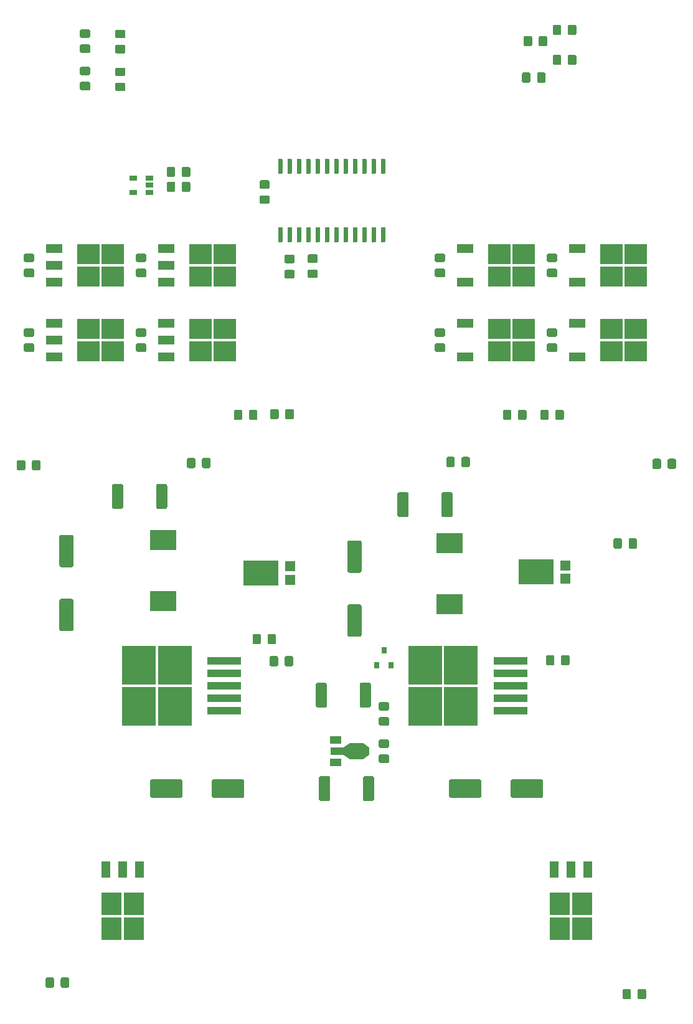
<source format=gbr>
G04 #@! TF.GenerationSoftware,KiCad,Pcbnew,(5.1.5)-3*
G04 #@! TF.CreationDate,2020-03-15T20:30:40+01:00*
G04 #@! TF.ProjectId,TFG_PCB,5446475f-5043-4422-9e6b-696361645f70,rev?*
G04 #@! TF.SameCoordinates,Original*
G04 #@! TF.FileFunction,Paste,Top*
G04 #@! TF.FilePolarity,Positive*
%FSLAX46Y46*%
G04 Gerber Fmt 4.6, Leading zero omitted, Abs format (unit mm)*
G04 Created by KiCad (PCBNEW (5.1.5)-3) date 2020-03-15 20:30:40*
%MOMM*%
%LPD*%
G04 APERTURE LIST*
%ADD10R,2.200000X1.200000*%
%ADD11R,3.050000X2.750000*%
%ADD12C,0.100000*%
%ADD13R,4.860000X3.360000*%
%ADD14R,1.400000X1.390000*%
%ADD15R,1.060000X0.650000*%
%ADD16R,3.600000X2.700000*%
%ADD17R,1.200000X2.200000*%
%ADD18R,2.750000X3.050000*%
%ADD19R,0.800000X0.900000*%
%ADD20R,1.500000X1.000000*%
%ADD21R,1.800000X1.000000*%
%ADD22R,1.840000X2.200000*%
%ADD23R,4.550000X5.250000*%
%ADD24R,4.600000X1.100000*%
G04 APERTURE END LIST*
D10*
X97400000Y-71380000D03*
X97400000Y-75940000D03*
D11*
X105375000Y-75185000D03*
X102025000Y-72135000D03*
X105375000Y-72135000D03*
X102025000Y-75185000D03*
X102025000Y-65025000D03*
X105375000Y-61975000D03*
X102025000Y-61975000D03*
X105375000Y-65025000D03*
D10*
X97400000Y-65780000D03*
X97400000Y-61220000D03*
X112640000Y-61220000D03*
X112640000Y-65780000D03*
D11*
X120615000Y-65025000D03*
X117265000Y-61975000D03*
X120615000Y-61975000D03*
X117265000Y-65025000D03*
X117265000Y-75185000D03*
X120615000Y-72135000D03*
X117265000Y-72135000D03*
X120615000Y-75185000D03*
D10*
X112640000Y-75940000D03*
X112640000Y-71380000D03*
D12*
G36*
X72439741Y-58310007D02*
G01*
X72454302Y-58312167D01*
X72468581Y-58315744D01*
X72482441Y-58320703D01*
X72495748Y-58326997D01*
X72508374Y-58334565D01*
X72520197Y-58343333D01*
X72531104Y-58353219D01*
X72540990Y-58364126D01*
X72549758Y-58375949D01*
X72557326Y-58388575D01*
X72563620Y-58401882D01*
X72568579Y-58415742D01*
X72572156Y-58430021D01*
X72574316Y-58444582D01*
X72575038Y-58459285D01*
X72575038Y-60209285D01*
X72574316Y-60223988D01*
X72572156Y-60238549D01*
X72568579Y-60252828D01*
X72563620Y-60266688D01*
X72557326Y-60279995D01*
X72549758Y-60292621D01*
X72540990Y-60304444D01*
X72531104Y-60315351D01*
X72520197Y-60325237D01*
X72508374Y-60334005D01*
X72495748Y-60341573D01*
X72482441Y-60347867D01*
X72468581Y-60352826D01*
X72454302Y-60356403D01*
X72439741Y-60358563D01*
X72425038Y-60359285D01*
X72125038Y-60359285D01*
X72110335Y-60358563D01*
X72095774Y-60356403D01*
X72081495Y-60352826D01*
X72067635Y-60347867D01*
X72054328Y-60341573D01*
X72041702Y-60334005D01*
X72029879Y-60325237D01*
X72018972Y-60315351D01*
X72009086Y-60304444D01*
X72000318Y-60292621D01*
X71992750Y-60279995D01*
X71986456Y-60266688D01*
X71981497Y-60252828D01*
X71977920Y-60238549D01*
X71975760Y-60223988D01*
X71975038Y-60209285D01*
X71975038Y-58459285D01*
X71975760Y-58444582D01*
X71977920Y-58430021D01*
X71981497Y-58415742D01*
X71986456Y-58401882D01*
X71992750Y-58388575D01*
X72000318Y-58375949D01*
X72009086Y-58364126D01*
X72018972Y-58353219D01*
X72029879Y-58343333D01*
X72041702Y-58334565D01*
X72054328Y-58326997D01*
X72067635Y-58320703D01*
X72081495Y-58315744D01*
X72095774Y-58312167D01*
X72110335Y-58310007D01*
X72125038Y-58309285D01*
X72425038Y-58309285D01*
X72439741Y-58310007D01*
G37*
G36*
X73709741Y-58310007D02*
G01*
X73724302Y-58312167D01*
X73738581Y-58315744D01*
X73752441Y-58320703D01*
X73765748Y-58326997D01*
X73778374Y-58334565D01*
X73790197Y-58343333D01*
X73801104Y-58353219D01*
X73810990Y-58364126D01*
X73819758Y-58375949D01*
X73827326Y-58388575D01*
X73833620Y-58401882D01*
X73838579Y-58415742D01*
X73842156Y-58430021D01*
X73844316Y-58444582D01*
X73845038Y-58459285D01*
X73845038Y-60209285D01*
X73844316Y-60223988D01*
X73842156Y-60238549D01*
X73838579Y-60252828D01*
X73833620Y-60266688D01*
X73827326Y-60279995D01*
X73819758Y-60292621D01*
X73810990Y-60304444D01*
X73801104Y-60315351D01*
X73790197Y-60325237D01*
X73778374Y-60334005D01*
X73765748Y-60341573D01*
X73752441Y-60347867D01*
X73738581Y-60352826D01*
X73724302Y-60356403D01*
X73709741Y-60358563D01*
X73695038Y-60359285D01*
X73395038Y-60359285D01*
X73380335Y-60358563D01*
X73365774Y-60356403D01*
X73351495Y-60352826D01*
X73337635Y-60347867D01*
X73324328Y-60341573D01*
X73311702Y-60334005D01*
X73299879Y-60325237D01*
X73288972Y-60315351D01*
X73279086Y-60304444D01*
X73270318Y-60292621D01*
X73262750Y-60279995D01*
X73256456Y-60266688D01*
X73251497Y-60252828D01*
X73247920Y-60238549D01*
X73245760Y-60223988D01*
X73245038Y-60209285D01*
X73245038Y-58459285D01*
X73245760Y-58444582D01*
X73247920Y-58430021D01*
X73251497Y-58415742D01*
X73256456Y-58401882D01*
X73262750Y-58388575D01*
X73270318Y-58375949D01*
X73279086Y-58364126D01*
X73288972Y-58353219D01*
X73299879Y-58343333D01*
X73311702Y-58334565D01*
X73324328Y-58326997D01*
X73337635Y-58320703D01*
X73351495Y-58315744D01*
X73365774Y-58312167D01*
X73380335Y-58310007D01*
X73395038Y-58309285D01*
X73695038Y-58309285D01*
X73709741Y-58310007D01*
G37*
G36*
X74979741Y-58310007D02*
G01*
X74994302Y-58312167D01*
X75008581Y-58315744D01*
X75022441Y-58320703D01*
X75035748Y-58326997D01*
X75048374Y-58334565D01*
X75060197Y-58343333D01*
X75071104Y-58353219D01*
X75080990Y-58364126D01*
X75089758Y-58375949D01*
X75097326Y-58388575D01*
X75103620Y-58401882D01*
X75108579Y-58415742D01*
X75112156Y-58430021D01*
X75114316Y-58444582D01*
X75115038Y-58459285D01*
X75115038Y-60209285D01*
X75114316Y-60223988D01*
X75112156Y-60238549D01*
X75108579Y-60252828D01*
X75103620Y-60266688D01*
X75097326Y-60279995D01*
X75089758Y-60292621D01*
X75080990Y-60304444D01*
X75071104Y-60315351D01*
X75060197Y-60325237D01*
X75048374Y-60334005D01*
X75035748Y-60341573D01*
X75022441Y-60347867D01*
X75008581Y-60352826D01*
X74994302Y-60356403D01*
X74979741Y-60358563D01*
X74965038Y-60359285D01*
X74665038Y-60359285D01*
X74650335Y-60358563D01*
X74635774Y-60356403D01*
X74621495Y-60352826D01*
X74607635Y-60347867D01*
X74594328Y-60341573D01*
X74581702Y-60334005D01*
X74569879Y-60325237D01*
X74558972Y-60315351D01*
X74549086Y-60304444D01*
X74540318Y-60292621D01*
X74532750Y-60279995D01*
X74526456Y-60266688D01*
X74521497Y-60252828D01*
X74517920Y-60238549D01*
X74515760Y-60223988D01*
X74515038Y-60209285D01*
X74515038Y-58459285D01*
X74515760Y-58444582D01*
X74517920Y-58430021D01*
X74521497Y-58415742D01*
X74526456Y-58401882D01*
X74532750Y-58388575D01*
X74540318Y-58375949D01*
X74549086Y-58364126D01*
X74558972Y-58353219D01*
X74569879Y-58343333D01*
X74581702Y-58334565D01*
X74594328Y-58326997D01*
X74607635Y-58320703D01*
X74621495Y-58315744D01*
X74635774Y-58312167D01*
X74650335Y-58310007D01*
X74665038Y-58309285D01*
X74965038Y-58309285D01*
X74979741Y-58310007D01*
G37*
G36*
X76249741Y-58310007D02*
G01*
X76264302Y-58312167D01*
X76278581Y-58315744D01*
X76292441Y-58320703D01*
X76305748Y-58326997D01*
X76318374Y-58334565D01*
X76330197Y-58343333D01*
X76341104Y-58353219D01*
X76350990Y-58364126D01*
X76359758Y-58375949D01*
X76367326Y-58388575D01*
X76373620Y-58401882D01*
X76378579Y-58415742D01*
X76382156Y-58430021D01*
X76384316Y-58444582D01*
X76385038Y-58459285D01*
X76385038Y-60209285D01*
X76384316Y-60223988D01*
X76382156Y-60238549D01*
X76378579Y-60252828D01*
X76373620Y-60266688D01*
X76367326Y-60279995D01*
X76359758Y-60292621D01*
X76350990Y-60304444D01*
X76341104Y-60315351D01*
X76330197Y-60325237D01*
X76318374Y-60334005D01*
X76305748Y-60341573D01*
X76292441Y-60347867D01*
X76278581Y-60352826D01*
X76264302Y-60356403D01*
X76249741Y-60358563D01*
X76235038Y-60359285D01*
X75935038Y-60359285D01*
X75920335Y-60358563D01*
X75905774Y-60356403D01*
X75891495Y-60352826D01*
X75877635Y-60347867D01*
X75864328Y-60341573D01*
X75851702Y-60334005D01*
X75839879Y-60325237D01*
X75828972Y-60315351D01*
X75819086Y-60304444D01*
X75810318Y-60292621D01*
X75802750Y-60279995D01*
X75796456Y-60266688D01*
X75791497Y-60252828D01*
X75787920Y-60238549D01*
X75785760Y-60223988D01*
X75785038Y-60209285D01*
X75785038Y-58459285D01*
X75785760Y-58444582D01*
X75787920Y-58430021D01*
X75791497Y-58415742D01*
X75796456Y-58401882D01*
X75802750Y-58388575D01*
X75810318Y-58375949D01*
X75819086Y-58364126D01*
X75828972Y-58353219D01*
X75839879Y-58343333D01*
X75851702Y-58334565D01*
X75864328Y-58326997D01*
X75877635Y-58320703D01*
X75891495Y-58315744D01*
X75905774Y-58312167D01*
X75920335Y-58310007D01*
X75935038Y-58309285D01*
X76235038Y-58309285D01*
X76249741Y-58310007D01*
G37*
G36*
X77519741Y-58310007D02*
G01*
X77534302Y-58312167D01*
X77548581Y-58315744D01*
X77562441Y-58320703D01*
X77575748Y-58326997D01*
X77588374Y-58334565D01*
X77600197Y-58343333D01*
X77611104Y-58353219D01*
X77620990Y-58364126D01*
X77629758Y-58375949D01*
X77637326Y-58388575D01*
X77643620Y-58401882D01*
X77648579Y-58415742D01*
X77652156Y-58430021D01*
X77654316Y-58444582D01*
X77655038Y-58459285D01*
X77655038Y-60209285D01*
X77654316Y-60223988D01*
X77652156Y-60238549D01*
X77648579Y-60252828D01*
X77643620Y-60266688D01*
X77637326Y-60279995D01*
X77629758Y-60292621D01*
X77620990Y-60304444D01*
X77611104Y-60315351D01*
X77600197Y-60325237D01*
X77588374Y-60334005D01*
X77575748Y-60341573D01*
X77562441Y-60347867D01*
X77548581Y-60352826D01*
X77534302Y-60356403D01*
X77519741Y-60358563D01*
X77505038Y-60359285D01*
X77205038Y-60359285D01*
X77190335Y-60358563D01*
X77175774Y-60356403D01*
X77161495Y-60352826D01*
X77147635Y-60347867D01*
X77134328Y-60341573D01*
X77121702Y-60334005D01*
X77109879Y-60325237D01*
X77098972Y-60315351D01*
X77089086Y-60304444D01*
X77080318Y-60292621D01*
X77072750Y-60279995D01*
X77066456Y-60266688D01*
X77061497Y-60252828D01*
X77057920Y-60238549D01*
X77055760Y-60223988D01*
X77055038Y-60209285D01*
X77055038Y-58459285D01*
X77055760Y-58444582D01*
X77057920Y-58430021D01*
X77061497Y-58415742D01*
X77066456Y-58401882D01*
X77072750Y-58388575D01*
X77080318Y-58375949D01*
X77089086Y-58364126D01*
X77098972Y-58353219D01*
X77109879Y-58343333D01*
X77121702Y-58334565D01*
X77134328Y-58326997D01*
X77147635Y-58320703D01*
X77161495Y-58315744D01*
X77175774Y-58312167D01*
X77190335Y-58310007D01*
X77205038Y-58309285D01*
X77505038Y-58309285D01*
X77519741Y-58310007D01*
G37*
G36*
X78789741Y-58310007D02*
G01*
X78804302Y-58312167D01*
X78818581Y-58315744D01*
X78832441Y-58320703D01*
X78845748Y-58326997D01*
X78858374Y-58334565D01*
X78870197Y-58343333D01*
X78881104Y-58353219D01*
X78890990Y-58364126D01*
X78899758Y-58375949D01*
X78907326Y-58388575D01*
X78913620Y-58401882D01*
X78918579Y-58415742D01*
X78922156Y-58430021D01*
X78924316Y-58444582D01*
X78925038Y-58459285D01*
X78925038Y-60209285D01*
X78924316Y-60223988D01*
X78922156Y-60238549D01*
X78918579Y-60252828D01*
X78913620Y-60266688D01*
X78907326Y-60279995D01*
X78899758Y-60292621D01*
X78890990Y-60304444D01*
X78881104Y-60315351D01*
X78870197Y-60325237D01*
X78858374Y-60334005D01*
X78845748Y-60341573D01*
X78832441Y-60347867D01*
X78818581Y-60352826D01*
X78804302Y-60356403D01*
X78789741Y-60358563D01*
X78775038Y-60359285D01*
X78475038Y-60359285D01*
X78460335Y-60358563D01*
X78445774Y-60356403D01*
X78431495Y-60352826D01*
X78417635Y-60347867D01*
X78404328Y-60341573D01*
X78391702Y-60334005D01*
X78379879Y-60325237D01*
X78368972Y-60315351D01*
X78359086Y-60304444D01*
X78350318Y-60292621D01*
X78342750Y-60279995D01*
X78336456Y-60266688D01*
X78331497Y-60252828D01*
X78327920Y-60238549D01*
X78325760Y-60223988D01*
X78325038Y-60209285D01*
X78325038Y-58459285D01*
X78325760Y-58444582D01*
X78327920Y-58430021D01*
X78331497Y-58415742D01*
X78336456Y-58401882D01*
X78342750Y-58388575D01*
X78350318Y-58375949D01*
X78359086Y-58364126D01*
X78368972Y-58353219D01*
X78379879Y-58343333D01*
X78391702Y-58334565D01*
X78404328Y-58326997D01*
X78417635Y-58320703D01*
X78431495Y-58315744D01*
X78445774Y-58312167D01*
X78460335Y-58310007D01*
X78475038Y-58309285D01*
X78775038Y-58309285D01*
X78789741Y-58310007D01*
G37*
G36*
X80059741Y-58310007D02*
G01*
X80074302Y-58312167D01*
X80088581Y-58315744D01*
X80102441Y-58320703D01*
X80115748Y-58326997D01*
X80128374Y-58334565D01*
X80140197Y-58343333D01*
X80151104Y-58353219D01*
X80160990Y-58364126D01*
X80169758Y-58375949D01*
X80177326Y-58388575D01*
X80183620Y-58401882D01*
X80188579Y-58415742D01*
X80192156Y-58430021D01*
X80194316Y-58444582D01*
X80195038Y-58459285D01*
X80195038Y-60209285D01*
X80194316Y-60223988D01*
X80192156Y-60238549D01*
X80188579Y-60252828D01*
X80183620Y-60266688D01*
X80177326Y-60279995D01*
X80169758Y-60292621D01*
X80160990Y-60304444D01*
X80151104Y-60315351D01*
X80140197Y-60325237D01*
X80128374Y-60334005D01*
X80115748Y-60341573D01*
X80102441Y-60347867D01*
X80088581Y-60352826D01*
X80074302Y-60356403D01*
X80059741Y-60358563D01*
X80045038Y-60359285D01*
X79745038Y-60359285D01*
X79730335Y-60358563D01*
X79715774Y-60356403D01*
X79701495Y-60352826D01*
X79687635Y-60347867D01*
X79674328Y-60341573D01*
X79661702Y-60334005D01*
X79649879Y-60325237D01*
X79638972Y-60315351D01*
X79629086Y-60304444D01*
X79620318Y-60292621D01*
X79612750Y-60279995D01*
X79606456Y-60266688D01*
X79601497Y-60252828D01*
X79597920Y-60238549D01*
X79595760Y-60223988D01*
X79595038Y-60209285D01*
X79595038Y-58459285D01*
X79595760Y-58444582D01*
X79597920Y-58430021D01*
X79601497Y-58415742D01*
X79606456Y-58401882D01*
X79612750Y-58388575D01*
X79620318Y-58375949D01*
X79629086Y-58364126D01*
X79638972Y-58353219D01*
X79649879Y-58343333D01*
X79661702Y-58334565D01*
X79674328Y-58326997D01*
X79687635Y-58320703D01*
X79701495Y-58315744D01*
X79715774Y-58312167D01*
X79730335Y-58310007D01*
X79745038Y-58309285D01*
X80045038Y-58309285D01*
X80059741Y-58310007D01*
G37*
G36*
X81329741Y-58310007D02*
G01*
X81344302Y-58312167D01*
X81358581Y-58315744D01*
X81372441Y-58320703D01*
X81385748Y-58326997D01*
X81398374Y-58334565D01*
X81410197Y-58343333D01*
X81421104Y-58353219D01*
X81430990Y-58364126D01*
X81439758Y-58375949D01*
X81447326Y-58388575D01*
X81453620Y-58401882D01*
X81458579Y-58415742D01*
X81462156Y-58430021D01*
X81464316Y-58444582D01*
X81465038Y-58459285D01*
X81465038Y-60209285D01*
X81464316Y-60223988D01*
X81462156Y-60238549D01*
X81458579Y-60252828D01*
X81453620Y-60266688D01*
X81447326Y-60279995D01*
X81439758Y-60292621D01*
X81430990Y-60304444D01*
X81421104Y-60315351D01*
X81410197Y-60325237D01*
X81398374Y-60334005D01*
X81385748Y-60341573D01*
X81372441Y-60347867D01*
X81358581Y-60352826D01*
X81344302Y-60356403D01*
X81329741Y-60358563D01*
X81315038Y-60359285D01*
X81015038Y-60359285D01*
X81000335Y-60358563D01*
X80985774Y-60356403D01*
X80971495Y-60352826D01*
X80957635Y-60347867D01*
X80944328Y-60341573D01*
X80931702Y-60334005D01*
X80919879Y-60325237D01*
X80908972Y-60315351D01*
X80899086Y-60304444D01*
X80890318Y-60292621D01*
X80882750Y-60279995D01*
X80876456Y-60266688D01*
X80871497Y-60252828D01*
X80867920Y-60238549D01*
X80865760Y-60223988D01*
X80865038Y-60209285D01*
X80865038Y-58459285D01*
X80865760Y-58444582D01*
X80867920Y-58430021D01*
X80871497Y-58415742D01*
X80876456Y-58401882D01*
X80882750Y-58388575D01*
X80890318Y-58375949D01*
X80899086Y-58364126D01*
X80908972Y-58353219D01*
X80919879Y-58343333D01*
X80931702Y-58334565D01*
X80944328Y-58326997D01*
X80957635Y-58320703D01*
X80971495Y-58315744D01*
X80985774Y-58312167D01*
X81000335Y-58310007D01*
X81015038Y-58309285D01*
X81315038Y-58309285D01*
X81329741Y-58310007D01*
G37*
G36*
X82599741Y-58310007D02*
G01*
X82614302Y-58312167D01*
X82628581Y-58315744D01*
X82642441Y-58320703D01*
X82655748Y-58326997D01*
X82668374Y-58334565D01*
X82680197Y-58343333D01*
X82691104Y-58353219D01*
X82700990Y-58364126D01*
X82709758Y-58375949D01*
X82717326Y-58388575D01*
X82723620Y-58401882D01*
X82728579Y-58415742D01*
X82732156Y-58430021D01*
X82734316Y-58444582D01*
X82735038Y-58459285D01*
X82735038Y-60209285D01*
X82734316Y-60223988D01*
X82732156Y-60238549D01*
X82728579Y-60252828D01*
X82723620Y-60266688D01*
X82717326Y-60279995D01*
X82709758Y-60292621D01*
X82700990Y-60304444D01*
X82691104Y-60315351D01*
X82680197Y-60325237D01*
X82668374Y-60334005D01*
X82655748Y-60341573D01*
X82642441Y-60347867D01*
X82628581Y-60352826D01*
X82614302Y-60356403D01*
X82599741Y-60358563D01*
X82585038Y-60359285D01*
X82285038Y-60359285D01*
X82270335Y-60358563D01*
X82255774Y-60356403D01*
X82241495Y-60352826D01*
X82227635Y-60347867D01*
X82214328Y-60341573D01*
X82201702Y-60334005D01*
X82189879Y-60325237D01*
X82178972Y-60315351D01*
X82169086Y-60304444D01*
X82160318Y-60292621D01*
X82152750Y-60279995D01*
X82146456Y-60266688D01*
X82141497Y-60252828D01*
X82137920Y-60238549D01*
X82135760Y-60223988D01*
X82135038Y-60209285D01*
X82135038Y-58459285D01*
X82135760Y-58444582D01*
X82137920Y-58430021D01*
X82141497Y-58415742D01*
X82146456Y-58401882D01*
X82152750Y-58388575D01*
X82160318Y-58375949D01*
X82169086Y-58364126D01*
X82178972Y-58353219D01*
X82189879Y-58343333D01*
X82201702Y-58334565D01*
X82214328Y-58326997D01*
X82227635Y-58320703D01*
X82241495Y-58315744D01*
X82255774Y-58312167D01*
X82270335Y-58310007D01*
X82285038Y-58309285D01*
X82585038Y-58309285D01*
X82599741Y-58310007D01*
G37*
G36*
X83869741Y-58310007D02*
G01*
X83884302Y-58312167D01*
X83898581Y-58315744D01*
X83912441Y-58320703D01*
X83925748Y-58326997D01*
X83938374Y-58334565D01*
X83950197Y-58343333D01*
X83961104Y-58353219D01*
X83970990Y-58364126D01*
X83979758Y-58375949D01*
X83987326Y-58388575D01*
X83993620Y-58401882D01*
X83998579Y-58415742D01*
X84002156Y-58430021D01*
X84004316Y-58444582D01*
X84005038Y-58459285D01*
X84005038Y-60209285D01*
X84004316Y-60223988D01*
X84002156Y-60238549D01*
X83998579Y-60252828D01*
X83993620Y-60266688D01*
X83987326Y-60279995D01*
X83979758Y-60292621D01*
X83970990Y-60304444D01*
X83961104Y-60315351D01*
X83950197Y-60325237D01*
X83938374Y-60334005D01*
X83925748Y-60341573D01*
X83912441Y-60347867D01*
X83898581Y-60352826D01*
X83884302Y-60356403D01*
X83869741Y-60358563D01*
X83855038Y-60359285D01*
X83555038Y-60359285D01*
X83540335Y-60358563D01*
X83525774Y-60356403D01*
X83511495Y-60352826D01*
X83497635Y-60347867D01*
X83484328Y-60341573D01*
X83471702Y-60334005D01*
X83459879Y-60325237D01*
X83448972Y-60315351D01*
X83439086Y-60304444D01*
X83430318Y-60292621D01*
X83422750Y-60279995D01*
X83416456Y-60266688D01*
X83411497Y-60252828D01*
X83407920Y-60238549D01*
X83405760Y-60223988D01*
X83405038Y-60209285D01*
X83405038Y-58459285D01*
X83405760Y-58444582D01*
X83407920Y-58430021D01*
X83411497Y-58415742D01*
X83416456Y-58401882D01*
X83422750Y-58388575D01*
X83430318Y-58375949D01*
X83439086Y-58364126D01*
X83448972Y-58353219D01*
X83459879Y-58343333D01*
X83471702Y-58334565D01*
X83484328Y-58326997D01*
X83497635Y-58320703D01*
X83511495Y-58315744D01*
X83525774Y-58312167D01*
X83540335Y-58310007D01*
X83555038Y-58309285D01*
X83855038Y-58309285D01*
X83869741Y-58310007D01*
G37*
G36*
X85139741Y-58310007D02*
G01*
X85154302Y-58312167D01*
X85168581Y-58315744D01*
X85182441Y-58320703D01*
X85195748Y-58326997D01*
X85208374Y-58334565D01*
X85220197Y-58343333D01*
X85231104Y-58353219D01*
X85240990Y-58364126D01*
X85249758Y-58375949D01*
X85257326Y-58388575D01*
X85263620Y-58401882D01*
X85268579Y-58415742D01*
X85272156Y-58430021D01*
X85274316Y-58444582D01*
X85275038Y-58459285D01*
X85275038Y-60209285D01*
X85274316Y-60223988D01*
X85272156Y-60238549D01*
X85268579Y-60252828D01*
X85263620Y-60266688D01*
X85257326Y-60279995D01*
X85249758Y-60292621D01*
X85240990Y-60304444D01*
X85231104Y-60315351D01*
X85220197Y-60325237D01*
X85208374Y-60334005D01*
X85195748Y-60341573D01*
X85182441Y-60347867D01*
X85168581Y-60352826D01*
X85154302Y-60356403D01*
X85139741Y-60358563D01*
X85125038Y-60359285D01*
X84825038Y-60359285D01*
X84810335Y-60358563D01*
X84795774Y-60356403D01*
X84781495Y-60352826D01*
X84767635Y-60347867D01*
X84754328Y-60341573D01*
X84741702Y-60334005D01*
X84729879Y-60325237D01*
X84718972Y-60315351D01*
X84709086Y-60304444D01*
X84700318Y-60292621D01*
X84692750Y-60279995D01*
X84686456Y-60266688D01*
X84681497Y-60252828D01*
X84677920Y-60238549D01*
X84675760Y-60223988D01*
X84675038Y-60209285D01*
X84675038Y-58459285D01*
X84675760Y-58444582D01*
X84677920Y-58430021D01*
X84681497Y-58415742D01*
X84686456Y-58401882D01*
X84692750Y-58388575D01*
X84700318Y-58375949D01*
X84709086Y-58364126D01*
X84718972Y-58353219D01*
X84729879Y-58343333D01*
X84741702Y-58334565D01*
X84754328Y-58326997D01*
X84767635Y-58320703D01*
X84781495Y-58315744D01*
X84795774Y-58312167D01*
X84810335Y-58310007D01*
X84825038Y-58309285D01*
X85125038Y-58309285D01*
X85139741Y-58310007D01*
G37*
G36*
X86409741Y-58310007D02*
G01*
X86424302Y-58312167D01*
X86438581Y-58315744D01*
X86452441Y-58320703D01*
X86465748Y-58326997D01*
X86478374Y-58334565D01*
X86490197Y-58343333D01*
X86501104Y-58353219D01*
X86510990Y-58364126D01*
X86519758Y-58375949D01*
X86527326Y-58388575D01*
X86533620Y-58401882D01*
X86538579Y-58415742D01*
X86542156Y-58430021D01*
X86544316Y-58444582D01*
X86545038Y-58459285D01*
X86545038Y-60209285D01*
X86544316Y-60223988D01*
X86542156Y-60238549D01*
X86538579Y-60252828D01*
X86533620Y-60266688D01*
X86527326Y-60279995D01*
X86519758Y-60292621D01*
X86510990Y-60304444D01*
X86501104Y-60315351D01*
X86490197Y-60325237D01*
X86478374Y-60334005D01*
X86465748Y-60341573D01*
X86452441Y-60347867D01*
X86438581Y-60352826D01*
X86424302Y-60356403D01*
X86409741Y-60358563D01*
X86395038Y-60359285D01*
X86095038Y-60359285D01*
X86080335Y-60358563D01*
X86065774Y-60356403D01*
X86051495Y-60352826D01*
X86037635Y-60347867D01*
X86024328Y-60341573D01*
X86011702Y-60334005D01*
X85999879Y-60325237D01*
X85988972Y-60315351D01*
X85979086Y-60304444D01*
X85970318Y-60292621D01*
X85962750Y-60279995D01*
X85956456Y-60266688D01*
X85951497Y-60252828D01*
X85947920Y-60238549D01*
X85945760Y-60223988D01*
X85945038Y-60209285D01*
X85945038Y-58459285D01*
X85945760Y-58444582D01*
X85947920Y-58430021D01*
X85951497Y-58415742D01*
X85956456Y-58401882D01*
X85962750Y-58388575D01*
X85970318Y-58375949D01*
X85979086Y-58364126D01*
X85988972Y-58353219D01*
X85999879Y-58343333D01*
X86011702Y-58334565D01*
X86024328Y-58326997D01*
X86037635Y-58320703D01*
X86051495Y-58315744D01*
X86065774Y-58312167D01*
X86080335Y-58310007D01*
X86095038Y-58309285D01*
X86395038Y-58309285D01*
X86409741Y-58310007D01*
G37*
G36*
X86409741Y-49010007D02*
G01*
X86424302Y-49012167D01*
X86438581Y-49015744D01*
X86452441Y-49020703D01*
X86465748Y-49026997D01*
X86478374Y-49034565D01*
X86490197Y-49043333D01*
X86501104Y-49053219D01*
X86510990Y-49064126D01*
X86519758Y-49075949D01*
X86527326Y-49088575D01*
X86533620Y-49101882D01*
X86538579Y-49115742D01*
X86542156Y-49130021D01*
X86544316Y-49144582D01*
X86545038Y-49159285D01*
X86545038Y-50909285D01*
X86544316Y-50923988D01*
X86542156Y-50938549D01*
X86538579Y-50952828D01*
X86533620Y-50966688D01*
X86527326Y-50979995D01*
X86519758Y-50992621D01*
X86510990Y-51004444D01*
X86501104Y-51015351D01*
X86490197Y-51025237D01*
X86478374Y-51034005D01*
X86465748Y-51041573D01*
X86452441Y-51047867D01*
X86438581Y-51052826D01*
X86424302Y-51056403D01*
X86409741Y-51058563D01*
X86395038Y-51059285D01*
X86095038Y-51059285D01*
X86080335Y-51058563D01*
X86065774Y-51056403D01*
X86051495Y-51052826D01*
X86037635Y-51047867D01*
X86024328Y-51041573D01*
X86011702Y-51034005D01*
X85999879Y-51025237D01*
X85988972Y-51015351D01*
X85979086Y-51004444D01*
X85970318Y-50992621D01*
X85962750Y-50979995D01*
X85956456Y-50966688D01*
X85951497Y-50952828D01*
X85947920Y-50938549D01*
X85945760Y-50923988D01*
X85945038Y-50909285D01*
X85945038Y-49159285D01*
X85945760Y-49144582D01*
X85947920Y-49130021D01*
X85951497Y-49115742D01*
X85956456Y-49101882D01*
X85962750Y-49088575D01*
X85970318Y-49075949D01*
X85979086Y-49064126D01*
X85988972Y-49053219D01*
X85999879Y-49043333D01*
X86011702Y-49034565D01*
X86024328Y-49026997D01*
X86037635Y-49020703D01*
X86051495Y-49015744D01*
X86065774Y-49012167D01*
X86080335Y-49010007D01*
X86095038Y-49009285D01*
X86395038Y-49009285D01*
X86409741Y-49010007D01*
G37*
G36*
X85139741Y-49010007D02*
G01*
X85154302Y-49012167D01*
X85168581Y-49015744D01*
X85182441Y-49020703D01*
X85195748Y-49026997D01*
X85208374Y-49034565D01*
X85220197Y-49043333D01*
X85231104Y-49053219D01*
X85240990Y-49064126D01*
X85249758Y-49075949D01*
X85257326Y-49088575D01*
X85263620Y-49101882D01*
X85268579Y-49115742D01*
X85272156Y-49130021D01*
X85274316Y-49144582D01*
X85275038Y-49159285D01*
X85275038Y-50909285D01*
X85274316Y-50923988D01*
X85272156Y-50938549D01*
X85268579Y-50952828D01*
X85263620Y-50966688D01*
X85257326Y-50979995D01*
X85249758Y-50992621D01*
X85240990Y-51004444D01*
X85231104Y-51015351D01*
X85220197Y-51025237D01*
X85208374Y-51034005D01*
X85195748Y-51041573D01*
X85182441Y-51047867D01*
X85168581Y-51052826D01*
X85154302Y-51056403D01*
X85139741Y-51058563D01*
X85125038Y-51059285D01*
X84825038Y-51059285D01*
X84810335Y-51058563D01*
X84795774Y-51056403D01*
X84781495Y-51052826D01*
X84767635Y-51047867D01*
X84754328Y-51041573D01*
X84741702Y-51034005D01*
X84729879Y-51025237D01*
X84718972Y-51015351D01*
X84709086Y-51004444D01*
X84700318Y-50992621D01*
X84692750Y-50979995D01*
X84686456Y-50966688D01*
X84681497Y-50952828D01*
X84677920Y-50938549D01*
X84675760Y-50923988D01*
X84675038Y-50909285D01*
X84675038Y-49159285D01*
X84675760Y-49144582D01*
X84677920Y-49130021D01*
X84681497Y-49115742D01*
X84686456Y-49101882D01*
X84692750Y-49088575D01*
X84700318Y-49075949D01*
X84709086Y-49064126D01*
X84718972Y-49053219D01*
X84729879Y-49043333D01*
X84741702Y-49034565D01*
X84754328Y-49026997D01*
X84767635Y-49020703D01*
X84781495Y-49015744D01*
X84795774Y-49012167D01*
X84810335Y-49010007D01*
X84825038Y-49009285D01*
X85125038Y-49009285D01*
X85139741Y-49010007D01*
G37*
G36*
X83869741Y-49010007D02*
G01*
X83884302Y-49012167D01*
X83898581Y-49015744D01*
X83912441Y-49020703D01*
X83925748Y-49026997D01*
X83938374Y-49034565D01*
X83950197Y-49043333D01*
X83961104Y-49053219D01*
X83970990Y-49064126D01*
X83979758Y-49075949D01*
X83987326Y-49088575D01*
X83993620Y-49101882D01*
X83998579Y-49115742D01*
X84002156Y-49130021D01*
X84004316Y-49144582D01*
X84005038Y-49159285D01*
X84005038Y-50909285D01*
X84004316Y-50923988D01*
X84002156Y-50938549D01*
X83998579Y-50952828D01*
X83993620Y-50966688D01*
X83987326Y-50979995D01*
X83979758Y-50992621D01*
X83970990Y-51004444D01*
X83961104Y-51015351D01*
X83950197Y-51025237D01*
X83938374Y-51034005D01*
X83925748Y-51041573D01*
X83912441Y-51047867D01*
X83898581Y-51052826D01*
X83884302Y-51056403D01*
X83869741Y-51058563D01*
X83855038Y-51059285D01*
X83555038Y-51059285D01*
X83540335Y-51058563D01*
X83525774Y-51056403D01*
X83511495Y-51052826D01*
X83497635Y-51047867D01*
X83484328Y-51041573D01*
X83471702Y-51034005D01*
X83459879Y-51025237D01*
X83448972Y-51015351D01*
X83439086Y-51004444D01*
X83430318Y-50992621D01*
X83422750Y-50979995D01*
X83416456Y-50966688D01*
X83411497Y-50952828D01*
X83407920Y-50938549D01*
X83405760Y-50923988D01*
X83405038Y-50909285D01*
X83405038Y-49159285D01*
X83405760Y-49144582D01*
X83407920Y-49130021D01*
X83411497Y-49115742D01*
X83416456Y-49101882D01*
X83422750Y-49088575D01*
X83430318Y-49075949D01*
X83439086Y-49064126D01*
X83448972Y-49053219D01*
X83459879Y-49043333D01*
X83471702Y-49034565D01*
X83484328Y-49026997D01*
X83497635Y-49020703D01*
X83511495Y-49015744D01*
X83525774Y-49012167D01*
X83540335Y-49010007D01*
X83555038Y-49009285D01*
X83855038Y-49009285D01*
X83869741Y-49010007D01*
G37*
G36*
X82599741Y-49010007D02*
G01*
X82614302Y-49012167D01*
X82628581Y-49015744D01*
X82642441Y-49020703D01*
X82655748Y-49026997D01*
X82668374Y-49034565D01*
X82680197Y-49043333D01*
X82691104Y-49053219D01*
X82700990Y-49064126D01*
X82709758Y-49075949D01*
X82717326Y-49088575D01*
X82723620Y-49101882D01*
X82728579Y-49115742D01*
X82732156Y-49130021D01*
X82734316Y-49144582D01*
X82735038Y-49159285D01*
X82735038Y-50909285D01*
X82734316Y-50923988D01*
X82732156Y-50938549D01*
X82728579Y-50952828D01*
X82723620Y-50966688D01*
X82717326Y-50979995D01*
X82709758Y-50992621D01*
X82700990Y-51004444D01*
X82691104Y-51015351D01*
X82680197Y-51025237D01*
X82668374Y-51034005D01*
X82655748Y-51041573D01*
X82642441Y-51047867D01*
X82628581Y-51052826D01*
X82614302Y-51056403D01*
X82599741Y-51058563D01*
X82585038Y-51059285D01*
X82285038Y-51059285D01*
X82270335Y-51058563D01*
X82255774Y-51056403D01*
X82241495Y-51052826D01*
X82227635Y-51047867D01*
X82214328Y-51041573D01*
X82201702Y-51034005D01*
X82189879Y-51025237D01*
X82178972Y-51015351D01*
X82169086Y-51004444D01*
X82160318Y-50992621D01*
X82152750Y-50979995D01*
X82146456Y-50966688D01*
X82141497Y-50952828D01*
X82137920Y-50938549D01*
X82135760Y-50923988D01*
X82135038Y-50909285D01*
X82135038Y-49159285D01*
X82135760Y-49144582D01*
X82137920Y-49130021D01*
X82141497Y-49115742D01*
X82146456Y-49101882D01*
X82152750Y-49088575D01*
X82160318Y-49075949D01*
X82169086Y-49064126D01*
X82178972Y-49053219D01*
X82189879Y-49043333D01*
X82201702Y-49034565D01*
X82214328Y-49026997D01*
X82227635Y-49020703D01*
X82241495Y-49015744D01*
X82255774Y-49012167D01*
X82270335Y-49010007D01*
X82285038Y-49009285D01*
X82585038Y-49009285D01*
X82599741Y-49010007D01*
G37*
G36*
X81329741Y-49010007D02*
G01*
X81344302Y-49012167D01*
X81358581Y-49015744D01*
X81372441Y-49020703D01*
X81385748Y-49026997D01*
X81398374Y-49034565D01*
X81410197Y-49043333D01*
X81421104Y-49053219D01*
X81430990Y-49064126D01*
X81439758Y-49075949D01*
X81447326Y-49088575D01*
X81453620Y-49101882D01*
X81458579Y-49115742D01*
X81462156Y-49130021D01*
X81464316Y-49144582D01*
X81465038Y-49159285D01*
X81465038Y-50909285D01*
X81464316Y-50923988D01*
X81462156Y-50938549D01*
X81458579Y-50952828D01*
X81453620Y-50966688D01*
X81447326Y-50979995D01*
X81439758Y-50992621D01*
X81430990Y-51004444D01*
X81421104Y-51015351D01*
X81410197Y-51025237D01*
X81398374Y-51034005D01*
X81385748Y-51041573D01*
X81372441Y-51047867D01*
X81358581Y-51052826D01*
X81344302Y-51056403D01*
X81329741Y-51058563D01*
X81315038Y-51059285D01*
X81015038Y-51059285D01*
X81000335Y-51058563D01*
X80985774Y-51056403D01*
X80971495Y-51052826D01*
X80957635Y-51047867D01*
X80944328Y-51041573D01*
X80931702Y-51034005D01*
X80919879Y-51025237D01*
X80908972Y-51015351D01*
X80899086Y-51004444D01*
X80890318Y-50992621D01*
X80882750Y-50979995D01*
X80876456Y-50966688D01*
X80871497Y-50952828D01*
X80867920Y-50938549D01*
X80865760Y-50923988D01*
X80865038Y-50909285D01*
X80865038Y-49159285D01*
X80865760Y-49144582D01*
X80867920Y-49130021D01*
X80871497Y-49115742D01*
X80876456Y-49101882D01*
X80882750Y-49088575D01*
X80890318Y-49075949D01*
X80899086Y-49064126D01*
X80908972Y-49053219D01*
X80919879Y-49043333D01*
X80931702Y-49034565D01*
X80944328Y-49026997D01*
X80957635Y-49020703D01*
X80971495Y-49015744D01*
X80985774Y-49012167D01*
X81000335Y-49010007D01*
X81015038Y-49009285D01*
X81315038Y-49009285D01*
X81329741Y-49010007D01*
G37*
G36*
X80059741Y-49010007D02*
G01*
X80074302Y-49012167D01*
X80088581Y-49015744D01*
X80102441Y-49020703D01*
X80115748Y-49026997D01*
X80128374Y-49034565D01*
X80140197Y-49043333D01*
X80151104Y-49053219D01*
X80160990Y-49064126D01*
X80169758Y-49075949D01*
X80177326Y-49088575D01*
X80183620Y-49101882D01*
X80188579Y-49115742D01*
X80192156Y-49130021D01*
X80194316Y-49144582D01*
X80195038Y-49159285D01*
X80195038Y-50909285D01*
X80194316Y-50923988D01*
X80192156Y-50938549D01*
X80188579Y-50952828D01*
X80183620Y-50966688D01*
X80177326Y-50979995D01*
X80169758Y-50992621D01*
X80160990Y-51004444D01*
X80151104Y-51015351D01*
X80140197Y-51025237D01*
X80128374Y-51034005D01*
X80115748Y-51041573D01*
X80102441Y-51047867D01*
X80088581Y-51052826D01*
X80074302Y-51056403D01*
X80059741Y-51058563D01*
X80045038Y-51059285D01*
X79745038Y-51059285D01*
X79730335Y-51058563D01*
X79715774Y-51056403D01*
X79701495Y-51052826D01*
X79687635Y-51047867D01*
X79674328Y-51041573D01*
X79661702Y-51034005D01*
X79649879Y-51025237D01*
X79638972Y-51015351D01*
X79629086Y-51004444D01*
X79620318Y-50992621D01*
X79612750Y-50979995D01*
X79606456Y-50966688D01*
X79601497Y-50952828D01*
X79597920Y-50938549D01*
X79595760Y-50923988D01*
X79595038Y-50909285D01*
X79595038Y-49159285D01*
X79595760Y-49144582D01*
X79597920Y-49130021D01*
X79601497Y-49115742D01*
X79606456Y-49101882D01*
X79612750Y-49088575D01*
X79620318Y-49075949D01*
X79629086Y-49064126D01*
X79638972Y-49053219D01*
X79649879Y-49043333D01*
X79661702Y-49034565D01*
X79674328Y-49026997D01*
X79687635Y-49020703D01*
X79701495Y-49015744D01*
X79715774Y-49012167D01*
X79730335Y-49010007D01*
X79745038Y-49009285D01*
X80045038Y-49009285D01*
X80059741Y-49010007D01*
G37*
G36*
X78789741Y-49010007D02*
G01*
X78804302Y-49012167D01*
X78818581Y-49015744D01*
X78832441Y-49020703D01*
X78845748Y-49026997D01*
X78858374Y-49034565D01*
X78870197Y-49043333D01*
X78881104Y-49053219D01*
X78890990Y-49064126D01*
X78899758Y-49075949D01*
X78907326Y-49088575D01*
X78913620Y-49101882D01*
X78918579Y-49115742D01*
X78922156Y-49130021D01*
X78924316Y-49144582D01*
X78925038Y-49159285D01*
X78925038Y-50909285D01*
X78924316Y-50923988D01*
X78922156Y-50938549D01*
X78918579Y-50952828D01*
X78913620Y-50966688D01*
X78907326Y-50979995D01*
X78899758Y-50992621D01*
X78890990Y-51004444D01*
X78881104Y-51015351D01*
X78870197Y-51025237D01*
X78858374Y-51034005D01*
X78845748Y-51041573D01*
X78832441Y-51047867D01*
X78818581Y-51052826D01*
X78804302Y-51056403D01*
X78789741Y-51058563D01*
X78775038Y-51059285D01*
X78475038Y-51059285D01*
X78460335Y-51058563D01*
X78445774Y-51056403D01*
X78431495Y-51052826D01*
X78417635Y-51047867D01*
X78404328Y-51041573D01*
X78391702Y-51034005D01*
X78379879Y-51025237D01*
X78368972Y-51015351D01*
X78359086Y-51004444D01*
X78350318Y-50992621D01*
X78342750Y-50979995D01*
X78336456Y-50966688D01*
X78331497Y-50952828D01*
X78327920Y-50938549D01*
X78325760Y-50923988D01*
X78325038Y-50909285D01*
X78325038Y-49159285D01*
X78325760Y-49144582D01*
X78327920Y-49130021D01*
X78331497Y-49115742D01*
X78336456Y-49101882D01*
X78342750Y-49088575D01*
X78350318Y-49075949D01*
X78359086Y-49064126D01*
X78368972Y-49053219D01*
X78379879Y-49043333D01*
X78391702Y-49034565D01*
X78404328Y-49026997D01*
X78417635Y-49020703D01*
X78431495Y-49015744D01*
X78445774Y-49012167D01*
X78460335Y-49010007D01*
X78475038Y-49009285D01*
X78775038Y-49009285D01*
X78789741Y-49010007D01*
G37*
G36*
X77519741Y-49010007D02*
G01*
X77534302Y-49012167D01*
X77548581Y-49015744D01*
X77562441Y-49020703D01*
X77575748Y-49026997D01*
X77588374Y-49034565D01*
X77600197Y-49043333D01*
X77611104Y-49053219D01*
X77620990Y-49064126D01*
X77629758Y-49075949D01*
X77637326Y-49088575D01*
X77643620Y-49101882D01*
X77648579Y-49115742D01*
X77652156Y-49130021D01*
X77654316Y-49144582D01*
X77655038Y-49159285D01*
X77655038Y-50909285D01*
X77654316Y-50923988D01*
X77652156Y-50938549D01*
X77648579Y-50952828D01*
X77643620Y-50966688D01*
X77637326Y-50979995D01*
X77629758Y-50992621D01*
X77620990Y-51004444D01*
X77611104Y-51015351D01*
X77600197Y-51025237D01*
X77588374Y-51034005D01*
X77575748Y-51041573D01*
X77562441Y-51047867D01*
X77548581Y-51052826D01*
X77534302Y-51056403D01*
X77519741Y-51058563D01*
X77505038Y-51059285D01*
X77205038Y-51059285D01*
X77190335Y-51058563D01*
X77175774Y-51056403D01*
X77161495Y-51052826D01*
X77147635Y-51047867D01*
X77134328Y-51041573D01*
X77121702Y-51034005D01*
X77109879Y-51025237D01*
X77098972Y-51015351D01*
X77089086Y-51004444D01*
X77080318Y-50992621D01*
X77072750Y-50979995D01*
X77066456Y-50966688D01*
X77061497Y-50952828D01*
X77057920Y-50938549D01*
X77055760Y-50923988D01*
X77055038Y-50909285D01*
X77055038Y-49159285D01*
X77055760Y-49144582D01*
X77057920Y-49130021D01*
X77061497Y-49115742D01*
X77066456Y-49101882D01*
X77072750Y-49088575D01*
X77080318Y-49075949D01*
X77089086Y-49064126D01*
X77098972Y-49053219D01*
X77109879Y-49043333D01*
X77121702Y-49034565D01*
X77134328Y-49026997D01*
X77147635Y-49020703D01*
X77161495Y-49015744D01*
X77175774Y-49012167D01*
X77190335Y-49010007D01*
X77205038Y-49009285D01*
X77505038Y-49009285D01*
X77519741Y-49010007D01*
G37*
G36*
X76249741Y-49010007D02*
G01*
X76264302Y-49012167D01*
X76278581Y-49015744D01*
X76292441Y-49020703D01*
X76305748Y-49026997D01*
X76318374Y-49034565D01*
X76330197Y-49043333D01*
X76341104Y-49053219D01*
X76350990Y-49064126D01*
X76359758Y-49075949D01*
X76367326Y-49088575D01*
X76373620Y-49101882D01*
X76378579Y-49115742D01*
X76382156Y-49130021D01*
X76384316Y-49144582D01*
X76385038Y-49159285D01*
X76385038Y-50909285D01*
X76384316Y-50923988D01*
X76382156Y-50938549D01*
X76378579Y-50952828D01*
X76373620Y-50966688D01*
X76367326Y-50979995D01*
X76359758Y-50992621D01*
X76350990Y-51004444D01*
X76341104Y-51015351D01*
X76330197Y-51025237D01*
X76318374Y-51034005D01*
X76305748Y-51041573D01*
X76292441Y-51047867D01*
X76278581Y-51052826D01*
X76264302Y-51056403D01*
X76249741Y-51058563D01*
X76235038Y-51059285D01*
X75935038Y-51059285D01*
X75920335Y-51058563D01*
X75905774Y-51056403D01*
X75891495Y-51052826D01*
X75877635Y-51047867D01*
X75864328Y-51041573D01*
X75851702Y-51034005D01*
X75839879Y-51025237D01*
X75828972Y-51015351D01*
X75819086Y-51004444D01*
X75810318Y-50992621D01*
X75802750Y-50979995D01*
X75796456Y-50966688D01*
X75791497Y-50952828D01*
X75787920Y-50938549D01*
X75785760Y-50923988D01*
X75785038Y-50909285D01*
X75785038Y-49159285D01*
X75785760Y-49144582D01*
X75787920Y-49130021D01*
X75791497Y-49115742D01*
X75796456Y-49101882D01*
X75802750Y-49088575D01*
X75810318Y-49075949D01*
X75819086Y-49064126D01*
X75828972Y-49053219D01*
X75839879Y-49043333D01*
X75851702Y-49034565D01*
X75864328Y-49026997D01*
X75877635Y-49020703D01*
X75891495Y-49015744D01*
X75905774Y-49012167D01*
X75920335Y-49010007D01*
X75935038Y-49009285D01*
X76235038Y-49009285D01*
X76249741Y-49010007D01*
G37*
G36*
X74979741Y-49010007D02*
G01*
X74994302Y-49012167D01*
X75008581Y-49015744D01*
X75022441Y-49020703D01*
X75035748Y-49026997D01*
X75048374Y-49034565D01*
X75060197Y-49043333D01*
X75071104Y-49053219D01*
X75080990Y-49064126D01*
X75089758Y-49075949D01*
X75097326Y-49088575D01*
X75103620Y-49101882D01*
X75108579Y-49115742D01*
X75112156Y-49130021D01*
X75114316Y-49144582D01*
X75115038Y-49159285D01*
X75115038Y-50909285D01*
X75114316Y-50923988D01*
X75112156Y-50938549D01*
X75108579Y-50952828D01*
X75103620Y-50966688D01*
X75097326Y-50979995D01*
X75089758Y-50992621D01*
X75080990Y-51004444D01*
X75071104Y-51015351D01*
X75060197Y-51025237D01*
X75048374Y-51034005D01*
X75035748Y-51041573D01*
X75022441Y-51047867D01*
X75008581Y-51052826D01*
X74994302Y-51056403D01*
X74979741Y-51058563D01*
X74965038Y-51059285D01*
X74665038Y-51059285D01*
X74650335Y-51058563D01*
X74635774Y-51056403D01*
X74621495Y-51052826D01*
X74607635Y-51047867D01*
X74594328Y-51041573D01*
X74581702Y-51034005D01*
X74569879Y-51025237D01*
X74558972Y-51015351D01*
X74549086Y-51004444D01*
X74540318Y-50992621D01*
X74532750Y-50979995D01*
X74526456Y-50966688D01*
X74521497Y-50952828D01*
X74517920Y-50938549D01*
X74515760Y-50923988D01*
X74515038Y-50909285D01*
X74515038Y-49159285D01*
X74515760Y-49144582D01*
X74517920Y-49130021D01*
X74521497Y-49115742D01*
X74526456Y-49101882D01*
X74532750Y-49088575D01*
X74540318Y-49075949D01*
X74549086Y-49064126D01*
X74558972Y-49053219D01*
X74569879Y-49043333D01*
X74581702Y-49034565D01*
X74594328Y-49026997D01*
X74607635Y-49020703D01*
X74621495Y-49015744D01*
X74635774Y-49012167D01*
X74650335Y-49010007D01*
X74665038Y-49009285D01*
X74965038Y-49009285D01*
X74979741Y-49010007D01*
G37*
G36*
X73709741Y-49010007D02*
G01*
X73724302Y-49012167D01*
X73738581Y-49015744D01*
X73752441Y-49020703D01*
X73765748Y-49026997D01*
X73778374Y-49034565D01*
X73790197Y-49043333D01*
X73801104Y-49053219D01*
X73810990Y-49064126D01*
X73819758Y-49075949D01*
X73827326Y-49088575D01*
X73833620Y-49101882D01*
X73838579Y-49115742D01*
X73842156Y-49130021D01*
X73844316Y-49144582D01*
X73845038Y-49159285D01*
X73845038Y-50909285D01*
X73844316Y-50923988D01*
X73842156Y-50938549D01*
X73838579Y-50952828D01*
X73833620Y-50966688D01*
X73827326Y-50979995D01*
X73819758Y-50992621D01*
X73810990Y-51004444D01*
X73801104Y-51015351D01*
X73790197Y-51025237D01*
X73778374Y-51034005D01*
X73765748Y-51041573D01*
X73752441Y-51047867D01*
X73738581Y-51052826D01*
X73724302Y-51056403D01*
X73709741Y-51058563D01*
X73695038Y-51059285D01*
X73395038Y-51059285D01*
X73380335Y-51058563D01*
X73365774Y-51056403D01*
X73351495Y-51052826D01*
X73337635Y-51047867D01*
X73324328Y-51041573D01*
X73311702Y-51034005D01*
X73299879Y-51025237D01*
X73288972Y-51015351D01*
X73279086Y-51004444D01*
X73270318Y-50992621D01*
X73262750Y-50979995D01*
X73256456Y-50966688D01*
X73251497Y-50952828D01*
X73247920Y-50938549D01*
X73245760Y-50923988D01*
X73245038Y-50909285D01*
X73245038Y-49159285D01*
X73245760Y-49144582D01*
X73247920Y-49130021D01*
X73251497Y-49115742D01*
X73256456Y-49101882D01*
X73262750Y-49088575D01*
X73270318Y-49075949D01*
X73279086Y-49064126D01*
X73288972Y-49053219D01*
X73299879Y-49043333D01*
X73311702Y-49034565D01*
X73324328Y-49026997D01*
X73337635Y-49020703D01*
X73351495Y-49015744D01*
X73365774Y-49012167D01*
X73380335Y-49010007D01*
X73395038Y-49009285D01*
X73695038Y-49009285D01*
X73709741Y-49010007D01*
G37*
G36*
X72439741Y-49010007D02*
G01*
X72454302Y-49012167D01*
X72468581Y-49015744D01*
X72482441Y-49020703D01*
X72495748Y-49026997D01*
X72508374Y-49034565D01*
X72520197Y-49043333D01*
X72531104Y-49053219D01*
X72540990Y-49064126D01*
X72549758Y-49075949D01*
X72557326Y-49088575D01*
X72563620Y-49101882D01*
X72568579Y-49115742D01*
X72572156Y-49130021D01*
X72574316Y-49144582D01*
X72575038Y-49159285D01*
X72575038Y-50909285D01*
X72574316Y-50923988D01*
X72572156Y-50938549D01*
X72568579Y-50952828D01*
X72563620Y-50966688D01*
X72557326Y-50979995D01*
X72549758Y-50992621D01*
X72540990Y-51004444D01*
X72531104Y-51015351D01*
X72520197Y-51025237D01*
X72508374Y-51034005D01*
X72495748Y-51041573D01*
X72482441Y-51047867D01*
X72468581Y-51052826D01*
X72454302Y-51056403D01*
X72439741Y-51058563D01*
X72425038Y-51059285D01*
X72125038Y-51059285D01*
X72110335Y-51058563D01*
X72095774Y-51056403D01*
X72081495Y-51052826D01*
X72067635Y-51047867D01*
X72054328Y-51041573D01*
X72041702Y-51034005D01*
X72029879Y-51025237D01*
X72018972Y-51015351D01*
X72009086Y-51004444D01*
X72000318Y-50992621D01*
X71992750Y-50979995D01*
X71986456Y-50966688D01*
X71981497Y-50952828D01*
X71977920Y-50938549D01*
X71975760Y-50923988D01*
X71975038Y-50909285D01*
X71975038Y-49159285D01*
X71975760Y-49144582D01*
X71977920Y-49130021D01*
X71981497Y-49115742D01*
X71986456Y-49101882D01*
X71992750Y-49088575D01*
X72000318Y-49075949D01*
X72009086Y-49064126D01*
X72018972Y-49053219D01*
X72029879Y-49043333D01*
X72041702Y-49034565D01*
X72054328Y-49026997D01*
X72067635Y-49020703D01*
X72081495Y-49015744D01*
X72095774Y-49012167D01*
X72110335Y-49010007D01*
X72125038Y-49009285D01*
X72425038Y-49009285D01*
X72439741Y-49010007D01*
G37*
G36*
X83077188Y-109586021D02*
G01*
X83101457Y-109589621D01*
X83125255Y-109595582D01*
X83148355Y-109603847D01*
X83170533Y-109614337D01*
X83191577Y-109626950D01*
X83211282Y-109641564D01*
X83229461Y-109658040D01*
X83245937Y-109676219D01*
X83260551Y-109695924D01*
X83273164Y-109716968D01*
X83283654Y-109739146D01*
X83291919Y-109762246D01*
X83297880Y-109786044D01*
X83301480Y-109810313D01*
X83302684Y-109834817D01*
X83302684Y-113734817D01*
X83301480Y-113759321D01*
X83297880Y-113783590D01*
X83291919Y-113807388D01*
X83283654Y-113830488D01*
X83273164Y-113852666D01*
X83260551Y-113873710D01*
X83245937Y-113893415D01*
X83229461Y-113911594D01*
X83211282Y-113928070D01*
X83191577Y-113942684D01*
X83170533Y-113955297D01*
X83148355Y-113965787D01*
X83125255Y-113974052D01*
X83101457Y-113980013D01*
X83077188Y-113983613D01*
X83052684Y-113984817D01*
X81652684Y-113984817D01*
X81628180Y-113983613D01*
X81603911Y-113980013D01*
X81580113Y-113974052D01*
X81557013Y-113965787D01*
X81534835Y-113955297D01*
X81513791Y-113942684D01*
X81494086Y-113928070D01*
X81475907Y-113911594D01*
X81459431Y-113893415D01*
X81444817Y-113873710D01*
X81432204Y-113852666D01*
X81421714Y-113830488D01*
X81413449Y-113807388D01*
X81407488Y-113783590D01*
X81403888Y-113759321D01*
X81402684Y-113734817D01*
X81402684Y-109834817D01*
X81403888Y-109810313D01*
X81407488Y-109786044D01*
X81413449Y-109762246D01*
X81421714Y-109739146D01*
X81432204Y-109716968D01*
X81444817Y-109695924D01*
X81459431Y-109676219D01*
X81475907Y-109658040D01*
X81494086Y-109641564D01*
X81513791Y-109626950D01*
X81534835Y-109614337D01*
X81557013Y-109603847D01*
X81580113Y-109595582D01*
X81603911Y-109589621D01*
X81628180Y-109586021D01*
X81652684Y-109584817D01*
X83052684Y-109584817D01*
X83077188Y-109586021D01*
G37*
G36*
X83077188Y-100886021D02*
G01*
X83101457Y-100889621D01*
X83125255Y-100895582D01*
X83148355Y-100903847D01*
X83170533Y-100914337D01*
X83191577Y-100926950D01*
X83211282Y-100941564D01*
X83229461Y-100958040D01*
X83245937Y-100976219D01*
X83260551Y-100995924D01*
X83273164Y-101016968D01*
X83283654Y-101039146D01*
X83291919Y-101062246D01*
X83297880Y-101086044D01*
X83301480Y-101110313D01*
X83302684Y-101134817D01*
X83302684Y-105034817D01*
X83301480Y-105059321D01*
X83297880Y-105083590D01*
X83291919Y-105107388D01*
X83283654Y-105130488D01*
X83273164Y-105152666D01*
X83260551Y-105173710D01*
X83245937Y-105193415D01*
X83229461Y-105211594D01*
X83211282Y-105228070D01*
X83191577Y-105242684D01*
X83170533Y-105255297D01*
X83148355Y-105265787D01*
X83125255Y-105274052D01*
X83101457Y-105280013D01*
X83077188Y-105283613D01*
X83052684Y-105284817D01*
X81652684Y-105284817D01*
X81628180Y-105283613D01*
X81603911Y-105280013D01*
X81580113Y-105274052D01*
X81557013Y-105265787D01*
X81534835Y-105255297D01*
X81513791Y-105242684D01*
X81494086Y-105228070D01*
X81475907Y-105211594D01*
X81459431Y-105193415D01*
X81444817Y-105173710D01*
X81432204Y-105152666D01*
X81421714Y-105130488D01*
X81413449Y-105107388D01*
X81407488Y-105083590D01*
X81403888Y-105059321D01*
X81402684Y-105034817D01*
X81402684Y-101134817D01*
X81403888Y-101110313D01*
X81407488Y-101086044D01*
X81413449Y-101062246D01*
X81421714Y-101039146D01*
X81432204Y-101016968D01*
X81444817Y-100995924D01*
X81459431Y-100976219D01*
X81475907Y-100958040D01*
X81494086Y-100941564D01*
X81513791Y-100926950D01*
X81534835Y-100914337D01*
X81557013Y-100903847D01*
X81580113Y-100895582D01*
X81603911Y-100889621D01*
X81628180Y-100886021D01*
X81652684Y-100884817D01*
X83052684Y-100884817D01*
X83077188Y-100886021D01*
G37*
G36*
X43904504Y-108831204D02*
G01*
X43928773Y-108834804D01*
X43952571Y-108840765D01*
X43975671Y-108849030D01*
X43997849Y-108859520D01*
X44018893Y-108872133D01*
X44038598Y-108886747D01*
X44056777Y-108903223D01*
X44073253Y-108921402D01*
X44087867Y-108941107D01*
X44100480Y-108962151D01*
X44110970Y-108984329D01*
X44119235Y-109007429D01*
X44125196Y-109031227D01*
X44128796Y-109055496D01*
X44130000Y-109080000D01*
X44130000Y-112980000D01*
X44128796Y-113004504D01*
X44125196Y-113028773D01*
X44119235Y-113052571D01*
X44110970Y-113075671D01*
X44100480Y-113097849D01*
X44087867Y-113118893D01*
X44073253Y-113138598D01*
X44056777Y-113156777D01*
X44038598Y-113173253D01*
X44018893Y-113187867D01*
X43997849Y-113200480D01*
X43975671Y-113210970D01*
X43952571Y-113219235D01*
X43928773Y-113225196D01*
X43904504Y-113228796D01*
X43880000Y-113230000D01*
X42480000Y-113230000D01*
X42455496Y-113228796D01*
X42431227Y-113225196D01*
X42407429Y-113219235D01*
X42384329Y-113210970D01*
X42362151Y-113200480D01*
X42341107Y-113187867D01*
X42321402Y-113173253D01*
X42303223Y-113156777D01*
X42286747Y-113138598D01*
X42272133Y-113118893D01*
X42259520Y-113097849D01*
X42249030Y-113075671D01*
X42240765Y-113052571D01*
X42234804Y-113028773D01*
X42231204Y-113004504D01*
X42230000Y-112980000D01*
X42230000Y-109080000D01*
X42231204Y-109055496D01*
X42234804Y-109031227D01*
X42240765Y-109007429D01*
X42249030Y-108984329D01*
X42259520Y-108962151D01*
X42272133Y-108941107D01*
X42286747Y-108921402D01*
X42303223Y-108903223D01*
X42321402Y-108886747D01*
X42341107Y-108872133D01*
X42362151Y-108859520D01*
X42384329Y-108849030D01*
X42407429Y-108840765D01*
X42431227Y-108834804D01*
X42455496Y-108831204D01*
X42480000Y-108830000D01*
X43880000Y-108830000D01*
X43904504Y-108831204D01*
G37*
G36*
X43904504Y-100131204D02*
G01*
X43928773Y-100134804D01*
X43952571Y-100140765D01*
X43975671Y-100149030D01*
X43997849Y-100159520D01*
X44018893Y-100172133D01*
X44038598Y-100186747D01*
X44056777Y-100203223D01*
X44073253Y-100221402D01*
X44087867Y-100241107D01*
X44100480Y-100262151D01*
X44110970Y-100284329D01*
X44119235Y-100307429D01*
X44125196Y-100331227D01*
X44128796Y-100355496D01*
X44130000Y-100380000D01*
X44130000Y-104280000D01*
X44128796Y-104304504D01*
X44125196Y-104328773D01*
X44119235Y-104352571D01*
X44110970Y-104375671D01*
X44100480Y-104397849D01*
X44087867Y-104418893D01*
X44073253Y-104438598D01*
X44056777Y-104456777D01*
X44038598Y-104473253D01*
X44018893Y-104487867D01*
X43997849Y-104500480D01*
X43975671Y-104510970D01*
X43952571Y-104519235D01*
X43928773Y-104525196D01*
X43904504Y-104528796D01*
X43880000Y-104530000D01*
X42480000Y-104530000D01*
X42455496Y-104528796D01*
X42431227Y-104525196D01*
X42407429Y-104519235D01*
X42384329Y-104510970D01*
X42362151Y-104500480D01*
X42341107Y-104487867D01*
X42321402Y-104473253D01*
X42303223Y-104456777D01*
X42286747Y-104438598D01*
X42272133Y-104418893D01*
X42259520Y-104397849D01*
X42249030Y-104375671D01*
X42240765Y-104352571D01*
X42234804Y-104328773D01*
X42231204Y-104304504D01*
X42230000Y-104280000D01*
X42230000Y-100380000D01*
X42231204Y-100355496D01*
X42234804Y-100331227D01*
X42240765Y-100307429D01*
X42249030Y-100284329D01*
X42259520Y-100262151D01*
X42272133Y-100241107D01*
X42286747Y-100221402D01*
X42303223Y-100203223D01*
X42321402Y-100186747D01*
X42341107Y-100172133D01*
X42362151Y-100159520D01*
X42384329Y-100149030D01*
X42407429Y-100140765D01*
X42431227Y-100134804D01*
X42455496Y-100131204D01*
X42480000Y-100130000D01*
X43880000Y-100130000D01*
X43904504Y-100131204D01*
G37*
D13*
X69642295Y-105346790D03*
D14*
X73624295Y-106266790D03*
X73624295Y-104426790D03*
X111023657Y-104278343D03*
X111023657Y-106118343D03*
D13*
X107041657Y-105198343D03*
D12*
G36*
X78829505Y-132946204D02*
G01*
X78853773Y-132949804D01*
X78877572Y-132955765D01*
X78900671Y-132964030D01*
X78922850Y-132974520D01*
X78943893Y-132987132D01*
X78963599Y-133001747D01*
X78981777Y-133018223D01*
X78998253Y-133036401D01*
X79012868Y-133056107D01*
X79025480Y-133077150D01*
X79035970Y-133099329D01*
X79044235Y-133122428D01*
X79050196Y-133146227D01*
X79053796Y-133170495D01*
X79055000Y-133194999D01*
X79055000Y-136045001D01*
X79053796Y-136069505D01*
X79050196Y-136093773D01*
X79044235Y-136117572D01*
X79035970Y-136140671D01*
X79025480Y-136162850D01*
X79012868Y-136183893D01*
X78998253Y-136203599D01*
X78981777Y-136221777D01*
X78963599Y-136238253D01*
X78943893Y-136252868D01*
X78922850Y-136265480D01*
X78900671Y-136275970D01*
X78877572Y-136284235D01*
X78853773Y-136290196D01*
X78829505Y-136293796D01*
X78805001Y-136295000D01*
X77779999Y-136295000D01*
X77755495Y-136293796D01*
X77731227Y-136290196D01*
X77707428Y-136284235D01*
X77684329Y-136275970D01*
X77662150Y-136265480D01*
X77641107Y-136252868D01*
X77621401Y-136238253D01*
X77603223Y-136221777D01*
X77586747Y-136203599D01*
X77572132Y-136183893D01*
X77559520Y-136162850D01*
X77549030Y-136140671D01*
X77540765Y-136117572D01*
X77534804Y-136093773D01*
X77531204Y-136069505D01*
X77530000Y-136045001D01*
X77530000Y-133194999D01*
X77531204Y-133170495D01*
X77534804Y-133146227D01*
X77540765Y-133122428D01*
X77549030Y-133099329D01*
X77559520Y-133077150D01*
X77572132Y-133056107D01*
X77586747Y-133036401D01*
X77603223Y-133018223D01*
X77621401Y-133001747D01*
X77641107Y-132987132D01*
X77662150Y-132974520D01*
X77684329Y-132964030D01*
X77707428Y-132955765D01*
X77731227Y-132949804D01*
X77755495Y-132946204D01*
X77779999Y-132945000D01*
X78805001Y-132945000D01*
X78829505Y-132946204D01*
G37*
G36*
X84804505Y-132946204D02*
G01*
X84828773Y-132949804D01*
X84852572Y-132955765D01*
X84875671Y-132964030D01*
X84897850Y-132974520D01*
X84918893Y-132987132D01*
X84938599Y-133001747D01*
X84956777Y-133018223D01*
X84973253Y-133036401D01*
X84987868Y-133056107D01*
X85000480Y-133077150D01*
X85010970Y-133099329D01*
X85019235Y-133122428D01*
X85025196Y-133146227D01*
X85028796Y-133170495D01*
X85030000Y-133194999D01*
X85030000Y-136045001D01*
X85028796Y-136069505D01*
X85025196Y-136093773D01*
X85019235Y-136117572D01*
X85010970Y-136140671D01*
X85000480Y-136162850D01*
X84987868Y-136183893D01*
X84973253Y-136203599D01*
X84956777Y-136221777D01*
X84938599Y-136238253D01*
X84918893Y-136252868D01*
X84897850Y-136265480D01*
X84875671Y-136275970D01*
X84852572Y-136284235D01*
X84828773Y-136290196D01*
X84804505Y-136293796D01*
X84780001Y-136295000D01*
X83754999Y-136295000D01*
X83730495Y-136293796D01*
X83706227Y-136290196D01*
X83682428Y-136284235D01*
X83659329Y-136275970D01*
X83637150Y-136265480D01*
X83616107Y-136252868D01*
X83596401Y-136238253D01*
X83578223Y-136221777D01*
X83561747Y-136203599D01*
X83547132Y-136183893D01*
X83534520Y-136162850D01*
X83524030Y-136140671D01*
X83515765Y-136117572D01*
X83509804Y-136093773D01*
X83506204Y-136069505D01*
X83505000Y-136045001D01*
X83505000Y-133194999D01*
X83506204Y-133170495D01*
X83509804Y-133146227D01*
X83515765Y-133122428D01*
X83524030Y-133099329D01*
X83534520Y-133077150D01*
X83547132Y-133056107D01*
X83561747Y-133036401D01*
X83578223Y-133018223D01*
X83596401Y-133001747D01*
X83616107Y-132987132D01*
X83637150Y-132974520D01*
X83659329Y-132964030D01*
X83682428Y-132955765D01*
X83706227Y-132949804D01*
X83730495Y-132946204D01*
X83754999Y-132945000D01*
X84780001Y-132945000D01*
X84804505Y-132946204D01*
G37*
G36*
X78382005Y-120246204D02*
G01*
X78406273Y-120249804D01*
X78430072Y-120255765D01*
X78453171Y-120264030D01*
X78475350Y-120274520D01*
X78496393Y-120287132D01*
X78516099Y-120301747D01*
X78534277Y-120318223D01*
X78550753Y-120336401D01*
X78565368Y-120356107D01*
X78577980Y-120377150D01*
X78588470Y-120399329D01*
X78596735Y-120422428D01*
X78602696Y-120446227D01*
X78606296Y-120470495D01*
X78607500Y-120494999D01*
X78607500Y-123345001D01*
X78606296Y-123369505D01*
X78602696Y-123393773D01*
X78596735Y-123417572D01*
X78588470Y-123440671D01*
X78577980Y-123462850D01*
X78565368Y-123483893D01*
X78550753Y-123503599D01*
X78534277Y-123521777D01*
X78516099Y-123538253D01*
X78496393Y-123552868D01*
X78475350Y-123565480D01*
X78453171Y-123575970D01*
X78430072Y-123584235D01*
X78406273Y-123590196D01*
X78382005Y-123593796D01*
X78357501Y-123595000D01*
X77332499Y-123595000D01*
X77307995Y-123593796D01*
X77283727Y-123590196D01*
X77259928Y-123584235D01*
X77236829Y-123575970D01*
X77214650Y-123565480D01*
X77193607Y-123552868D01*
X77173901Y-123538253D01*
X77155723Y-123521777D01*
X77139247Y-123503599D01*
X77124632Y-123483893D01*
X77112020Y-123462850D01*
X77101530Y-123440671D01*
X77093265Y-123417572D01*
X77087304Y-123393773D01*
X77083704Y-123369505D01*
X77082500Y-123345001D01*
X77082500Y-120494999D01*
X77083704Y-120470495D01*
X77087304Y-120446227D01*
X77093265Y-120422428D01*
X77101530Y-120399329D01*
X77112020Y-120377150D01*
X77124632Y-120356107D01*
X77139247Y-120336401D01*
X77155723Y-120318223D01*
X77173901Y-120301747D01*
X77193607Y-120287132D01*
X77214650Y-120274520D01*
X77236829Y-120264030D01*
X77259928Y-120255765D01*
X77283727Y-120249804D01*
X77307995Y-120246204D01*
X77332499Y-120245000D01*
X78357501Y-120245000D01*
X78382005Y-120246204D01*
G37*
G36*
X84357005Y-120246204D02*
G01*
X84381273Y-120249804D01*
X84405072Y-120255765D01*
X84428171Y-120264030D01*
X84450350Y-120274520D01*
X84471393Y-120287132D01*
X84491099Y-120301747D01*
X84509277Y-120318223D01*
X84525753Y-120336401D01*
X84540368Y-120356107D01*
X84552980Y-120377150D01*
X84563470Y-120399329D01*
X84571735Y-120422428D01*
X84577696Y-120446227D01*
X84581296Y-120470495D01*
X84582500Y-120494999D01*
X84582500Y-123345001D01*
X84581296Y-123369505D01*
X84577696Y-123393773D01*
X84571735Y-123417572D01*
X84563470Y-123440671D01*
X84552980Y-123462850D01*
X84540368Y-123483893D01*
X84525753Y-123503599D01*
X84509277Y-123521777D01*
X84491099Y-123538253D01*
X84471393Y-123552868D01*
X84450350Y-123565480D01*
X84428171Y-123575970D01*
X84405072Y-123584235D01*
X84381273Y-123590196D01*
X84357005Y-123593796D01*
X84332501Y-123595000D01*
X83307499Y-123595000D01*
X83282995Y-123593796D01*
X83258727Y-123590196D01*
X83234928Y-123584235D01*
X83211829Y-123575970D01*
X83189650Y-123565480D01*
X83168607Y-123552868D01*
X83148901Y-123538253D01*
X83130723Y-123521777D01*
X83114247Y-123503599D01*
X83099632Y-123483893D01*
X83087020Y-123462850D01*
X83076530Y-123440671D01*
X83068265Y-123417572D01*
X83062304Y-123393773D01*
X83058704Y-123369505D01*
X83057500Y-123345001D01*
X83057500Y-120494999D01*
X83058704Y-120470495D01*
X83062304Y-120446227D01*
X83068265Y-120422428D01*
X83076530Y-120399329D01*
X83087020Y-120377150D01*
X83099632Y-120356107D01*
X83114247Y-120336401D01*
X83130723Y-120318223D01*
X83148901Y-120301747D01*
X83168607Y-120287132D01*
X83189650Y-120274520D01*
X83211829Y-120264030D01*
X83234928Y-120255765D01*
X83258727Y-120249804D01*
X83282995Y-120246204D01*
X83307499Y-120245000D01*
X84332501Y-120245000D01*
X84357005Y-120246204D01*
G37*
G36*
X99374504Y-133371204D02*
G01*
X99398773Y-133374804D01*
X99422571Y-133380765D01*
X99445671Y-133389030D01*
X99467849Y-133399520D01*
X99488893Y-133412133D01*
X99508598Y-133426747D01*
X99526777Y-133443223D01*
X99543253Y-133461402D01*
X99557867Y-133481107D01*
X99570480Y-133502151D01*
X99580970Y-133524329D01*
X99589235Y-133547429D01*
X99595196Y-133571227D01*
X99598796Y-133595496D01*
X99600000Y-133620000D01*
X99600000Y-135620000D01*
X99598796Y-135644504D01*
X99595196Y-135668773D01*
X99589235Y-135692571D01*
X99580970Y-135715671D01*
X99570480Y-135737849D01*
X99557867Y-135758893D01*
X99543253Y-135778598D01*
X99526777Y-135796777D01*
X99508598Y-135813253D01*
X99488893Y-135827867D01*
X99467849Y-135840480D01*
X99445671Y-135850970D01*
X99422571Y-135859235D01*
X99398773Y-135865196D01*
X99374504Y-135868796D01*
X99350000Y-135870000D01*
X95450000Y-135870000D01*
X95425496Y-135868796D01*
X95401227Y-135865196D01*
X95377429Y-135859235D01*
X95354329Y-135850970D01*
X95332151Y-135840480D01*
X95311107Y-135827867D01*
X95291402Y-135813253D01*
X95273223Y-135796777D01*
X95256747Y-135778598D01*
X95242133Y-135758893D01*
X95229520Y-135737849D01*
X95219030Y-135715671D01*
X95210765Y-135692571D01*
X95204804Y-135668773D01*
X95201204Y-135644504D01*
X95200000Y-135620000D01*
X95200000Y-133620000D01*
X95201204Y-133595496D01*
X95204804Y-133571227D01*
X95210765Y-133547429D01*
X95219030Y-133524329D01*
X95229520Y-133502151D01*
X95242133Y-133481107D01*
X95256747Y-133461402D01*
X95273223Y-133443223D01*
X95291402Y-133426747D01*
X95311107Y-133412133D01*
X95332151Y-133399520D01*
X95354329Y-133389030D01*
X95377429Y-133380765D01*
X95401227Y-133374804D01*
X95425496Y-133371204D01*
X95450000Y-133370000D01*
X99350000Y-133370000D01*
X99374504Y-133371204D01*
G37*
G36*
X107774504Y-133371204D02*
G01*
X107798773Y-133374804D01*
X107822571Y-133380765D01*
X107845671Y-133389030D01*
X107867849Y-133399520D01*
X107888893Y-133412133D01*
X107908598Y-133426747D01*
X107926777Y-133443223D01*
X107943253Y-133461402D01*
X107957867Y-133481107D01*
X107970480Y-133502151D01*
X107980970Y-133524329D01*
X107989235Y-133547429D01*
X107995196Y-133571227D01*
X107998796Y-133595496D01*
X108000000Y-133620000D01*
X108000000Y-135620000D01*
X107998796Y-135644504D01*
X107995196Y-135668773D01*
X107989235Y-135692571D01*
X107980970Y-135715671D01*
X107970480Y-135737849D01*
X107957867Y-135758893D01*
X107943253Y-135778598D01*
X107926777Y-135796777D01*
X107908598Y-135813253D01*
X107888893Y-135827867D01*
X107867849Y-135840480D01*
X107845671Y-135850970D01*
X107822571Y-135859235D01*
X107798773Y-135865196D01*
X107774504Y-135868796D01*
X107750000Y-135870000D01*
X103850000Y-135870000D01*
X103825496Y-135868796D01*
X103801227Y-135865196D01*
X103777429Y-135859235D01*
X103754329Y-135850970D01*
X103732151Y-135840480D01*
X103711107Y-135827867D01*
X103691402Y-135813253D01*
X103673223Y-135796777D01*
X103656747Y-135778598D01*
X103642133Y-135758893D01*
X103629520Y-135737849D01*
X103619030Y-135715671D01*
X103610765Y-135692571D01*
X103604804Y-135668773D01*
X103601204Y-135644504D01*
X103600000Y-135620000D01*
X103600000Y-133620000D01*
X103601204Y-133595496D01*
X103604804Y-133571227D01*
X103610765Y-133547429D01*
X103619030Y-133524329D01*
X103629520Y-133502151D01*
X103642133Y-133481107D01*
X103656747Y-133461402D01*
X103673223Y-133443223D01*
X103691402Y-133426747D01*
X103711107Y-133412133D01*
X103732151Y-133399520D01*
X103754329Y-133389030D01*
X103777429Y-133380765D01*
X103801227Y-133374804D01*
X103825496Y-133371204D01*
X103850000Y-133370000D01*
X107750000Y-133370000D01*
X107774504Y-133371204D01*
G37*
G36*
X58734504Y-133371204D02*
G01*
X58758773Y-133374804D01*
X58782571Y-133380765D01*
X58805671Y-133389030D01*
X58827849Y-133399520D01*
X58848893Y-133412133D01*
X58868598Y-133426747D01*
X58886777Y-133443223D01*
X58903253Y-133461402D01*
X58917867Y-133481107D01*
X58930480Y-133502151D01*
X58940970Y-133524329D01*
X58949235Y-133547429D01*
X58955196Y-133571227D01*
X58958796Y-133595496D01*
X58960000Y-133620000D01*
X58960000Y-135620000D01*
X58958796Y-135644504D01*
X58955196Y-135668773D01*
X58949235Y-135692571D01*
X58940970Y-135715671D01*
X58930480Y-135737849D01*
X58917867Y-135758893D01*
X58903253Y-135778598D01*
X58886777Y-135796777D01*
X58868598Y-135813253D01*
X58848893Y-135827867D01*
X58827849Y-135840480D01*
X58805671Y-135850970D01*
X58782571Y-135859235D01*
X58758773Y-135865196D01*
X58734504Y-135868796D01*
X58710000Y-135870000D01*
X54810000Y-135870000D01*
X54785496Y-135868796D01*
X54761227Y-135865196D01*
X54737429Y-135859235D01*
X54714329Y-135850970D01*
X54692151Y-135840480D01*
X54671107Y-135827867D01*
X54651402Y-135813253D01*
X54633223Y-135796777D01*
X54616747Y-135778598D01*
X54602133Y-135758893D01*
X54589520Y-135737849D01*
X54579030Y-135715671D01*
X54570765Y-135692571D01*
X54564804Y-135668773D01*
X54561204Y-135644504D01*
X54560000Y-135620000D01*
X54560000Y-133620000D01*
X54561204Y-133595496D01*
X54564804Y-133571227D01*
X54570765Y-133547429D01*
X54579030Y-133524329D01*
X54589520Y-133502151D01*
X54602133Y-133481107D01*
X54616747Y-133461402D01*
X54633223Y-133443223D01*
X54651402Y-133426747D01*
X54671107Y-133412133D01*
X54692151Y-133399520D01*
X54714329Y-133389030D01*
X54737429Y-133380765D01*
X54761227Y-133374804D01*
X54785496Y-133371204D01*
X54810000Y-133370000D01*
X58710000Y-133370000D01*
X58734504Y-133371204D01*
G37*
G36*
X67134504Y-133371204D02*
G01*
X67158773Y-133374804D01*
X67182571Y-133380765D01*
X67205671Y-133389030D01*
X67227849Y-133399520D01*
X67248893Y-133412133D01*
X67268598Y-133426747D01*
X67286777Y-133443223D01*
X67303253Y-133461402D01*
X67317867Y-133481107D01*
X67330480Y-133502151D01*
X67340970Y-133524329D01*
X67349235Y-133547429D01*
X67355196Y-133571227D01*
X67358796Y-133595496D01*
X67360000Y-133620000D01*
X67360000Y-135620000D01*
X67358796Y-135644504D01*
X67355196Y-135668773D01*
X67349235Y-135692571D01*
X67340970Y-135715671D01*
X67330480Y-135737849D01*
X67317867Y-135758893D01*
X67303253Y-135778598D01*
X67286777Y-135796777D01*
X67268598Y-135813253D01*
X67248893Y-135827867D01*
X67227849Y-135840480D01*
X67205671Y-135850970D01*
X67182571Y-135859235D01*
X67158773Y-135865196D01*
X67134504Y-135868796D01*
X67110000Y-135870000D01*
X63210000Y-135870000D01*
X63185496Y-135868796D01*
X63161227Y-135865196D01*
X63137429Y-135859235D01*
X63114329Y-135850970D01*
X63092151Y-135840480D01*
X63071107Y-135827867D01*
X63051402Y-135813253D01*
X63033223Y-135796777D01*
X63016747Y-135778598D01*
X63002133Y-135758893D01*
X62989520Y-135737849D01*
X62979030Y-135715671D01*
X62970765Y-135692571D01*
X62964804Y-135668773D01*
X62961204Y-135644504D01*
X62960000Y-135620000D01*
X62960000Y-133620000D01*
X62961204Y-133595496D01*
X62964804Y-133571227D01*
X62970765Y-133547429D01*
X62979030Y-133524329D01*
X62989520Y-133502151D01*
X63002133Y-133481107D01*
X63016747Y-133461402D01*
X63033223Y-133443223D01*
X63051402Y-133426747D01*
X63071107Y-133412133D01*
X63092151Y-133399520D01*
X63114329Y-133389030D01*
X63137429Y-133380765D01*
X63161227Y-133374804D01*
X63185496Y-133371204D01*
X63210000Y-133370000D01*
X67110000Y-133370000D01*
X67134504Y-133371204D01*
G37*
G36*
X95473374Y-94352991D02*
G01*
X95497642Y-94356591D01*
X95521441Y-94362552D01*
X95544540Y-94370817D01*
X95566719Y-94381307D01*
X95587762Y-94393919D01*
X95607468Y-94408534D01*
X95625646Y-94425010D01*
X95642122Y-94443188D01*
X95656737Y-94462894D01*
X95669349Y-94483937D01*
X95679839Y-94506116D01*
X95688104Y-94529215D01*
X95694065Y-94553014D01*
X95697665Y-94577282D01*
X95698869Y-94601786D01*
X95698869Y-97451788D01*
X95697665Y-97476292D01*
X95694065Y-97500560D01*
X95688104Y-97524359D01*
X95679839Y-97547458D01*
X95669349Y-97569637D01*
X95656737Y-97590680D01*
X95642122Y-97610386D01*
X95625646Y-97628564D01*
X95607468Y-97645040D01*
X95587762Y-97659655D01*
X95566719Y-97672267D01*
X95544540Y-97682757D01*
X95521441Y-97691022D01*
X95497642Y-97696983D01*
X95473374Y-97700583D01*
X95448870Y-97701787D01*
X94423868Y-97701787D01*
X94399364Y-97700583D01*
X94375096Y-97696983D01*
X94351297Y-97691022D01*
X94328198Y-97682757D01*
X94306019Y-97672267D01*
X94284976Y-97659655D01*
X94265270Y-97645040D01*
X94247092Y-97628564D01*
X94230616Y-97610386D01*
X94216001Y-97590680D01*
X94203389Y-97569637D01*
X94192899Y-97547458D01*
X94184634Y-97524359D01*
X94178673Y-97500560D01*
X94175073Y-97476292D01*
X94173869Y-97451788D01*
X94173869Y-94601786D01*
X94175073Y-94577282D01*
X94178673Y-94553014D01*
X94184634Y-94529215D01*
X94192899Y-94506116D01*
X94203389Y-94483937D01*
X94216001Y-94462894D01*
X94230616Y-94443188D01*
X94247092Y-94425010D01*
X94265270Y-94408534D01*
X94284976Y-94393919D01*
X94306019Y-94381307D01*
X94328198Y-94370817D01*
X94351297Y-94362552D01*
X94375096Y-94356591D01*
X94399364Y-94352991D01*
X94423868Y-94351787D01*
X95448870Y-94351787D01*
X95473374Y-94352991D01*
G37*
G36*
X89498374Y-94352991D02*
G01*
X89522642Y-94356591D01*
X89546441Y-94362552D01*
X89569540Y-94370817D01*
X89591719Y-94381307D01*
X89612762Y-94393919D01*
X89632468Y-94408534D01*
X89650646Y-94425010D01*
X89667122Y-94443188D01*
X89681737Y-94462894D01*
X89694349Y-94483937D01*
X89704839Y-94506116D01*
X89713104Y-94529215D01*
X89719065Y-94553014D01*
X89722665Y-94577282D01*
X89723869Y-94601786D01*
X89723869Y-97451788D01*
X89722665Y-97476292D01*
X89719065Y-97500560D01*
X89713104Y-97524359D01*
X89704839Y-97547458D01*
X89694349Y-97569637D01*
X89681737Y-97590680D01*
X89667122Y-97610386D01*
X89650646Y-97628564D01*
X89632468Y-97645040D01*
X89612762Y-97659655D01*
X89591719Y-97672267D01*
X89569540Y-97682757D01*
X89546441Y-97691022D01*
X89522642Y-97696983D01*
X89498374Y-97700583D01*
X89473870Y-97701787D01*
X88448868Y-97701787D01*
X88424364Y-97700583D01*
X88400096Y-97696983D01*
X88376297Y-97691022D01*
X88353198Y-97682757D01*
X88331019Y-97672267D01*
X88309976Y-97659655D01*
X88290270Y-97645040D01*
X88272092Y-97628564D01*
X88255616Y-97610386D01*
X88241001Y-97590680D01*
X88228389Y-97569637D01*
X88217899Y-97547458D01*
X88209634Y-97524359D01*
X88203673Y-97500560D01*
X88200073Y-97476292D01*
X88198869Y-97451788D01*
X88198869Y-94601786D01*
X88200073Y-94577282D01*
X88203673Y-94553014D01*
X88209634Y-94529215D01*
X88217899Y-94506116D01*
X88228389Y-94483937D01*
X88241001Y-94462894D01*
X88255616Y-94443188D01*
X88272092Y-94425010D01*
X88290270Y-94408534D01*
X88309976Y-94393919D01*
X88331019Y-94381307D01*
X88353198Y-94370817D01*
X88376297Y-94362552D01*
X88400096Y-94356591D01*
X88424364Y-94352991D01*
X88448868Y-94351787D01*
X89473870Y-94351787D01*
X89498374Y-94352991D01*
G37*
G36*
X50687739Y-93234326D02*
G01*
X50712007Y-93237926D01*
X50735806Y-93243887D01*
X50758905Y-93252152D01*
X50781084Y-93262642D01*
X50802127Y-93275254D01*
X50821833Y-93289869D01*
X50840011Y-93306345D01*
X50856487Y-93324523D01*
X50871102Y-93344229D01*
X50883714Y-93365272D01*
X50894204Y-93387451D01*
X50902469Y-93410550D01*
X50908430Y-93434349D01*
X50912030Y-93458617D01*
X50913234Y-93483121D01*
X50913234Y-96333123D01*
X50912030Y-96357627D01*
X50908430Y-96381895D01*
X50902469Y-96405694D01*
X50894204Y-96428793D01*
X50883714Y-96450972D01*
X50871102Y-96472015D01*
X50856487Y-96491721D01*
X50840011Y-96509899D01*
X50821833Y-96526375D01*
X50802127Y-96540990D01*
X50781084Y-96553602D01*
X50758905Y-96564092D01*
X50735806Y-96572357D01*
X50712007Y-96578318D01*
X50687739Y-96581918D01*
X50663235Y-96583122D01*
X49638233Y-96583122D01*
X49613729Y-96581918D01*
X49589461Y-96578318D01*
X49565662Y-96572357D01*
X49542563Y-96564092D01*
X49520384Y-96553602D01*
X49499341Y-96540990D01*
X49479635Y-96526375D01*
X49461457Y-96509899D01*
X49444981Y-96491721D01*
X49430366Y-96472015D01*
X49417754Y-96450972D01*
X49407264Y-96428793D01*
X49398999Y-96405694D01*
X49393038Y-96381895D01*
X49389438Y-96357627D01*
X49388234Y-96333123D01*
X49388234Y-93483121D01*
X49389438Y-93458617D01*
X49393038Y-93434349D01*
X49398999Y-93410550D01*
X49407264Y-93387451D01*
X49417754Y-93365272D01*
X49430366Y-93344229D01*
X49444981Y-93324523D01*
X49461457Y-93306345D01*
X49479635Y-93289869D01*
X49499341Y-93275254D01*
X49520384Y-93262642D01*
X49542563Y-93252152D01*
X49565662Y-93243887D01*
X49589461Y-93237926D01*
X49613729Y-93234326D01*
X49638233Y-93233122D01*
X50663235Y-93233122D01*
X50687739Y-93234326D01*
G37*
G36*
X56662739Y-93234326D02*
G01*
X56687007Y-93237926D01*
X56710806Y-93243887D01*
X56733905Y-93252152D01*
X56756084Y-93262642D01*
X56777127Y-93275254D01*
X56796833Y-93289869D01*
X56815011Y-93306345D01*
X56831487Y-93324523D01*
X56846102Y-93344229D01*
X56858714Y-93365272D01*
X56869204Y-93387451D01*
X56877469Y-93410550D01*
X56883430Y-93434349D01*
X56887030Y-93458617D01*
X56888234Y-93483121D01*
X56888234Y-96333123D01*
X56887030Y-96357627D01*
X56883430Y-96381895D01*
X56877469Y-96405694D01*
X56869204Y-96428793D01*
X56858714Y-96450972D01*
X56846102Y-96472015D01*
X56831487Y-96491721D01*
X56815011Y-96509899D01*
X56796833Y-96526375D01*
X56777127Y-96540990D01*
X56756084Y-96553602D01*
X56733905Y-96564092D01*
X56710806Y-96572357D01*
X56687007Y-96578318D01*
X56662739Y-96581918D01*
X56638235Y-96583122D01*
X55613233Y-96583122D01*
X55588729Y-96581918D01*
X55564461Y-96578318D01*
X55540662Y-96572357D01*
X55517563Y-96564092D01*
X55495384Y-96553602D01*
X55474341Y-96540990D01*
X55454635Y-96526375D01*
X55436457Y-96509899D01*
X55419981Y-96491721D01*
X55405366Y-96472015D01*
X55392754Y-96450972D01*
X55382264Y-96428793D01*
X55373999Y-96405694D01*
X55368038Y-96381895D01*
X55364438Y-96357627D01*
X55363234Y-96333123D01*
X55363234Y-93483121D01*
X55364438Y-93458617D01*
X55368038Y-93434349D01*
X55373999Y-93410550D01*
X55382264Y-93387451D01*
X55392754Y-93365272D01*
X55405366Y-93344229D01*
X55419981Y-93324523D01*
X55436457Y-93306345D01*
X55454635Y-93289869D01*
X55474341Y-93275254D01*
X55495384Y-93262642D01*
X55517563Y-93252152D01*
X55540662Y-93243887D01*
X55564461Y-93237926D01*
X55588729Y-93234326D01*
X55613233Y-93233122D01*
X56638235Y-93233122D01*
X56662739Y-93234326D01*
G37*
D15*
X54485825Y-53564949D03*
X54485825Y-52614949D03*
X54485825Y-51664949D03*
X52285825Y-51664949D03*
X52285825Y-53564949D03*
D16*
X95250000Y-109560000D03*
X95250000Y-101260000D03*
X56324063Y-100807826D03*
X56324063Y-109107826D03*
D17*
X114040000Y-145660000D03*
X111760000Y-145660000D03*
X109480000Y-145660000D03*
D18*
X110235000Y-153635000D03*
X113285000Y-150285000D03*
X113285000Y-153635000D03*
X110235000Y-150285000D03*
X49275000Y-150285000D03*
X52325000Y-153635000D03*
X52325000Y-150285000D03*
X49275000Y-153635000D03*
D17*
X48520000Y-145660000D03*
X50800000Y-145660000D03*
X53080000Y-145660000D03*
D19*
X85410000Y-117840000D03*
X87310000Y-117840000D03*
X86360000Y-115840000D03*
D10*
X41520000Y-61220000D03*
X41520000Y-63500000D03*
X41520000Y-65780000D03*
D11*
X49495000Y-65025000D03*
X46145000Y-61975000D03*
X49495000Y-61975000D03*
X46145000Y-65025000D03*
X46145000Y-75185000D03*
X49495000Y-72135000D03*
X46145000Y-72135000D03*
X49495000Y-75185000D03*
D10*
X41520000Y-75940000D03*
X41520000Y-73660000D03*
X41520000Y-71380000D03*
X56760000Y-71380000D03*
X56760000Y-73660000D03*
X56760000Y-75940000D03*
D11*
X64735000Y-75185000D03*
X61385000Y-72135000D03*
X64735000Y-72135000D03*
X61385000Y-75185000D03*
X61385000Y-65025000D03*
X64735000Y-61975000D03*
X61385000Y-61975000D03*
X64735000Y-65025000D03*
D10*
X56760000Y-65780000D03*
X56760000Y-63500000D03*
X56760000Y-61220000D03*
D12*
G36*
X86834505Y-124911204D02*
G01*
X86858773Y-124914804D01*
X86882572Y-124920765D01*
X86905671Y-124929030D01*
X86927850Y-124939520D01*
X86948893Y-124952132D01*
X86968599Y-124966747D01*
X86986777Y-124983223D01*
X87003253Y-125001401D01*
X87017868Y-125021107D01*
X87030480Y-125042150D01*
X87040970Y-125064329D01*
X87049235Y-125087428D01*
X87055196Y-125111227D01*
X87058796Y-125135495D01*
X87060000Y-125159999D01*
X87060000Y-125810001D01*
X87058796Y-125834505D01*
X87055196Y-125858773D01*
X87049235Y-125882572D01*
X87040970Y-125905671D01*
X87030480Y-125927850D01*
X87017868Y-125948893D01*
X87003253Y-125968599D01*
X86986777Y-125986777D01*
X86968599Y-126003253D01*
X86948893Y-126017868D01*
X86927850Y-126030480D01*
X86905671Y-126040970D01*
X86882572Y-126049235D01*
X86858773Y-126055196D01*
X86834505Y-126058796D01*
X86810001Y-126060000D01*
X85909999Y-126060000D01*
X85885495Y-126058796D01*
X85861227Y-126055196D01*
X85837428Y-126049235D01*
X85814329Y-126040970D01*
X85792150Y-126030480D01*
X85771107Y-126017868D01*
X85751401Y-126003253D01*
X85733223Y-125986777D01*
X85716747Y-125968599D01*
X85702132Y-125948893D01*
X85689520Y-125927850D01*
X85679030Y-125905671D01*
X85670765Y-125882572D01*
X85664804Y-125858773D01*
X85661204Y-125834505D01*
X85660000Y-125810001D01*
X85660000Y-125159999D01*
X85661204Y-125135495D01*
X85664804Y-125111227D01*
X85670765Y-125087428D01*
X85679030Y-125064329D01*
X85689520Y-125042150D01*
X85702132Y-125021107D01*
X85716747Y-125001401D01*
X85733223Y-124983223D01*
X85751401Y-124966747D01*
X85771107Y-124952132D01*
X85792150Y-124939520D01*
X85814329Y-124929030D01*
X85837428Y-124920765D01*
X85861227Y-124914804D01*
X85885495Y-124911204D01*
X85909999Y-124910000D01*
X86810001Y-124910000D01*
X86834505Y-124911204D01*
G37*
G36*
X86834505Y-122861204D02*
G01*
X86858773Y-122864804D01*
X86882572Y-122870765D01*
X86905671Y-122879030D01*
X86927850Y-122889520D01*
X86948893Y-122902132D01*
X86968599Y-122916747D01*
X86986777Y-122933223D01*
X87003253Y-122951401D01*
X87017868Y-122971107D01*
X87030480Y-122992150D01*
X87040970Y-123014329D01*
X87049235Y-123037428D01*
X87055196Y-123061227D01*
X87058796Y-123085495D01*
X87060000Y-123109999D01*
X87060000Y-123760001D01*
X87058796Y-123784505D01*
X87055196Y-123808773D01*
X87049235Y-123832572D01*
X87040970Y-123855671D01*
X87030480Y-123877850D01*
X87017868Y-123898893D01*
X87003253Y-123918599D01*
X86986777Y-123936777D01*
X86968599Y-123953253D01*
X86948893Y-123967868D01*
X86927850Y-123980480D01*
X86905671Y-123990970D01*
X86882572Y-123999235D01*
X86858773Y-124005196D01*
X86834505Y-124008796D01*
X86810001Y-124010000D01*
X85909999Y-124010000D01*
X85885495Y-124008796D01*
X85861227Y-124005196D01*
X85837428Y-123999235D01*
X85814329Y-123990970D01*
X85792150Y-123980480D01*
X85771107Y-123967868D01*
X85751401Y-123953253D01*
X85733223Y-123936777D01*
X85716747Y-123918599D01*
X85702132Y-123898893D01*
X85689520Y-123877850D01*
X85679030Y-123855671D01*
X85670765Y-123832572D01*
X85664804Y-123808773D01*
X85661204Y-123784505D01*
X85660000Y-123760001D01*
X85660000Y-123109999D01*
X85661204Y-123085495D01*
X85664804Y-123061227D01*
X85670765Y-123037428D01*
X85679030Y-123014329D01*
X85689520Y-122992150D01*
X85702132Y-122971107D01*
X85716747Y-122951401D01*
X85733223Y-122933223D01*
X85751401Y-122916747D01*
X85771107Y-122902132D01*
X85792150Y-122889520D01*
X85814329Y-122879030D01*
X85837428Y-122870765D01*
X85861227Y-122864804D01*
X85885495Y-122861204D01*
X85909999Y-122860000D01*
X86810001Y-122860000D01*
X86834505Y-122861204D01*
G37*
G36*
X120550245Y-100606385D02*
G01*
X120574513Y-100609985D01*
X120598312Y-100615946D01*
X120621411Y-100624211D01*
X120643590Y-100634701D01*
X120664633Y-100647313D01*
X120684339Y-100661928D01*
X120702517Y-100678404D01*
X120718993Y-100696582D01*
X120733608Y-100716288D01*
X120746220Y-100737331D01*
X120756710Y-100759510D01*
X120764975Y-100782609D01*
X120770936Y-100806408D01*
X120774536Y-100830676D01*
X120775740Y-100855180D01*
X120775740Y-101755182D01*
X120774536Y-101779686D01*
X120770936Y-101803954D01*
X120764975Y-101827753D01*
X120756710Y-101850852D01*
X120746220Y-101873031D01*
X120733608Y-101894074D01*
X120718993Y-101913780D01*
X120702517Y-101931958D01*
X120684339Y-101948434D01*
X120664633Y-101963049D01*
X120643590Y-101975661D01*
X120621411Y-101986151D01*
X120598312Y-101994416D01*
X120574513Y-102000377D01*
X120550245Y-102003977D01*
X120525741Y-102005181D01*
X119875739Y-102005181D01*
X119851235Y-102003977D01*
X119826967Y-102000377D01*
X119803168Y-101994416D01*
X119780069Y-101986151D01*
X119757890Y-101975661D01*
X119736847Y-101963049D01*
X119717141Y-101948434D01*
X119698963Y-101931958D01*
X119682487Y-101913780D01*
X119667872Y-101894074D01*
X119655260Y-101873031D01*
X119644770Y-101850852D01*
X119636505Y-101827753D01*
X119630544Y-101803954D01*
X119626944Y-101779686D01*
X119625740Y-101755182D01*
X119625740Y-100855180D01*
X119626944Y-100830676D01*
X119630544Y-100806408D01*
X119636505Y-100782609D01*
X119644770Y-100759510D01*
X119655260Y-100737331D01*
X119667872Y-100716288D01*
X119682487Y-100696582D01*
X119698963Y-100678404D01*
X119717141Y-100661928D01*
X119736847Y-100647313D01*
X119757890Y-100634701D01*
X119780069Y-100624211D01*
X119803168Y-100615946D01*
X119826967Y-100609985D01*
X119851235Y-100606385D01*
X119875739Y-100605181D01*
X120525741Y-100605181D01*
X120550245Y-100606385D01*
G37*
G36*
X118500245Y-100606385D02*
G01*
X118524513Y-100609985D01*
X118548312Y-100615946D01*
X118571411Y-100624211D01*
X118593590Y-100634701D01*
X118614633Y-100647313D01*
X118634339Y-100661928D01*
X118652517Y-100678404D01*
X118668993Y-100696582D01*
X118683608Y-100716288D01*
X118696220Y-100737331D01*
X118706710Y-100759510D01*
X118714975Y-100782609D01*
X118720936Y-100806408D01*
X118724536Y-100830676D01*
X118725740Y-100855180D01*
X118725740Y-101755182D01*
X118724536Y-101779686D01*
X118720936Y-101803954D01*
X118714975Y-101827753D01*
X118706710Y-101850852D01*
X118696220Y-101873031D01*
X118683608Y-101894074D01*
X118668993Y-101913780D01*
X118652517Y-101931958D01*
X118634339Y-101948434D01*
X118614633Y-101963049D01*
X118593590Y-101975661D01*
X118571411Y-101986151D01*
X118548312Y-101994416D01*
X118524513Y-102000377D01*
X118500245Y-102003977D01*
X118475741Y-102005181D01*
X117825739Y-102005181D01*
X117801235Y-102003977D01*
X117776967Y-102000377D01*
X117753168Y-101994416D01*
X117730069Y-101986151D01*
X117707890Y-101975661D01*
X117686847Y-101963049D01*
X117667141Y-101948434D01*
X117648963Y-101931958D01*
X117632487Y-101913780D01*
X117617872Y-101894074D01*
X117605260Y-101873031D01*
X117594770Y-101850852D01*
X117586505Y-101827753D01*
X117580544Y-101803954D01*
X117576944Y-101779686D01*
X117575740Y-101755182D01*
X117575740Y-100855180D01*
X117576944Y-100830676D01*
X117580544Y-100806408D01*
X117586505Y-100782609D01*
X117594770Y-100759510D01*
X117605260Y-100737331D01*
X117617872Y-100716288D01*
X117632487Y-100696582D01*
X117648963Y-100678404D01*
X117667141Y-100661928D01*
X117686847Y-100647313D01*
X117707890Y-100634701D01*
X117730069Y-100624211D01*
X117753168Y-100615946D01*
X117776967Y-100609985D01*
X117801235Y-100606385D01*
X117825739Y-100605181D01*
X118475741Y-100605181D01*
X118500245Y-100606385D01*
G37*
G36*
X119729505Y-161861204D02*
G01*
X119753773Y-161864804D01*
X119777572Y-161870765D01*
X119800671Y-161879030D01*
X119822850Y-161889520D01*
X119843893Y-161902132D01*
X119863599Y-161916747D01*
X119881777Y-161933223D01*
X119898253Y-161951401D01*
X119912868Y-161971107D01*
X119925480Y-161992150D01*
X119935970Y-162014329D01*
X119944235Y-162037428D01*
X119950196Y-162061227D01*
X119953796Y-162085495D01*
X119955000Y-162109999D01*
X119955000Y-163010001D01*
X119953796Y-163034505D01*
X119950196Y-163058773D01*
X119944235Y-163082572D01*
X119935970Y-163105671D01*
X119925480Y-163127850D01*
X119912868Y-163148893D01*
X119898253Y-163168599D01*
X119881777Y-163186777D01*
X119863599Y-163203253D01*
X119843893Y-163217868D01*
X119822850Y-163230480D01*
X119800671Y-163240970D01*
X119777572Y-163249235D01*
X119753773Y-163255196D01*
X119729505Y-163258796D01*
X119705001Y-163260000D01*
X119054999Y-163260000D01*
X119030495Y-163258796D01*
X119006227Y-163255196D01*
X118982428Y-163249235D01*
X118959329Y-163240970D01*
X118937150Y-163230480D01*
X118916107Y-163217868D01*
X118896401Y-163203253D01*
X118878223Y-163186777D01*
X118861747Y-163168599D01*
X118847132Y-163148893D01*
X118834520Y-163127850D01*
X118824030Y-163105671D01*
X118815765Y-163082572D01*
X118809804Y-163058773D01*
X118806204Y-163034505D01*
X118805000Y-163010001D01*
X118805000Y-162109999D01*
X118806204Y-162085495D01*
X118809804Y-162061227D01*
X118815765Y-162037428D01*
X118824030Y-162014329D01*
X118834520Y-161992150D01*
X118847132Y-161971107D01*
X118861747Y-161951401D01*
X118878223Y-161933223D01*
X118896401Y-161916747D01*
X118916107Y-161902132D01*
X118937150Y-161889520D01*
X118959329Y-161879030D01*
X118982428Y-161870765D01*
X119006227Y-161864804D01*
X119030495Y-161861204D01*
X119054999Y-161860000D01*
X119705001Y-161860000D01*
X119729505Y-161861204D01*
G37*
G36*
X121779505Y-161861204D02*
G01*
X121803773Y-161864804D01*
X121827572Y-161870765D01*
X121850671Y-161879030D01*
X121872850Y-161889520D01*
X121893893Y-161902132D01*
X121913599Y-161916747D01*
X121931777Y-161933223D01*
X121948253Y-161951401D01*
X121962868Y-161971107D01*
X121975480Y-161992150D01*
X121985970Y-162014329D01*
X121994235Y-162037428D01*
X122000196Y-162061227D01*
X122003796Y-162085495D01*
X122005000Y-162109999D01*
X122005000Y-163010001D01*
X122003796Y-163034505D01*
X122000196Y-163058773D01*
X121994235Y-163082572D01*
X121985970Y-163105671D01*
X121975480Y-163127850D01*
X121962868Y-163148893D01*
X121948253Y-163168599D01*
X121931777Y-163186777D01*
X121913599Y-163203253D01*
X121893893Y-163217868D01*
X121872850Y-163230480D01*
X121850671Y-163240970D01*
X121827572Y-163249235D01*
X121803773Y-163255196D01*
X121779505Y-163258796D01*
X121755001Y-163260000D01*
X121104999Y-163260000D01*
X121080495Y-163258796D01*
X121056227Y-163255196D01*
X121032428Y-163249235D01*
X121009329Y-163240970D01*
X120987150Y-163230480D01*
X120966107Y-163217868D01*
X120946401Y-163203253D01*
X120928223Y-163186777D01*
X120911747Y-163168599D01*
X120897132Y-163148893D01*
X120884520Y-163127850D01*
X120874030Y-163105671D01*
X120865765Y-163082572D01*
X120859804Y-163058773D01*
X120856204Y-163034505D01*
X120855000Y-163010001D01*
X120855000Y-162109999D01*
X120856204Y-162085495D01*
X120859804Y-162061227D01*
X120865765Y-162037428D01*
X120874030Y-162014329D01*
X120884520Y-161992150D01*
X120897132Y-161971107D01*
X120911747Y-161951401D01*
X120928223Y-161933223D01*
X120946401Y-161916747D01*
X120966107Y-161902132D01*
X120987150Y-161889520D01*
X121009329Y-161879030D01*
X121032428Y-161870765D01*
X121056227Y-161864804D01*
X121080495Y-161861204D01*
X121104999Y-161860000D01*
X121755001Y-161860000D01*
X121779505Y-161861204D01*
G37*
G36*
X41277337Y-160287971D02*
G01*
X41301605Y-160291571D01*
X41325404Y-160297532D01*
X41348503Y-160305797D01*
X41370682Y-160316287D01*
X41391725Y-160328899D01*
X41411431Y-160343514D01*
X41429609Y-160359990D01*
X41446085Y-160378168D01*
X41460700Y-160397874D01*
X41473312Y-160418917D01*
X41483802Y-160441096D01*
X41492067Y-160464195D01*
X41498028Y-160487994D01*
X41501628Y-160512262D01*
X41502832Y-160536766D01*
X41502832Y-161436768D01*
X41501628Y-161461272D01*
X41498028Y-161485540D01*
X41492067Y-161509339D01*
X41483802Y-161532438D01*
X41473312Y-161554617D01*
X41460700Y-161575660D01*
X41446085Y-161595366D01*
X41429609Y-161613544D01*
X41411431Y-161630020D01*
X41391725Y-161644635D01*
X41370682Y-161657247D01*
X41348503Y-161667737D01*
X41325404Y-161676002D01*
X41301605Y-161681963D01*
X41277337Y-161685563D01*
X41252833Y-161686767D01*
X40602831Y-161686767D01*
X40578327Y-161685563D01*
X40554059Y-161681963D01*
X40530260Y-161676002D01*
X40507161Y-161667737D01*
X40484982Y-161657247D01*
X40463939Y-161644635D01*
X40444233Y-161630020D01*
X40426055Y-161613544D01*
X40409579Y-161595366D01*
X40394964Y-161575660D01*
X40382352Y-161554617D01*
X40371862Y-161532438D01*
X40363597Y-161509339D01*
X40357636Y-161485540D01*
X40354036Y-161461272D01*
X40352832Y-161436768D01*
X40352832Y-160536766D01*
X40354036Y-160512262D01*
X40357636Y-160487994D01*
X40363597Y-160464195D01*
X40371862Y-160441096D01*
X40382352Y-160418917D01*
X40394964Y-160397874D01*
X40409579Y-160378168D01*
X40426055Y-160359990D01*
X40444233Y-160343514D01*
X40463939Y-160328899D01*
X40484982Y-160316287D01*
X40507161Y-160305797D01*
X40530260Y-160297532D01*
X40554059Y-160291571D01*
X40578327Y-160287971D01*
X40602831Y-160286767D01*
X41252833Y-160286767D01*
X41277337Y-160287971D01*
G37*
G36*
X43327337Y-160287971D02*
G01*
X43351605Y-160291571D01*
X43375404Y-160297532D01*
X43398503Y-160305797D01*
X43420682Y-160316287D01*
X43441725Y-160328899D01*
X43461431Y-160343514D01*
X43479609Y-160359990D01*
X43496085Y-160378168D01*
X43510700Y-160397874D01*
X43523312Y-160418917D01*
X43533802Y-160441096D01*
X43542067Y-160464195D01*
X43548028Y-160487994D01*
X43551628Y-160512262D01*
X43552832Y-160536766D01*
X43552832Y-161436768D01*
X43551628Y-161461272D01*
X43548028Y-161485540D01*
X43542067Y-161509339D01*
X43533802Y-161532438D01*
X43523312Y-161554617D01*
X43510700Y-161575660D01*
X43496085Y-161595366D01*
X43479609Y-161613544D01*
X43461431Y-161630020D01*
X43441725Y-161644635D01*
X43420682Y-161657247D01*
X43398503Y-161667737D01*
X43375404Y-161676002D01*
X43351605Y-161681963D01*
X43327337Y-161685563D01*
X43302833Y-161686767D01*
X42652831Y-161686767D01*
X42628327Y-161685563D01*
X42604059Y-161681963D01*
X42580260Y-161676002D01*
X42557161Y-161667737D01*
X42534982Y-161657247D01*
X42513939Y-161644635D01*
X42494233Y-161630020D01*
X42476055Y-161613544D01*
X42459579Y-161595366D01*
X42444964Y-161575660D01*
X42432352Y-161554617D01*
X42421862Y-161532438D01*
X42413597Y-161509339D01*
X42407636Y-161485540D01*
X42404036Y-161461272D01*
X42402832Y-161436768D01*
X42402832Y-160536766D01*
X42404036Y-160512262D01*
X42407636Y-160487994D01*
X42413597Y-160464195D01*
X42421862Y-160441096D01*
X42432352Y-160418917D01*
X42444964Y-160397874D01*
X42459579Y-160378168D01*
X42476055Y-160359990D01*
X42494233Y-160343514D01*
X42513939Y-160328899D01*
X42534982Y-160316287D01*
X42557161Y-160305797D01*
X42580260Y-160297532D01*
X42604059Y-160291571D01*
X42628327Y-160287971D01*
X42652831Y-160286767D01*
X43302833Y-160286767D01*
X43327337Y-160287971D01*
G37*
G36*
X109318738Y-116480951D02*
G01*
X109343006Y-116484551D01*
X109366805Y-116490512D01*
X109389904Y-116498777D01*
X109412083Y-116509267D01*
X109433126Y-116521879D01*
X109452832Y-116536494D01*
X109471010Y-116552970D01*
X109487486Y-116571148D01*
X109502101Y-116590854D01*
X109514713Y-116611897D01*
X109525203Y-116634076D01*
X109533468Y-116657175D01*
X109539429Y-116680974D01*
X109543029Y-116705242D01*
X109544233Y-116729746D01*
X109544233Y-117629748D01*
X109543029Y-117654252D01*
X109539429Y-117678520D01*
X109533468Y-117702319D01*
X109525203Y-117725418D01*
X109514713Y-117747597D01*
X109502101Y-117768640D01*
X109487486Y-117788346D01*
X109471010Y-117806524D01*
X109452832Y-117823000D01*
X109433126Y-117837615D01*
X109412083Y-117850227D01*
X109389904Y-117860717D01*
X109366805Y-117868982D01*
X109343006Y-117874943D01*
X109318738Y-117878543D01*
X109294234Y-117879747D01*
X108644232Y-117879747D01*
X108619728Y-117878543D01*
X108595460Y-117874943D01*
X108571661Y-117868982D01*
X108548562Y-117860717D01*
X108526383Y-117850227D01*
X108505340Y-117837615D01*
X108485634Y-117823000D01*
X108467456Y-117806524D01*
X108450980Y-117788346D01*
X108436365Y-117768640D01*
X108423753Y-117747597D01*
X108413263Y-117725418D01*
X108404998Y-117702319D01*
X108399037Y-117678520D01*
X108395437Y-117654252D01*
X108394233Y-117629748D01*
X108394233Y-116729746D01*
X108395437Y-116705242D01*
X108399037Y-116680974D01*
X108404998Y-116657175D01*
X108413263Y-116634076D01*
X108423753Y-116611897D01*
X108436365Y-116590854D01*
X108450980Y-116571148D01*
X108467456Y-116552970D01*
X108485634Y-116536494D01*
X108505340Y-116521879D01*
X108526383Y-116509267D01*
X108548562Y-116498777D01*
X108571661Y-116490512D01*
X108595460Y-116484551D01*
X108619728Y-116480951D01*
X108644232Y-116479747D01*
X109294234Y-116479747D01*
X109318738Y-116480951D01*
G37*
G36*
X111368738Y-116480951D02*
G01*
X111393006Y-116484551D01*
X111416805Y-116490512D01*
X111439904Y-116498777D01*
X111462083Y-116509267D01*
X111483126Y-116521879D01*
X111502832Y-116536494D01*
X111521010Y-116552970D01*
X111537486Y-116571148D01*
X111552101Y-116590854D01*
X111564713Y-116611897D01*
X111575203Y-116634076D01*
X111583468Y-116657175D01*
X111589429Y-116680974D01*
X111593029Y-116705242D01*
X111594233Y-116729746D01*
X111594233Y-117629748D01*
X111593029Y-117654252D01*
X111589429Y-117678520D01*
X111583468Y-117702319D01*
X111575203Y-117725418D01*
X111564713Y-117747597D01*
X111552101Y-117768640D01*
X111537486Y-117788346D01*
X111521010Y-117806524D01*
X111502832Y-117823000D01*
X111483126Y-117837615D01*
X111462083Y-117850227D01*
X111439904Y-117860717D01*
X111416805Y-117868982D01*
X111393006Y-117874943D01*
X111368738Y-117878543D01*
X111344234Y-117879747D01*
X110694232Y-117879747D01*
X110669728Y-117878543D01*
X110645460Y-117874943D01*
X110621661Y-117868982D01*
X110598562Y-117860717D01*
X110576383Y-117850227D01*
X110555340Y-117837615D01*
X110535634Y-117823000D01*
X110517456Y-117806524D01*
X110500980Y-117788346D01*
X110486365Y-117768640D01*
X110473753Y-117747597D01*
X110463263Y-117725418D01*
X110454998Y-117702319D01*
X110449037Y-117678520D01*
X110445437Y-117654252D01*
X110444233Y-117629748D01*
X110444233Y-116729746D01*
X110445437Y-116705242D01*
X110449037Y-116680974D01*
X110454998Y-116657175D01*
X110463263Y-116634076D01*
X110473753Y-116611897D01*
X110486365Y-116590854D01*
X110500980Y-116571148D01*
X110517456Y-116552970D01*
X110535634Y-116536494D01*
X110555340Y-116521879D01*
X110576383Y-116509267D01*
X110598562Y-116498777D01*
X110621661Y-116490512D01*
X110645460Y-116484551D01*
X110669728Y-116480951D01*
X110694232Y-116479747D01*
X111344234Y-116479747D01*
X111368738Y-116480951D01*
G37*
G36*
X71735943Y-116598636D02*
G01*
X71760211Y-116602236D01*
X71784010Y-116608197D01*
X71807109Y-116616462D01*
X71829288Y-116626952D01*
X71850331Y-116639564D01*
X71870037Y-116654179D01*
X71888215Y-116670655D01*
X71904691Y-116688833D01*
X71919306Y-116708539D01*
X71931918Y-116729582D01*
X71942408Y-116751761D01*
X71950673Y-116774860D01*
X71956634Y-116798659D01*
X71960234Y-116822927D01*
X71961438Y-116847431D01*
X71961438Y-117747433D01*
X71960234Y-117771937D01*
X71956634Y-117796205D01*
X71950673Y-117820004D01*
X71942408Y-117843103D01*
X71931918Y-117865282D01*
X71919306Y-117886325D01*
X71904691Y-117906031D01*
X71888215Y-117924209D01*
X71870037Y-117940685D01*
X71850331Y-117955300D01*
X71829288Y-117967912D01*
X71807109Y-117978402D01*
X71784010Y-117986667D01*
X71760211Y-117992628D01*
X71735943Y-117996228D01*
X71711439Y-117997432D01*
X71061437Y-117997432D01*
X71036933Y-117996228D01*
X71012665Y-117992628D01*
X70988866Y-117986667D01*
X70965767Y-117978402D01*
X70943588Y-117967912D01*
X70922545Y-117955300D01*
X70902839Y-117940685D01*
X70884661Y-117924209D01*
X70868185Y-117906031D01*
X70853570Y-117886325D01*
X70840958Y-117865282D01*
X70830468Y-117843103D01*
X70822203Y-117820004D01*
X70816242Y-117796205D01*
X70812642Y-117771937D01*
X70811438Y-117747433D01*
X70811438Y-116847431D01*
X70812642Y-116822927D01*
X70816242Y-116798659D01*
X70822203Y-116774860D01*
X70830468Y-116751761D01*
X70840958Y-116729582D01*
X70853570Y-116708539D01*
X70868185Y-116688833D01*
X70884661Y-116670655D01*
X70902839Y-116654179D01*
X70922545Y-116639564D01*
X70943588Y-116626952D01*
X70965767Y-116616462D01*
X70988866Y-116608197D01*
X71012665Y-116602236D01*
X71036933Y-116598636D01*
X71061437Y-116597432D01*
X71711439Y-116597432D01*
X71735943Y-116598636D01*
G37*
G36*
X73785943Y-116598636D02*
G01*
X73810211Y-116602236D01*
X73834010Y-116608197D01*
X73857109Y-116616462D01*
X73879288Y-116626952D01*
X73900331Y-116639564D01*
X73920037Y-116654179D01*
X73938215Y-116670655D01*
X73954691Y-116688833D01*
X73969306Y-116708539D01*
X73981918Y-116729582D01*
X73992408Y-116751761D01*
X74000673Y-116774860D01*
X74006634Y-116798659D01*
X74010234Y-116822927D01*
X74011438Y-116847431D01*
X74011438Y-117747433D01*
X74010234Y-117771937D01*
X74006634Y-117796205D01*
X74000673Y-117820004D01*
X73992408Y-117843103D01*
X73981918Y-117865282D01*
X73969306Y-117886325D01*
X73954691Y-117906031D01*
X73938215Y-117924209D01*
X73920037Y-117940685D01*
X73900331Y-117955300D01*
X73879288Y-117967912D01*
X73857109Y-117978402D01*
X73834010Y-117986667D01*
X73810211Y-117992628D01*
X73785943Y-117996228D01*
X73761439Y-117997432D01*
X73111437Y-117997432D01*
X73086933Y-117996228D01*
X73062665Y-117992628D01*
X73038866Y-117986667D01*
X73015767Y-117978402D01*
X72993588Y-117967912D01*
X72972545Y-117955300D01*
X72952839Y-117940685D01*
X72934661Y-117924209D01*
X72918185Y-117906031D01*
X72903570Y-117886325D01*
X72890958Y-117865282D01*
X72880468Y-117843103D01*
X72872203Y-117820004D01*
X72866242Y-117796205D01*
X72862642Y-117771937D01*
X72861438Y-117747433D01*
X72861438Y-116847431D01*
X72862642Y-116822927D01*
X72866242Y-116798659D01*
X72872203Y-116774860D01*
X72880468Y-116751761D01*
X72890958Y-116729582D01*
X72903570Y-116708539D01*
X72918185Y-116688833D01*
X72934661Y-116670655D01*
X72952839Y-116654179D01*
X72972545Y-116639564D01*
X72993588Y-116626952D01*
X73015767Y-116616462D01*
X73038866Y-116608197D01*
X73062665Y-116602236D01*
X73086933Y-116598636D01*
X73111437Y-116597432D01*
X73761439Y-116597432D01*
X73785943Y-116598636D01*
G37*
G36*
X105514505Y-83121204D02*
G01*
X105538773Y-83124804D01*
X105562572Y-83130765D01*
X105585671Y-83139030D01*
X105607850Y-83149520D01*
X105628893Y-83162132D01*
X105648599Y-83176747D01*
X105666777Y-83193223D01*
X105683253Y-83211401D01*
X105697868Y-83231107D01*
X105710480Y-83252150D01*
X105720970Y-83274329D01*
X105729235Y-83297428D01*
X105735196Y-83321227D01*
X105738796Y-83345495D01*
X105740000Y-83369999D01*
X105740000Y-84270001D01*
X105738796Y-84294505D01*
X105735196Y-84318773D01*
X105729235Y-84342572D01*
X105720970Y-84365671D01*
X105710480Y-84387850D01*
X105697868Y-84408893D01*
X105683253Y-84428599D01*
X105666777Y-84446777D01*
X105648599Y-84463253D01*
X105628893Y-84477868D01*
X105607850Y-84490480D01*
X105585671Y-84500970D01*
X105562572Y-84509235D01*
X105538773Y-84515196D01*
X105514505Y-84518796D01*
X105490001Y-84520000D01*
X104839999Y-84520000D01*
X104815495Y-84518796D01*
X104791227Y-84515196D01*
X104767428Y-84509235D01*
X104744329Y-84500970D01*
X104722150Y-84490480D01*
X104701107Y-84477868D01*
X104681401Y-84463253D01*
X104663223Y-84446777D01*
X104646747Y-84428599D01*
X104632132Y-84408893D01*
X104619520Y-84387850D01*
X104609030Y-84365671D01*
X104600765Y-84342572D01*
X104594804Y-84318773D01*
X104591204Y-84294505D01*
X104590000Y-84270001D01*
X104590000Y-83369999D01*
X104591204Y-83345495D01*
X104594804Y-83321227D01*
X104600765Y-83297428D01*
X104609030Y-83274329D01*
X104619520Y-83252150D01*
X104632132Y-83231107D01*
X104646747Y-83211401D01*
X104663223Y-83193223D01*
X104681401Y-83176747D01*
X104701107Y-83162132D01*
X104722150Y-83149520D01*
X104744329Y-83139030D01*
X104767428Y-83130765D01*
X104791227Y-83124804D01*
X104815495Y-83121204D01*
X104839999Y-83120000D01*
X105490001Y-83120000D01*
X105514505Y-83121204D01*
G37*
G36*
X103464505Y-83121204D02*
G01*
X103488773Y-83124804D01*
X103512572Y-83130765D01*
X103535671Y-83139030D01*
X103557850Y-83149520D01*
X103578893Y-83162132D01*
X103598599Y-83176747D01*
X103616777Y-83193223D01*
X103633253Y-83211401D01*
X103647868Y-83231107D01*
X103660480Y-83252150D01*
X103670970Y-83274329D01*
X103679235Y-83297428D01*
X103685196Y-83321227D01*
X103688796Y-83345495D01*
X103690000Y-83369999D01*
X103690000Y-84270001D01*
X103688796Y-84294505D01*
X103685196Y-84318773D01*
X103679235Y-84342572D01*
X103670970Y-84365671D01*
X103660480Y-84387850D01*
X103647868Y-84408893D01*
X103633253Y-84428599D01*
X103616777Y-84446777D01*
X103598599Y-84463253D01*
X103578893Y-84477868D01*
X103557850Y-84490480D01*
X103535671Y-84500970D01*
X103512572Y-84509235D01*
X103488773Y-84515196D01*
X103464505Y-84518796D01*
X103440001Y-84520000D01*
X102789999Y-84520000D01*
X102765495Y-84518796D01*
X102741227Y-84515196D01*
X102717428Y-84509235D01*
X102694329Y-84500970D01*
X102672150Y-84490480D01*
X102651107Y-84477868D01*
X102631401Y-84463253D01*
X102613223Y-84446777D01*
X102596747Y-84428599D01*
X102582132Y-84408893D01*
X102569520Y-84387850D01*
X102559030Y-84365671D01*
X102550765Y-84342572D01*
X102544804Y-84318773D01*
X102541204Y-84294505D01*
X102540000Y-84270001D01*
X102540000Y-83369999D01*
X102541204Y-83345495D01*
X102544804Y-83321227D01*
X102550765Y-83297428D01*
X102559030Y-83274329D01*
X102569520Y-83252150D01*
X102582132Y-83231107D01*
X102596747Y-83211401D01*
X102613223Y-83193223D01*
X102631401Y-83176747D01*
X102651107Y-83162132D01*
X102672150Y-83149520D01*
X102694329Y-83139030D01*
X102717428Y-83130765D01*
X102741227Y-83124804D01*
X102765495Y-83121204D01*
X102789999Y-83120000D01*
X103440001Y-83120000D01*
X103464505Y-83121204D01*
G37*
G36*
X68929505Y-83121204D02*
G01*
X68953773Y-83124804D01*
X68977572Y-83130765D01*
X69000671Y-83139030D01*
X69022850Y-83149520D01*
X69043893Y-83162132D01*
X69063599Y-83176747D01*
X69081777Y-83193223D01*
X69098253Y-83211401D01*
X69112868Y-83231107D01*
X69125480Y-83252150D01*
X69135970Y-83274329D01*
X69144235Y-83297428D01*
X69150196Y-83321227D01*
X69153796Y-83345495D01*
X69155000Y-83369999D01*
X69155000Y-84270001D01*
X69153796Y-84294505D01*
X69150196Y-84318773D01*
X69144235Y-84342572D01*
X69135970Y-84365671D01*
X69125480Y-84387850D01*
X69112868Y-84408893D01*
X69098253Y-84428599D01*
X69081777Y-84446777D01*
X69063599Y-84463253D01*
X69043893Y-84477868D01*
X69022850Y-84490480D01*
X69000671Y-84500970D01*
X68977572Y-84509235D01*
X68953773Y-84515196D01*
X68929505Y-84518796D01*
X68905001Y-84520000D01*
X68254999Y-84520000D01*
X68230495Y-84518796D01*
X68206227Y-84515196D01*
X68182428Y-84509235D01*
X68159329Y-84500970D01*
X68137150Y-84490480D01*
X68116107Y-84477868D01*
X68096401Y-84463253D01*
X68078223Y-84446777D01*
X68061747Y-84428599D01*
X68047132Y-84408893D01*
X68034520Y-84387850D01*
X68024030Y-84365671D01*
X68015765Y-84342572D01*
X68009804Y-84318773D01*
X68006204Y-84294505D01*
X68005000Y-84270001D01*
X68005000Y-83369999D01*
X68006204Y-83345495D01*
X68009804Y-83321227D01*
X68015765Y-83297428D01*
X68024030Y-83274329D01*
X68034520Y-83252150D01*
X68047132Y-83231107D01*
X68061747Y-83211401D01*
X68078223Y-83193223D01*
X68096401Y-83176747D01*
X68116107Y-83162132D01*
X68137150Y-83149520D01*
X68159329Y-83139030D01*
X68182428Y-83130765D01*
X68206227Y-83124804D01*
X68230495Y-83121204D01*
X68254999Y-83120000D01*
X68905001Y-83120000D01*
X68929505Y-83121204D01*
G37*
G36*
X66879505Y-83121204D02*
G01*
X66903773Y-83124804D01*
X66927572Y-83130765D01*
X66950671Y-83139030D01*
X66972850Y-83149520D01*
X66993893Y-83162132D01*
X67013599Y-83176747D01*
X67031777Y-83193223D01*
X67048253Y-83211401D01*
X67062868Y-83231107D01*
X67075480Y-83252150D01*
X67085970Y-83274329D01*
X67094235Y-83297428D01*
X67100196Y-83321227D01*
X67103796Y-83345495D01*
X67105000Y-83369999D01*
X67105000Y-84270001D01*
X67103796Y-84294505D01*
X67100196Y-84318773D01*
X67094235Y-84342572D01*
X67085970Y-84365671D01*
X67075480Y-84387850D01*
X67062868Y-84408893D01*
X67048253Y-84428599D01*
X67031777Y-84446777D01*
X67013599Y-84463253D01*
X66993893Y-84477868D01*
X66972850Y-84490480D01*
X66950671Y-84500970D01*
X66927572Y-84509235D01*
X66903773Y-84515196D01*
X66879505Y-84518796D01*
X66855001Y-84520000D01*
X66204999Y-84520000D01*
X66180495Y-84518796D01*
X66156227Y-84515196D01*
X66132428Y-84509235D01*
X66109329Y-84500970D01*
X66087150Y-84490480D01*
X66066107Y-84477868D01*
X66046401Y-84463253D01*
X66028223Y-84446777D01*
X66011747Y-84428599D01*
X65997132Y-84408893D01*
X65984520Y-84387850D01*
X65974030Y-84365671D01*
X65965765Y-84342572D01*
X65959804Y-84318773D01*
X65956204Y-84294505D01*
X65955000Y-84270001D01*
X65955000Y-83369999D01*
X65956204Y-83345495D01*
X65959804Y-83321227D01*
X65965765Y-83297428D01*
X65974030Y-83274329D01*
X65984520Y-83252150D01*
X65997132Y-83231107D01*
X66011747Y-83211401D01*
X66028223Y-83193223D01*
X66046401Y-83176747D01*
X66066107Y-83162132D01*
X66087150Y-83149520D01*
X66109329Y-83139030D01*
X66132428Y-83130765D01*
X66156227Y-83124804D01*
X66180495Y-83121204D01*
X66204999Y-83120000D01*
X66855001Y-83120000D01*
X66879505Y-83121204D01*
G37*
G36*
X108544505Y-83121204D02*
G01*
X108568773Y-83124804D01*
X108592572Y-83130765D01*
X108615671Y-83139030D01*
X108637850Y-83149520D01*
X108658893Y-83162132D01*
X108678599Y-83176747D01*
X108696777Y-83193223D01*
X108713253Y-83211401D01*
X108727868Y-83231107D01*
X108740480Y-83252150D01*
X108750970Y-83274329D01*
X108759235Y-83297428D01*
X108765196Y-83321227D01*
X108768796Y-83345495D01*
X108770000Y-83369999D01*
X108770000Y-84270001D01*
X108768796Y-84294505D01*
X108765196Y-84318773D01*
X108759235Y-84342572D01*
X108750970Y-84365671D01*
X108740480Y-84387850D01*
X108727868Y-84408893D01*
X108713253Y-84428599D01*
X108696777Y-84446777D01*
X108678599Y-84463253D01*
X108658893Y-84477868D01*
X108637850Y-84490480D01*
X108615671Y-84500970D01*
X108592572Y-84509235D01*
X108568773Y-84515196D01*
X108544505Y-84518796D01*
X108520001Y-84520000D01*
X107869999Y-84520000D01*
X107845495Y-84518796D01*
X107821227Y-84515196D01*
X107797428Y-84509235D01*
X107774329Y-84500970D01*
X107752150Y-84490480D01*
X107731107Y-84477868D01*
X107711401Y-84463253D01*
X107693223Y-84446777D01*
X107676747Y-84428599D01*
X107662132Y-84408893D01*
X107649520Y-84387850D01*
X107639030Y-84365671D01*
X107630765Y-84342572D01*
X107624804Y-84318773D01*
X107621204Y-84294505D01*
X107620000Y-84270001D01*
X107620000Y-83369999D01*
X107621204Y-83345495D01*
X107624804Y-83321227D01*
X107630765Y-83297428D01*
X107639030Y-83274329D01*
X107649520Y-83252150D01*
X107662132Y-83231107D01*
X107676747Y-83211401D01*
X107693223Y-83193223D01*
X107711401Y-83176747D01*
X107731107Y-83162132D01*
X107752150Y-83149520D01*
X107774329Y-83139030D01*
X107797428Y-83130765D01*
X107821227Y-83124804D01*
X107845495Y-83121204D01*
X107869999Y-83120000D01*
X108520001Y-83120000D01*
X108544505Y-83121204D01*
G37*
G36*
X110594505Y-83121204D02*
G01*
X110618773Y-83124804D01*
X110642572Y-83130765D01*
X110665671Y-83139030D01*
X110687850Y-83149520D01*
X110708893Y-83162132D01*
X110728599Y-83176747D01*
X110746777Y-83193223D01*
X110763253Y-83211401D01*
X110777868Y-83231107D01*
X110790480Y-83252150D01*
X110800970Y-83274329D01*
X110809235Y-83297428D01*
X110815196Y-83321227D01*
X110818796Y-83345495D01*
X110820000Y-83369999D01*
X110820000Y-84270001D01*
X110818796Y-84294505D01*
X110815196Y-84318773D01*
X110809235Y-84342572D01*
X110800970Y-84365671D01*
X110790480Y-84387850D01*
X110777868Y-84408893D01*
X110763253Y-84428599D01*
X110746777Y-84446777D01*
X110728599Y-84463253D01*
X110708893Y-84477868D01*
X110687850Y-84490480D01*
X110665671Y-84500970D01*
X110642572Y-84509235D01*
X110618773Y-84515196D01*
X110594505Y-84518796D01*
X110570001Y-84520000D01*
X109919999Y-84520000D01*
X109895495Y-84518796D01*
X109871227Y-84515196D01*
X109847428Y-84509235D01*
X109824329Y-84500970D01*
X109802150Y-84490480D01*
X109781107Y-84477868D01*
X109761401Y-84463253D01*
X109743223Y-84446777D01*
X109726747Y-84428599D01*
X109712132Y-84408893D01*
X109699520Y-84387850D01*
X109689030Y-84365671D01*
X109680765Y-84342572D01*
X109674804Y-84318773D01*
X109671204Y-84294505D01*
X109670000Y-84270001D01*
X109670000Y-83369999D01*
X109671204Y-83345495D01*
X109674804Y-83321227D01*
X109680765Y-83297428D01*
X109689030Y-83274329D01*
X109699520Y-83252150D01*
X109712132Y-83231107D01*
X109726747Y-83211401D01*
X109743223Y-83193223D01*
X109761401Y-83176747D01*
X109781107Y-83162132D01*
X109802150Y-83149520D01*
X109824329Y-83139030D01*
X109847428Y-83130765D01*
X109871227Y-83124804D01*
X109895495Y-83121204D01*
X109919999Y-83120000D01*
X110570001Y-83120000D01*
X110594505Y-83121204D01*
G37*
G36*
X71817011Y-83026549D02*
G01*
X71841279Y-83030149D01*
X71865078Y-83036110D01*
X71888177Y-83044375D01*
X71910356Y-83054865D01*
X71931399Y-83067477D01*
X71951105Y-83082092D01*
X71969283Y-83098568D01*
X71985759Y-83116746D01*
X72000374Y-83136452D01*
X72012986Y-83157495D01*
X72023476Y-83179674D01*
X72031741Y-83202773D01*
X72037702Y-83226572D01*
X72041302Y-83250840D01*
X72042506Y-83275344D01*
X72042506Y-84175346D01*
X72041302Y-84199850D01*
X72037702Y-84224118D01*
X72031741Y-84247917D01*
X72023476Y-84271016D01*
X72012986Y-84293195D01*
X72000374Y-84314238D01*
X71985759Y-84333944D01*
X71969283Y-84352122D01*
X71951105Y-84368598D01*
X71931399Y-84383213D01*
X71910356Y-84395825D01*
X71888177Y-84406315D01*
X71865078Y-84414580D01*
X71841279Y-84420541D01*
X71817011Y-84424141D01*
X71792507Y-84425345D01*
X71142505Y-84425345D01*
X71118001Y-84424141D01*
X71093733Y-84420541D01*
X71069934Y-84414580D01*
X71046835Y-84406315D01*
X71024656Y-84395825D01*
X71003613Y-84383213D01*
X70983907Y-84368598D01*
X70965729Y-84352122D01*
X70949253Y-84333944D01*
X70934638Y-84314238D01*
X70922026Y-84293195D01*
X70911536Y-84271016D01*
X70903271Y-84247917D01*
X70897310Y-84224118D01*
X70893710Y-84199850D01*
X70892506Y-84175346D01*
X70892506Y-83275344D01*
X70893710Y-83250840D01*
X70897310Y-83226572D01*
X70903271Y-83202773D01*
X70911536Y-83179674D01*
X70922026Y-83157495D01*
X70934638Y-83136452D01*
X70949253Y-83116746D01*
X70965729Y-83098568D01*
X70983907Y-83082092D01*
X71003613Y-83067477D01*
X71024656Y-83054865D01*
X71046835Y-83044375D01*
X71069934Y-83036110D01*
X71093733Y-83030149D01*
X71118001Y-83026549D01*
X71142505Y-83025345D01*
X71792507Y-83025345D01*
X71817011Y-83026549D01*
G37*
G36*
X73867011Y-83026549D02*
G01*
X73891279Y-83030149D01*
X73915078Y-83036110D01*
X73938177Y-83044375D01*
X73960356Y-83054865D01*
X73981399Y-83067477D01*
X74001105Y-83082092D01*
X74019283Y-83098568D01*
X74035759Y-83116746D01*
X74050374Y-83136452D01*
X74062986Y-83157495D01*
X74073476Y-83179674D01*
X74081741Y-83202773D01*
X74087702Y-83226572D01*
X74091302Y-83250840D01*
X74092506Y-83275344D01*
X74092506Y-84175346D01*
X74091302Y-84199850D01*
X74087702Y-84224118D01*
X74081741Y-84247917D01*
X74073476Y-84271016D01*
X74062986Y-84293195D01*
X74050374Y-84314238D01*
X74035759Y-84333944D01*
X74019283Y-84352122D01*
X74001105Y-84368598D01*
X73981399Y-84383213D01*
X73960356Y-84395825D01*
X73938177Y-84406315D01*
X73915078Y-84414580D01*
X73891279Y-84420541D01*
X73867011Y-84424141D01*
X73842507Y-84425345D01*
X73192505Y-84425345D01*
X73168001Y-84424141D01*
X73143733Y-84420541D01*
X73119934Y-84414580D01*
X73096835Y-84406315D01*
X73074656Y-84395825D01*
X73053613Y-84383213D01*
X73033907Y-84368598D01*
X73015729Y-84352122D01*
X72999253Y-84333944D01*
X72984638Y-84314238D01*
X72972026Y-84293195D01*
X72961536Y-84271016D01*
X72953271Y-84247917D01*
X72947310Y-84224118D01*
X72943710Y-84199850D01*
X72942506Y-84175346D01*
X72942506Y-83275344D01*
X72943710Y-83250840D01*
X72947310Y-83226572D01*
X72953271Y-83202773D01*
X72961536Y-83179674D01*
X72972026Y-83157495D01*
X72984638Y-83136452D01*
X72999253Y-83116746D01*
X73015729Y-83098568D01*
X73033907Y-83082092D01*
X73053613Y-83067477D01*
X73074656Y-83054865D01*
X73096835Y-83044375D01*
X73119934Y-83036110D01*
X73143733Y-83030149D01*
X73168001Y-83026549D01*
X73192505Y-83025345D01*
X73842507Y-83025345D01*
X73867011Y-83026549D01*
G37*
G36*
X86834505Y-129991204D02*
G01*
X86858773Y-129994804D01*
X86882572Y-130000765D01*
X86905671Y-130009030D01*
X86927850Y-130019520D01*
X86948893Y-130032132D01*
X86968599Y-130046747D01*
X86986777Y-130063223D01*
X87003253Y-130081401D01*
X87017868Y-130101107D01*
X87030480Y-130122150D01*
X87040970Y-130144329D01*
X87049235Y-130167428D01*
X87055196Y-130191227D01*
X87058796Y-130215495D01*
X87060000Y-130239999D01*
X87060000Y-130890001D01*
X87058796Y-130914505D01*
X87055196Y-130938773D01*
X87049235Y-130962572D01*
X87040970Y-130985671D01*
X87030480Y-131007850D01*
X87017868Y-131028893D01*
X87003253Y-131048599D01*
X86986777Y-131066777D01*
X86968599Y-131083253D01*
X86948893Y-131097868D01*
X86927850Y-131110480D01*
X86905671Y-131120970D01*
X86882572Y-131129235D01*
X86858773Y-131135196D01*
X86834505Y-131138796D01*
X86810001Y-131140000D01*
X85909999Y-131140000D01*
X85885495Y-131138796D01*
X85861227Y-131135196D01*
X85837428Y-131129235D01*
X85814329Y-131120970D01*
X85792150Y-131110480D01*
X85771107Y-131097868D01*
X85751401Y-131083253D01*
X85733223Y-131066777D01*
X85716747Y-131048599D01*
X85702132Y-131028893D01*
X85689520Y-131007850D01*
X85679030Y-130985671D01*
X85670765Y-130962572D01*
X85664804Y-130938773D01*
X85661204Y-130914505D01*
X85660000Y-130890001D01*
X85660000Y-130239999D01*
X85661204Y-130215495D01*
X85664804Y-130191227D01*
X85670765Y-130167428D01*
X85679030Y-130144329D01*
X85689520Y-130122150D01*
X85702132Y-130101107D01*
X85716747Y-130081401D01*
X85733223Y-130063223D01*
X85751401Y-130046747D01*
X85771107Y-130032132D01*
X85792150Y-130019520D01*
X85814329Y-130009030D01*
X85837428Y-130000765D01*
X85861227Y-129994804D01*
X85885495Y-129991204D01*
X85909999Y-129990000D01*
X86810001Y-129990000D01*
X86834505Y-129991204D01*
G37*
G36*
X86834505Y-127941204D02*
G01*
X86858773Y-127944804D01*
X86882572Y-127950765D01*
X86905671Y-127959030D01*
X86927850Y-127969520D01*
X86948893Y-127982132D01*
X86968599Y-127996747D01*
X86986777Y-128013223D01*
X87003253Y-128031401D01*
X87017868Y-128051107D01*
X87030480Y-128072150D01*
X87040970Y-128094329D01*
X87049235Y-128117428D01*
X87055196Y-128141227D01*
X87058796Y-128165495D01*
X87060000Y-128189999D01*
X87060000Y-128840001D01*
X87058796Y-128864505D01*
X87055196Y-128888773D01*
X87049235Y-128912572D01*
X87040970Y-128935671D01*
X87030480Y-128957850D01*
X87017868Y-128978893D01*
X87003253Y-128998599D01*
X86986777Y-129016777D01*
X86968599Y-129033253D01*
X86948893Y-129047868D01*
X86927850Y-129060480D01*
X86905671Y-129070970D01*
X86882572Y-129079235D01*
X86858773Y-129085196D01*
X86834505Y-129088796D01*
X86810001Y-129090000D01*
X85909999Y-129090000D01*
X85885495Y-129088796D01*
X85861227Y-129085196D01*
X85837428Y-129079235D01*
X85814329Y-129070970D01*
X85792150Y-129060480D01*
X85771107Y-129047868D01*
X85751401Y-129033253D01*
X85733223Y-129016777D01*
X85716747Y-128998599D01*
X85702132Y-128978893D01*
X85689520Y-128957850D01*
X85679030Y-128935671D01*
X85670765Y-128912572D01*
X85664804Y-128888773D01*
X85661204Y-128864505D01*
X85660000Y-128840001D01*
X85660000Y-128189999D01*
X85661204Y-128165495D01*
X85664804Y-128141227D01*
X85670765Y-128117428D01*
X85679030Y-128094329D01*
X85689520Y-128072150D01*
X85702132Y-128051107D01*
X85716747Y-128031401D01*
X85733223Y-128013223D01*
X85751401Y-127996747D01*
X85771107Y-127982132D01*
X85792150Y-127969520D01*
X85814329Y-127959030D01*
X85837428Y-127950765D01*
X85861227Y-127944804D01*
X85885495Y-127941204D01*
X85909999Y-127940000D01*
X86810001Y-127940000D01*
X86834505Y-127941204D01*
G37*
G36*
X69419505Y-113601204D02*
G01*
X69443773Y-113604804D01*
X69467572Y-113610765D01*
X69490671Y-113619030D01*
X69512850Y-113629520D01*
X69533893Y-113642132D01*
X69553599Y-113656747D01*
X69571777Y-113673223D01*
X69588253Y-113691401D01*
X69602868Y-113711107D01*
X69615480Y-113732150D01*
X69625970Y-113754329D01*
X69634235Y-113777428D01*
X69640196Y-113801227D01*
X69643796Y-113825495D01*
X69645000Y-113849999D01*
X69645000Y-114750001D01*
X69643796Y-114774505D01*
X69640196Y-114798773D01*
X69634235Y-114822572D01*
X69625970Y-114845671D01*
X69615480Y-114867850D01*
X69602868Y-114888893D01*
X69588253Y-114908599D01*
X69571777Y-114926777D01*
X69553599Y-114943253D01*
X69533893Y-114957868D01*
X69512850Y-114970480D01*
X69490671Y-114980970D01*
X69467572Y-114989235D01*
X69443773Y-114995196D01*
X69419505Y-114998796D01*
X69395001Y-115000000D01*
X68744999Y-115000000D01*
X68720495Y-114998796D01*
X68696227Y-114995196D01*
X68672428Y-114989235D01*
X68649329Y-114980970D01*
X68627150Y-114970480D01*
X68606107Y-114957868D01*
X68586401Y-114943253D01*
X68568223Y-114926777D01*
X68551747Y-114908599D01*
X68537132Y-114888893D01*
X68524520Y-114867850D01*
X68514030Y-114845671D01*
X68505765Y-114822572D01*
X68499804Y-114798773D01*
X68496204Y-114774505D01*
X68495000Y-114750001D01*
X68495000Y-113849999D01*
X68496204Y-113825495D01*
X68499804Y-113801227D01*
X68505765Y-113777428D01*
X68514030Y-113754329D01*
X68524520Y-113732150D01*
X68537132Y-113711107D01*
X68551747Y-113691401D01*
X68568223Y-113673223D01*
X68586401Y-113656747D01*
X68606107Y-113642132D01*
X68627150Y-113629520D01*
X68649329Y-113619030D01*
X68672428Y-113610765D01*
X68696227Y-113604804D01*
X68720495Y-113601204D01*
X68744999Y-113600000D01*
X69395001Y-113600000D01*
X69419505Y-113601204D01*
G37*
G36*
X71469505Y-113601204D02*
G01*
X71493773Y-113604804D01*
X71517572Y-113610765D01*
X71540671Y-113619030D01*
X71562850Y-113629520D01*
X71583893Y-113642132D01*
X71603599Y-113656747D01*
X71621777Y-113673223D01*
X71638253Y-113691401D01*
X71652868Y-113711107D01*
X71665480Y-113732150D01*
X71675970Y-113754329D01*
X71684235Y-113777428D01*
X71690196Y-113801227D01*
X71693796Y-113825495D01*
X71695000Y-113849999D01*
X71695000Y-114750001D01*
X71693796Y-114774505D01*
X71690196Y-114798773D01*
X71684235Y-114822572D01*
X71675970Y-114845671D01*
X71665480Y-114867850D01*
X71652868Y-114888893D01*
X71638253Y-114908599D01*
X71621777Y-114926777D01*
X71603599Y-114943253D01*
X71583893Y-114957868D01*
X71562850Y-114970480D01*
X71540671Y-114980970D01*
X71517572Y-114989235D01*
X71493773Y-114995196D01*
X71469505Y-114998796D01*
X71445001Y-115000000D01*
X70794999Y-115000000D01*
X70770495Y-114998796D01*
X70746227Y-114995196D01*
X70722428Y-114989235D01*
X70699329Y-114980970D01*
X70677150Y-114970480D01*
X70656107Y-114957868D01*
X70636401Y-114943253D01*
X70618223Y-114926777D01*
X70601747Y-114908599D01*
X70587132Y-114888893D01*
X70574520Y-114867850D01*
X70564030Y-114845671D01*
X70555765Y-114822572D01*
X70549804Y-114798773D01*
X70546204Y-114774505D01*
X70545000Y-114750001D01*
X70545000Y-113849999D01*
X70546204Y-113825495D01*
X70549804Y-113801227D01*
X70555765Y-113777428D01*
X70564030Y-113754329D01*
X70574520Y-113732150D01*
X70587132Y-113711107D01*
X70601747Y-113691401D01*
X70618223Y-113673223D01*
X70636401Y-113656747D01*
X70656107Y-113642132D01*
X70677150Y-113629520D01*
X70699329Y-113619030D01*
X70722428Y-113610765D01*
X70746227Y-113604804D01*
X70770495Y-113601204D01*
X70794999Y-113600000D01*
X71445001Y-113600000D01*
X71469505Y-113601204D01*
G37*
G36*
X37370241Y-89984163D02*
G01*
X37394509Y-89987763D01*
X37418308Y-89993724D01*
X37441407Y-90001989D01*
X37463586Y-90012479D01*
X37484629Y-90025091D01*
X37504335Y-90039706D01*
X37522513Y-90056182D01*
X37538989Y-90074360D01*
X37553604Y-90094066D01*
X37566216Y-90115109D01*
X37576706Y-90137288D01*
X37584971Y-90160387D01*
X37590932Y-90184186D01*
X37594532Y-90208454D01*
X37595736Y-90232958D01*
X37595736Y-91132960D01*
X37594532Y-91157464D01*
X37590932Y-91181732D01*
X37584971Y-91205531D01*
X37576706Y-91228630D01*
X37566216Y-91250809D01*
X37553604Y-91271852D01*
X37538989Y-91291558D01*
X37522513Y-91309736D01*
X37504335Y-91326212D01*
X37484629Y-91340827D01*
X37463586Y-91353439D01*
X37441407Y-91363929D01*
X37418308Y-91372194D01*
X37394509Y-91378155D01*
X37370241Y-91381755D01*
X37345737Y-91382959D01*
X36695735Y-91382959D01*
X36671231Y-91381755D01*
X36646963Y-91378155D01*
X36623164Y-91372194D01*
X36600065Y-91363929D01*
X36577886Y-91353439D01*
X36556843Y-91340827D01*
X36537137Y-91326212D01*
X36518959Y-91309736D01*
X36502483Y-91291558D01*
X36487868Y-91271852D01*
X36475256Y-91250809D01*
X36464766Y-91228630D01*
X36456501Y-91205531D01*
X36450540Y-91181732D01*
X36446940Y-91157464D01*
X36445736Y-91132960D01*
X36445736Y-90232958D01*
X36446940Y-90208454D01*
X36450540Y-90184186D01*
X36456501Y-90160387D01*
X36464766Y-90137288D01*
X36475256Y-90115109D01*
X36487868Y-90094066D01*
X36502483Y-90074360D01*
X36518959Y-90056182D01*
X36537137Y-90039706D01*
X36556843Y-90025091D01*
X36577886Y-90012479D01*
X36600065Y-90001989D01*
X36623164Y-89993724D01*
X36646963Y-89987763D01*
X36671231Y-89984163D01*
X36695735Y-89982959D01*
X37345737Y-89982959D01*
X37370241Y-89984163D01*
G37*
G36*
X39420241Y-89984163D02*
G01*
X39444509Y-89987763D01*
X39468308Y-89993724D01*
X39491407Y-90001989D01*
X39513586Y-90012479D01*
X39534629Y-90025091D01*
X39554335Y-90039706D01*
X39572513Y-90056182D01*
X39588989Y-90074360D01*
X39603604Y-90094066D01*
X39616216Y-90115109D01*
X39626706Y-90137288D01*
X39634971Y-90160387D01*
X39640932Y-90184186D01*
X39644532Y-90208454D01*
X39645736Y-90232958D01*
X39645736Y-91132960D01*
X39644532Y-91157464D01*
X39640932Y-91181732D01*
X39634971Y-91205531D01*
X39626706Y-91228630D01*
X39616216Y-91250809D01*
X39603604Y-91271852D01*
X39588989Y-91291558D01*
X39572513Y-91309736D01*
X39554335Y-91326212D01*
X39534629Y-91340827D01*
X39513586Y-91353439D01*
X39491407Y-91363929D01*
X39468308Y-91372194D01*
X39444509Y-91378155D01*
X39420241Y-91381755D01*
X39395737Y-91382959D01*
X38745735Y-91382959D01*
X38721231Y-91381755D01*
X38696963Y-91378155D01*
X38673164Y-91372194D01*
X38650065Y-91363929D01*
X38627886Y-91353439D01*
X38606843Y-91340827D01*
X38587137Y-91326212D01*
X38568959Y-91309736D01*
X38552483Y-91291558D01*
X38537868Y-91271852D01*
X38525256Y-91250809D01*
X38514766Y-91228630D01*
X38506501Y-91205531D01*
X38500540Y-91181732D01*
X38496940Y-91157464D01*
X38495736Y-91132960D01*
X38495736Y-90232958D01*
X38496940Y-90208454D01*
X38500540Y-90184186D01*
X38506501Y-90160387D01*
X38514766Y-90137288D01*
X38525256Y-90115109D01*
X38537868Y-90094066D01*
X38552483Y-90074360D01*
X38568959Y-90056182D01*
X38587137Y-90039706D01*
X38606843Y-90025091D01*
X38627886Y-90012479D01*
X38650065Y-90001989D01*
X38673164Y-89993724D01*
X38696963Y-89987763D01*
X38721231Y-89984163D01*
X38745735Y-89982959D01*
X39395737Y-89982959D01*
X39420241Y-89984163D01*
G37*
G36*
X38574505Y-61901204D02*
G01*
X38598773Y-61904804D01*
X38622572Y-61910765D01*
X38645671Y-61919030D01*
X38667850Y-61929520D01*
X38688893Y-61942132D01*
X38708599Y-61956747D01*
X38726777Y-61973223D01*
X38743253Y-61991401D01*
X38757868Y-62011107D01*
X38770480Y-62032150D01*
X38780970Y-62054329D01*
X38789235Y-62077428D01*
X38795196Y-62101227D01*
X38798796Y-62125495D01*
X38800000Y-62149999D01*
X38800000Y-62800001D01*
X38798796Y-62824505D01*
X38795196Y-62848773D01*
X38789235Y-62872572D01*
X38780970Y-62895671D01*
X38770480Y-62917850D01*
X38757868Y-62938893D01*
X38743253Y-62958599D01*
X38726777Y-62976777D01*
X38708599Y-62993253D01*
X38688893Y-63007868D01*
X38667850Y-63020480D01*
X38645671Y-63030970D01*
X38622572Y-63039235D01*
X38598773Y-63045196D01*
X38574505Y-63048796D01*
X38550001Y-63050000D01*
X37649999Y-63050000D01*
X37625495Y-63048796D01*
X37601227Y-63045196D01*
X37577428Y-63039235D01*
X37554329Y-63030970D01*
X37532150Y-63020480D01*
X37511107Y-63007868D01*
X37491401Y-62993253D01*
X37473223Y-62976777D01*
X37456747Y-62958599D01*
X37442132Y-62938893D01*
X37429520Y-62917850D01*
X37419030Y-62895671D01*
X37410765Y-62872572D01*
X37404804Y-62848773D01*
X37401204Y-62824505D01*
X37400000Y-62800001D01*
X37400000Y-62149999D01*
X37401204Y-62125495D01*
X37404804Y-62101227D01*
X37410765Y-62077428D01*
X37419030Y-62054329D01*
X37429520Y-62032150D01*
X37442132Y-62011107D01*
X37456747Y-61991401D01*
X37473223Y-61973223D01*
X37491401Y-61956747D01*
X37511107Y-61942132D01*
X37532150Y-61929520D01*
X37554329Y-61919030D01*
X37577428Y-61910765D01*
X37601227Y-61904804D01*
X37625495Y-61901204D01*
X37649999Y-61900000D01*
X38550001Y-61900000D01*
X38574505Y-61901204D01*
G37*
G36*
X38574505Y-63951204D02*
G01*
X38598773Y-63954804D01*
X38622572Y-63960765D01*
X38645671Y-63969030D01*
X38667850Y-63979520D01*
X38688893Y-63992132D01*
X38708599Y-64006747D01*
X38726777Y-64023223D01*
X38743253Y-64041401D01*
X38757868Y-64061107D01*
X38770480Y-64082150D01*
X38780970Y-64104329D01*
X38789235Y-64127428D01*
X38795196Y-64151227D01*
X38798796Y-64175495D01*
X38800000Y-64199999D01*
X38800000Y-64850001D01*
X38798796Y-64874505D01*
X38795196Y-64898773D01*
X38789235Y-64922572D01*
X38780970Y-64945671D01*
X38770480Y-64967850D01*
X38757868Y-64988893D01*
X38743253Y-65008599D01*
X38726777Y-65026777D01*
X38708599Y-65043253D01*
X38688893Y-65057868D01*
X38667850Y-65070480D01*
X38645671Y-65080970D01*
X38622572Y-65089235D01*
X38598773Y-65095196D01*
X38574505Y-65098796D01*
X38550001Y-65100000D01*
X37649999Y-65100000D01*
X37625495Y-65098796D01*
X37601227Y-65095196D01*
X37577428Y-65089235D01*
X37554329Y-65080970D01*
X37532150Y-65070480D01*
X37511107Y-65057868D01*
X37491401Y-65043253D01*
X37473223Y-65026777D01*
X37456747Y-65008599D01*
X37442132Y-64988893D01*
X37429520Y-64967850D01*
X37419030Y-64945671D01*
X37410765Y-64922572D01*
X37404804Y-64898773D01*
X37401204Y-64874505D01*
X37400000Y-64850001D01*
X37400000Y-64199999D01*
X37401204Y-64175495D01*
X37404804Y-64151227D01*
X37410765Y-64127428D01*
X37419030Y-64104329D01*
X37429520Y-64082150D01*
X37442132Y-64061107D01*
X37456747Y-64041401D01*
X37473223Y-64023223D01*
X37491401Y-64006747D01*
X37511107Y-63992132D01*
X37532150Y-63979520D01*
X37554329Y-63969030D01*
X37577428Y-63960765D01*
X37601227Y-63954804D01*
X37625495Y-63951204D01*
X37649999Y-63950000D01*
X38550001Y-63950000D01*
X38574505Y-63951204D01*
G37*
G36*
X38574505Y-72061204D02*
G01*
X38598773Y-72064804D01*
X38622572Y-72070765D01*
X38645671Y-72079030D01*
X38667850Y-72089520D01*
X38688893Y-72102132D01*
X38708599Y-72116747D01*
X38726777Y-72133223D01*
X38743253Y-72151401D01*
X38757868Y-72171107D01*
X38770480Y-72192150D01*
X38780970Y-72214329D01*
X38789235Y-72237428D01*
X38795196Y-72261227D01*
X38798796Y-72285495D01*
X38800000Y-72309999D01*
X38800000Y-72960001D01*
X38798796Y-72984505D01*
X38795196Y-73008773D01*
X38789235Y-73032572D01*
X38780970Y-73055671D01*
X38770480Y-73077850D01*
X38757868Y-73098893D01*
X38743253Y-73118599D01*
X38726777Y-73136777D01*
X38708599Y-73153253D01*
X38688893Y-73167868D01*
X38667850Y-73180480D01*
X38645671Y-73190970D01*
X38622572Y-73199235D01*
X38598773Y-73205196D01*
X38574505Y-73208796D01*
X38550001Y-73210000D01*
X37649999Y-73210000D01*
X37625495Y-73208796D01*
X37601227Y-73205196D01*
X37577428Y-73199235D01*
X37554329Y-73190970D01*
X37532150Y-73180480D01*
X37511107Y-73167868D01*
X37491401Y-73153253D01*
X37473223Y-73136777D01*
X37456747Y-73118599D01*
X37442132Y-73098893D01*
X37429520Y-73077850D01*
X37419030Y-73055671D01*
X37410765Y-73032572D01*
X37404804Y-73008773D01*
X37401204Y-72984505D01*
X37400000Y-72960001D01*
X37400000Y-72309999D01*
X37401204Y-72285495D01*
X37404804Y-72261227D01*
X37410765Y-72237428D01*
X37419030Y-72214329D01*
X37429520Y-72192150D01*
X37442132Y-72171107D01*
X37456747Y-72151401D01*
X37473223Y-72133223D01*
X37491401Y-72116747D01*
X37511107Y-72102132D01*
X37532150Y-72089520D01*
X37554329Y-72079030D01*
X37577428Y-72070765D01*
X37601227Y-72064804D01*
X37625495Y-72061204D01*
X37649999Y-72060000D01*
X38550001Y-72060000D01*
X38574505Y-72061204D01*
G37*
G36*
X38574505Y-74111204D02*
G01*
X38598773Y-74114804D01*
X38622572Y-74120765D01*
X38645671Y-74129030D01*
X38667850Y-74139520D01*
X38688893Y-74152132D01*
X38708599Y-74166747D01*
X38726777Y-74183223D01*
X38743253Y-74201401D01*
X38757868Y-74221107D01*
X38770480Y-74242150D01*
X38780970Y-74264329D01*
X38789235Y-74287428D01*
X38795196Y-74311227D01*
X38798796Y-74335495D01*
X38800000Y-74359999D01*
X38800000Y-75010001D01*
X38798796Y-75034505D01*
X38795196Y-75058773D01*
X38789235Y-75082572D01*
X38780970Y-75105671D01*
X38770480Y-75127850D01*
X38757868Y-75148893D01*
X38743253Y-75168599D01*
X38726777Y-75186777D01*
X38708599Y-75203253D01*
X38688893Y-75217868D01*
X38667850Y-75230480D01*
X38645671Y-75240970D01*
X38622572Y-75249235D01*
X38598773Y-75255196D01*
X38574505Y-75258796D01*
X38550001Y-75260000D01*
X37649999Y-75260000D01*
X37625495Y-75258796D01*
X37601227Y-75255196D01*
X37577428Y-75249235D01*
X37554329Y-75240970D01*
X37532150Y-75230480D01*
X37511107Y-75217868D01*
X37491401Y-75203253D01*
X37473223Y-75186777D01*
X37456747Y-75168599D01*
X37442132Y-75148893D01*
X37429520Y-75127850D01*
X37419030Y-75105671D01*
X37410765Y-75082572D01*
X37404804Y-75058773D01*
X37401204Y-75034505D01*
X37400000Y-75010001D01*
X37400000Y-74359999D01*
X37401204Y-74335495D01*
X37404804Y-74311227D01*
X37410765Y-74287428D01*
X37419030Y-74264329D01*
X37429520Y-74242150D01*
X37442132Y-74221107D01*
X37456747Y-74201401D01*
X37473223Y-74183223D01*
X37491401Y-74166747D01*
X37511107Y-74152132D01*
X37532150Y-74139520D01*
X37554329Y-74129030D01*
X37577428Y-74120765D01*
X37601227Y-74114804D01*
X37625495Y-74111204D01*
X37649999Y-74110000D01*
X38550001Y-74110000D01*
X38574505Y-74111204D01*
G37*
G36*
X110251374Y-30790539D02*
G01*
X110275642Y-30794139D01*
X110299441Y-30800100D01*
X110322540Y-30808365D01*
X110344719Y-30818855D01*
X110365762Y-30831467D01*
X110385468Y-30846082D01*
X110403646Y-30862558D01*
X110420122Y-30880736D01*
X110434737Y-30900442D01*
X110447349Y-30921485D01*
X110457839Y-30943664D01*
X110466104Y-30966763D01*
X110472065Y-30990562D01*
X110475665Y-31014830D01*
X110476869Y-31039334D01*
X110476869Y-31939336D01*
X110475665Y-31963840D01*
X110472065Y-31988108D01*
X110466104Y-32011907D01*
X110457839Y-32035006D01*
X110447349Y-32057185D01*
X110434737Y-32078228D01*
X110420122Y-32097934D01*
X110403646Y-32116112D01*
X110385468Y-32132588D01*
X110365762Y-32147203D01*
X110344719Y-32159815D01*
X110322540Y-32170305D01*
X110299441Y-32178570D01*
X110275642Y-32184531D01*
X110251374Y-32188131D01*
X110226870Y-32189335D01*
X109576868Y-32189335D01*
X109552364Y-32188131D01*
X109528096Y-32184531D01*
X109504297Y-32178570D01*
X109481198Y-32170305D01*
X109459019Y-32159815D01*
X109437976Y-32147203D01*
X109418270Y-32132588D01*
X109400092Y-32116112D01*
X109383616Y-32097934D01*
X109369001Y-32078228D01*
X109356389Y-32057185D01*
X109345899Y-32035006D01*
X109337634Y-32011907D01*
X109331673Y-31988108D01*
X109328073Y-31963840D01*
X109326869Y-31939336D01*
X109326869Y-31039334D01*
X109328073Y-31014830D01*
X109331673Y-30990562D01*
X109337634Y-30966763D01*
X109345899Y-30943664D01*
X109356389Y-30921485D01*
X109369001Y-30900442D01*
X109383616Y-30880736D01*
X109400092Y-30862558D01*
X109418270Y-30846082D01*
X109437976Y-30831467D01*
X109459019Y-30818855D01*
X109481198Y-30808365D01*
X109504297Y-30800100D01*
X109528096Y-30794139D01*
X109552364Y-30790539D01*
X109576868Y-30789335D01*
X110226870Y-30789335D01*
X110251374Y-30790539D01*
G37*
G36*
X112301374Y-30790539D02*
G01*
X112325642Y-30794139D01*
X112349441Y-30800100D01*
X112372540Y-30808365D01*
X112394719Y-30818855D01*
X112415762Y-30831467D01*
X112435468Y-30846082D01*
X112453646Y-30862558D01*
X112470122Y-30880736D01*
X112484737Y-30900442D01*
X112497349Y-30921485D01*
X112507839Y-30943664D01*
X112516104Y-30966763D01*
X112522065Y-30990562D01*
X112525665Y-31014830D01*
X112526869Y-31039334D01*
X112526869Y-31939336D01*
X112525665Y-31963840D01*
X112522065Y-31988108D01*
X112516104Y-32011907D01*
X112507839Y-32035006D01*
X112497349Y-32057185D01*
X112484737Y-32078228D01*
X112470122Y-32097934D01*
X112453646Y-32116112D01*
X112435468Y-32132588D01*
X112415762Y-32147203D01*
X112394719Y-32159815D01*
X112372540Y-32170305D01*
X112349441Y-32178570D01*
X112325642Y-32184531D01*
X112301374Y-32188131D01*
X112276870Y-32189335D01*
X111626868Y-32189335D01*
X111602364Y-32188131D01*
X111578096Y-32184531D01*
X111554297Y-32178570D01*
X111531198Y-32170305D01*
X111509019Y-32159815D01*
X111487976Y-32147203D01*
X111468270Y-32132588D01*
X111450092Y-32116112D01*
X111433616Y-32097934D01*
X111419001Y-32078228D01*
X111406389Y-32057185D01*
X111395899Y-32035006D01*
X111387634Y-32011907D01*
X111381673Y-31988108D01*
X111378073Y-31963840D01*
X111376869Y-31939336D01*
X111376869Y-31039334D01*
X111378073Y-31014830D01*
X111381673Y-30990562D01*
X111387634Y-30966763D01*
X111395899Y-30943664D01*
X111406389Y-30921485D01*
X111419001Y-30900442D01*
X111433616Y-30880736D01*
X111450092Y-30862558D01*
X111468270Y-30846082D01*
X111487976Y-30831467D01*
X111509019Y-30818855D01*
X111531198Y-30808365D01*
X111554297Y-30800100D01*
X111578096Y-30794139D01*
X111602364Y-30790539D01*
X111626868Y-30789335D01*
X112276870Y-30789335D01*
X112301374Y-30790539D01*
G37*
G36*
X110251374Y-34872310D02*
G01*
X110275642Y-34875910D01*
X110299441Y-34881871D01*
X110322540Y-34890136D01*
X110344719Y-34900626D01*
X110365762Y-34913238D01*
X110385468Y-34927853D01*
X110403646Y-34944329D01*
X110420122Y-34962507D01*
X110434737Y-34982213D01*
X110447349Y-35003256D01*
X110457839Y-35025435D01*
X110466104Y-35048534D01*
X110472065Y-35072333D01*
X110475665Y-35096601D01*
X110476869Y-35121105D01*
X110476869Y-36021107D01*
X110475665Y-36045611D01*
X110472065Y-36069879D01*
X110466104Y-36093678D01*
X110457839Y-36116777D01*
X110447349Y-36138956D01*
X110434737Y-36159999D01*
X110420122Y-36179705D01*
X110403646Y-36197883D01*
X110385468Y-36214359D01*
X110365762Y-36228974D01*
X110344719Y-36241586D01*
X110322540Y-36252076D01*
X110299441Y-36260341D01*
X110275642Y-36266302D01*
X110251374Y-36269902D01*
X110226870Y-36271106D01*
X109576868Y-36271106D01*
X109552364Y-36269902D01*
X109528096Y-36266302D01*
X109504297Y-36260341D01*
X109481198Y-36252076D01*
X109459019Y-36241586D01*
X109437976Y-36228974D01*
X109418270Y-36214359D01*
X109400092Y-36197883D01*
X109383616Y-36179705D01*
X109369001Y-36159999D01*
X109356389Y-36138956D01*
X109345899Y-36116777D01*
X109337634Y-36093678D01*
X109331673Y-36069879D01*
X109328073Y-36045611D01*
X109326869Y-36021107D01*
X109326869Y-35121105D01*
X109328073Y-35096601D01*
X109331673Y-35072333D01*
X109337634Y-35048534D01*
X109345899Y-35025435D01*
X109356389Y-35003256D01*
X109369001Y-34982213D01*
X109383616Y-34962507D01*
X109400092Y-34944329D01*
X109418270Y-34927853D01*
X109437976Y-34913238D01*
X109459019Y-34900626D01*
X109481198Y-34890136D01*
X109504297Y-34881871D01*
X109528096Y-34875910D01*
X109552364Y-34872310D01*
X109576868Y-34871106D01*
X110226870Y-34871106D01*
X110251374Y-34872310D01*
G37*
G36*
X112301374Y-34872310D02*
G01*
X112325642Y-34875910D01*
X112349441Y-34881871D01*
X112372540Y-34890136D01*
X112394719Y-34900626D01*
X112415762Y-34913238D01*
X112435468Y-34927853D01*
X112453646Y-34944329D01*
X112470122Y-34962507D01*
X112484737Y-34982213D01*
X112497349Y-35003256D01*
X112507839Y-35025435D01*
X112516104Y-35048534D01*
X112522065Y-35072333D01*
X112525665Y-35096601D01*
X112526869Y-35121105D01*
X112526869Y-36021107D01*
X112525665Y-36045611D01*
X112522065Y-36069879D01*
X112516104Y-36093678D01*
X112507839Y-36116777D01*
X112497349Y-36138956D01*
X112484737Y-36159999D01*
X112470122Y-36179705D01*
X112453646Y-36197883D01*
X112435468Y-36214359D01*
X112415762Y-36228974D01*
X112394719Y-36241586D01*
X112372540Y-36252076D01*
X112349441Y-36260341D01*
X112325642Y-36266302D01*
X112301374Y-36269902D01*
X112276870Y-36271106D01*
X111626868Y-36271106D01*
X111602364Y-36269902D01*
X111578096Y-36266302D01*
X111554297Y-36260341D01*
X111531198Y-36252076D01*
X111509019Y-36241586D01*
X111487976Y-36228974D01*
X111468270Y-36214359D01*
X111450092Y-36197883D01*
X111433616Y-36179705D01*
X111419001Y-36159999D01*
X111406389Y-36138956D01*
X111395899Y-36116777D01*
X111387634Y-36093678D01*
X111381673Y-36069879D01*
X111378073Y-36045611D01*
X111376869Y-36021107D01*
X111376869Y-35121105D01*
X111378073Y-35096601D01*
X111381673Y-35072333D01*
X111387634Y-35048534D01*
X111395899Y-35025435D01*
X111406389Y-35003256D01*
X111419001Y-34982213D01*
X111433616Y-34962507D01*
X111450092Y-34944329D01*
X111468270Y-34927853D01*
X111487976Y-34913238D01*
X111509019Y-34900626D01*
X111531198Y-34890136D01*
X111554297Y-34881871D01*
X111578096Y-34875910D01*
X111602364Y-34872310D01*
X111626868Y-34871106D01*
X112276870Y-34871106D01*
X112301374Y-34872310D01*
G37*
G36*
X108331485Y-32321204D02*
G01*
X108355753Y-32324804D01*
X108379552Y-32330765D01*
X108402651Y-32339030D01*
X108424830Y-32349520D01*
X108445873Y-32362132D01*
X108465579Y-32376747D01*
X108483757Y-32393223D01*
X108500233Y-32411401D01*
X108514848Y-32431107D01*
X108527460Y-32452150D01*
X108537950Y-32474329D01*
X108546215Y-32497428D01*
X108552176Y-32521227D01*
X108555776Y-32545495D01*
X108556980Y-32569999D01*
X108556980Y-33470001D01*
X108555776Y-33494505D01*
X108552176Y-33518773D01*
X108546215Y-33542572D01*
X108537950Y-33565671D01*
X108527460Y-33587850D01*
X108514848Y-33608893D01*
X108500233Y-33628599D01*
X108483757Y-33646777D01*
X108465579Y-33663253D01*
X108445873Y-33677868D01*
X108424830Y-33690480D01*
X108402651Y-33700970D01*
X108379552Y-33709235D01*
X108355753Y-33715196D01*
X108331485Y-33718796D01*
X108306981Y-33720000D01*
X107656979Y-33720000D01*
X107632475Y-33718796D01*
X107608207Y-33715196D01*
X107584408Y-33709235D01*
X107561309Y-33700970D01*
X107539130Y-33690480D01*
X107518087Y-33677868D01*
X107498381Y-33663253D01*
X107480203Y-33646777D01*
X107463727Y-33628599D01*
X107449112Y-33608893D01*
X107436500Y-33587850D01*
X107426010Y-33565671D01*
X107417745Y-33542572D01*
X107411784Y-33518773D01*
X107408184Y-33494505D01*
X107406980Y-33470001D01*
X107406980Y-32569999D01*
X107408184Y-32545495D01*
X107411784Y-32521227D01*
X107417745Y-32497428D01*
X107426010Y-32474329D01*
X107436500Y-32452150D01*
X107449112Y-32431107D01*
X107463727Y-32411401D01*
X107480203Y-32393223D01*
X107498381Y-32376747D01*
X107518087Y-32362132D01*
X107539130Y-32349520D01*
X107561309Y-32339030D01*
X107584408Y-32330765D01*
X107608207Y-32324804D01*
X107632475Y-32321204D01*
X107656979Y-32320000D01*
X108306981Y-32320000D01*
X108331485Y-32321204D01*
G37*
G36*
X106281485Y-32321204D02*
G01*
X106305753Y-32324804D01*
X106329552Y-32330765D01*
X106352651Y-32339030D01*
X106374830Y-32349520D01*
X106395873Y-32362132D01*
X106415579Y-32376747D01*
X106433757Y-32393223D01*
X106450233Y-32411401D01*
X106464848Y-32431107D01*
X106477460Y-32452150D01*
X106487950Y-32474329D01*
X106496215Y-32497428D01*
X106502176Y-32521227D01*
X106505776Y-32545495D01*
X106506980Y-32569999D01*
X106506980Y-33470001D01*
X106505776Y-33494505D01*
X106502176Y-33518773D01*
X106496215Y-33542572D01*
X106487950Y-33565671D01*
X106477460Y-33587850D01*
X106464848Y-33608893D01*
X106450233Y-33628599D01*
X106433757Y-33646777D01*
X106415579Y-33663253D01*
X106395873Y-33677868D01*
X106374830Y-33690480D01*
X106352651Y-33700970D01*
X106329552Y-33709235D01*
X106305753Y-33715196D01*
X106281485Y-33718796D01*
X106256981Y-33720000D01*
X105606979Y-33720000D01*
X105582475Y-33718796D01*
X105558207Y-33715196D01*
X105534408Y-33709235D01*
X105511309Y-33700970D01*
X105489130Y-33690480D01*
X105468087Y-33677868D01*
X105448381Y-33663253D01*
X105430203Y-33646777D01*
X105413727Y-33628599D01*
X105399112Y-33608893D01*
X105386500Y-33587850D01*
X105376010Y-33565671D01*
X105367745Y-33542572D01*
X105361784Y-33518773D01*
X105358184Y-33494505D01*
X105356980Y-33470001D01*
X105356980Y-32569999D01*
X105358184Y-32545495D01*
X105361784Y-32521227D01*
X105367745Y-32497428D01*
X105376010Y-32474329D01*
X105386500Y-32452150D01*
X105399112Y-32431107D01*
X105413727Y-32411401D01*
X105430203Y-32393223D01*
X105448381Y-32376747D01*
X105468087Y-32362132D01*
X105489130Y-32349520D01*
X105511309Y-32339030D01*
X105534408Y-32330765D01*
X105558207Y-32324804D01*
X105582475Y-32321204D01*
X105606979Y-32320000D01*
X106256981Y-32320000D01*
X106281485Y-32321204D01*
G37*
G36*
X106061427Y-37276251D02*
G01*
X106085695Y-37279851D01*
X106109494Y-37285812D01*
X106132593Y-37294077D01*
X106154772Y-37304567D01*
X106175815Y-37317179D01*
X106195521Y-37331794D01*
X106213699Y-37348270D01*
X106230175Y-37366448D01*
X106244790Y-37386154D01*
X106257402Y-37407197D01*
X106267892Y-37429376D01*
X106276157Y-37452475D01*
X106282118Y-37476274D01*
X106285718Y-37500542D01*
X106286922Y-37525046D01*
X106286922Y-38425048D01*
X106285718Y-38449552D01*
X106282118Y-38473820D01*
X106276157Y-38497619D01*
X106267892Y-38520718D01*
X106257402Y-38542897D01*
X106244790Y-38563940D01*
X106230175Y-38583646D01*
X106213699Y-38601824D01*
X106195521Y-38618300D01*
X106175815Y-38632915D01*
X106154772Y-38645527D01*
X106132593Y-38656017D01*
X106109494Y-38664282D01*
X106085695Y-38670243D01*
X106061427Y-38673843D01*
X106036923Y-38675047D01*
X105386921Y-38675047D01*
X105362417Y-38673843D01*
X105338149Y-38670243D01*
X105314350Y-38664282D01*
X105291251Y-38656017D01*
X105269072Y-38645527D01*
X105248029Y-38632915D01*
X105228323Y-38618300D01*
X105210145Y-38601824D01*
X105193669Y-38583646D01*
X105179054Y-38563940D01*
X105166442Y-38542897D01*
X105155952Y-38520718D01*
X105147687Y-38497619D01*
X105141726Y-38473820D01*
X105138126Y-38449552D01*
X105136922Y-38425048D01*
X105136922Y-37525046D01*
X105138126Y-37500542D01*
X105141726Y-37476274D01*
X105147687Y-37452475D01*
X105155952Y-37429376D01*
X105166442Y-37407197D01*
X105179054Y-37386154D01*
X105193669Y-37366448D01*
X105210145Y-37348270D01*
X105228323Y-37331794D01*
X105248029Y-37317179D01*
X105269072Y-37304567D01*
X105291251Y-37294077D01*
X105314350Y-37285812D01*
X105338149Y-37279851D01*
X105362417Y-37276251D01*
X105386921Y-37275047D01*
X106036923Y-37275047D01*
X106061427Y-37276251D01*
G37*
G36*
X108111427Y-37276251D02*
G01*
X108135695Y-37279851D01*
X108159494Y-37285812D01*
X108182593Y-37294077D01*
X108204772Y-37304567D01*
X108225815Y-37317179D01*
X108245521Y-37331794D01*
X108263699Y-37348270D01*
X108280175Y-37366448D01*
X108294790Y-37386154D01*
X108307402Y-37407197D01*
X108317892Y-37429376D01*
X108326157Y-37452475D01*
X108332118Y-37476274D01*
X108335718Y-37500542D01*
X108336922Y-37525046D01*
X108336922Y-38425048D01*
X108335718Y-38449552D01*
X108332118Y-38473820D01*
X108326157Y-38497619D01*
X108317892Y-38520718D01*
X108307402Y-38542897D01*
X108294790Y-38563940D01*
X108280175Y-38583646D01*
X108263699Y-38601824D01*
X108245521Y-38618300D01*
X108225815Y-38632915D01*
X108204772Y-38645527D01*
X108182593Y-38656017D01*
X108159494Y-38664282D01*
X108135695Y-38670243D01*
X108111427Y-38673843D01*
X108086923Y-38675047D01*
X107436921Y-38675047D01*
X107412417Y-38673843D01*
X107388149Y-38670243D01*
X107364350Y-38664282D01*
X107341251Y-38656017D01*
X107319072Y-38645527D01*
X107298029Y-38632915D01*
X107278323Y-38618300D01*
X107260145Y-38601824D01*
X107243669Y-38583646D01*
X107229054Y-38563940D01*
X107216442Y-38542897D01*
X107205952Y-38520718D01*
X107197687Y-38497619D01*
X107191726Y-38473820D01*
X107188126Y-38449552D01*
X107186922Y-38425048D01*
X107186922Y-37525046D01*
X107188126Y-37500542D01*
X107191726Y-37476274D01*
X107197687Y-37452475D01*
X107205952Y-37429376D01*
X107216442Y-37407197D01*
X107229054Y-37386154D01*
X107243669Y-37366448D01*
X107260145Y-37348270D01*
X107278323Y-37331794D01*
X107298029Y-37317179D01*
X107319072Y-37304567D01*
X107341251Y-37294077D01*
X107364350Y-37285812D01*
X107388149Y-37279851D01*
X107412417Y-37276251D01*
X107436921Y-37275047D01*
X108086923Y-37275047D01*
X108111427Y-37276251D01*
G37*
G36*
X53814505Y-72061204D02*
G01*
X53838773Y-72064804D01*
X53862572Y-72070765D01*
X53885671Y-72079030D01*
X53907850Y-72089520D01*
X53928893Y-72102132D01*
X53948599Y-72116747D01*
X53966777Y-72133223D01*
X53983253Y-72151401D01*
X53997868Y-72171107D01*
X54010480Y-72192150D01*
X54020970Y-72214329D01*
X54029235Y-72237428D01*
X54035196Y-72261227D01*
X54038796Y-72285495D01*
X54040000Y-72309999D01*
X54040000Y-72960001D01*
X54038796Y-72984505D01*
X54035196Y-73008773D01*
X54029235Y-73032572D01*
X54020970Y-73055671D01*
X54010480Y-73077850D01*
X53997868Y-73098893D01*
X53983253Y-73118599D01*
X53966777Y-73136777D01*
X53948599Y-73153253D01*
X53928893Y-73167868D01*
X53907850Y-73180480D01*
X53885671Y-73190970D01*
X53862572Y-73199235D01*
X53838773Y-73205196D01*
X53814505Y-73208796D01*
X53790001Y-73210000D01*
X52889999Y-73210000D01*
X52865495Y-73208796D01*
X52841227Y-73205196D01*
X52817428Y-73199235D01*
X52794329Y-73190970D01*
X52772150Y-73180480D01*
X52751107Y-73167868D01*
X52731401Y-73153253D01*
X52713223Y-73136777D01*
X52696747Y-73118599D01*
X52682132Y-73098893D01*
X52669520Y-73077850D01*
X52659030Y-73055671D01*
X52650765Y-73032572D01*
X52644804Y-73008773D01*
X52641204Y-72984505D01*
X52640000Y-72960001D01*
X52640000Y-72309999D01*
X52641204Y-72285495D01*
X52644804Y-72261227D01*
X52650765Y-72237428D01*
X52659030Y-72214329D01*
X52669520Y-72192150D01*
X52682132Y-72171107D01*
X52696747Y-72151401D01*
X52713223Y-72133223D01*
X52731401Y-72116747D01*
X52751107Y-72102132D01*
X52772150Y-72089520D01*
X52794329Y-72079030D01*
X52817428Y-72070765D01*
X52841227Y-72064804D01*
X52865495Y-72061204D01*
X52889999Y-72060000D01*
X53790001Y-72060000D01*
X53814505Y-72061204D01*
G37*
G36*
X53814505Y-74111204D02*
G01*
X53838773Y-74114804D01*
X53862572Y-74120765D01*
X53885671Y-74129030D01*
X53907850Y-74139520D01*
X53928893Y-74152132D01*
X53948599Y-74166747D01*
X53966777Y-74183223D01*
X53983253Y-74201401D01*
X53997868Y-74221107D01*
X54010480Y-74242150D01*
X54020970Y-74264329D01*
X54029235Y-74287428D01*
X54035196Y-74311227D01*
X54038796Y-74335495D01*
X54040000Y-74359999D01*
X54040000Y-75010001D01*
X54038796Y-75034505D01*
X54035196Y-75058773D01*
X54029235Y-75082572D01*
X54020970Y-75105671D01*
X54010480Y-75127850D01*
X53997868Y-75148893D01*
X53983253Y-75168599D01*
X53966777Y-75186777D01*
X53948599Y-75203253D01*
X53928893Y-75217868D01*
X53907850Y-75230480D01*
X53885671Y-75240970D01*
X53862572Y-75249235D01*
X53838773Y-75255196D01*
X53814505Y-75258796D01*
X53790001Y-75260000D01*
X52889999Y-75260000D01*
X52865495Y-75258796D01*
X52841227Y-75255196D01*
X52817428Y-75249235D01*
X52794329Y-75240970D01*
X52772150Y-75230480D01*
X52751107Y-75217868D01*
X52731401Y-75203253D01*
X52713223Y-75186777D01*
X52696747Y-75168599D01*
X52682132Y-75148893D01*
X52669520Y-75127850D01*
X52659030Y-75105671D01*
X52650765Y-75082572D01*
X52644804Y-75058773D01*
X52641204Y-75034505D01*
X52640000Y-75010001D01*
X52640000Y-74359999D01*
X52641204Y-74335495D01*
X52644804Y-74311227D01*
X52650765Y-74287428D01*
X52659030Y-74264329D01*
X52669520Y-74242150D01*
X52682132Y-74221107D01*
X52696747Y-74201401D01*
X52713223Y-74183223D01*
X52731401Y-74166747D01*
X52751107Y-74152132D01*
X52772150Y-74139520D01*
X52794329Y-74129030D01*
X52817428Y-74120765D01*
X52841227Y-74114804D01*
X52865495Y-74111204D01*
X52889999Y-74110000D01*
X53790001Y-74110000D01*
X53814505Y-74111204D01*
G37*
G36*
X53814505Y-63951204D02*
G01*
X53838773Y-63954804D01*
X53862572Y-63960765D01*
X53885671Y-63969030D01*
X53907850Y-63979520D01*
X53928893Y-63992132D01*
X53948599Y-64006747D01*
X53966777Y-64023223D01*
X53983253Y-64041401D01*
X53997868Y-64061107D01*
X54010480Y-64082150D01*
X54020970Y-64104329D01*
X54029235Y-64127428D01*
X54035196Y-64151227D01*
X54038796Y-64175495D01*
X54040000Y-64199999D01*
X54040000Y-64850001D01*
X54038796Y-64874505D01*
X54035196Y-64898773D01*
X54029235Y-64922572D01*
X54020970Y-64945671D01*
X54010480Y-64967850D01*
X53997868Y-64988893D01*
X53983253Y-65008599D01*
X53966777Y-65026777D01*
X53948599Y-65043253D01*
X53928893Y-65057868D01*
X53907850Y-65070480D01*
X53885671Y-65080970D01*
X53862572Y-65089235D01*
X53838773Y-65095196D01*
X53814505Y-65098796D01*
X53790001Y-65100000D01*
X52889999Y-65100000D01*
X52865495Y-65098796D01*
X52841227Y-65095196D01*
X52817428Y-65089235D01*
X52794329Y-65080970D01*
X52772150Y-65070480D01*
X52751107Y-65057868D01*
X52731401Y-65043253D01*
X52713223Y-65026777D01*
X52696747Y-65008599D01*
X52682132Y-64988893D01*
X52669520Y-64967850D01*
X52659030Y-64945671D01*
X52650765Y-64922572D01*
X52644804Y-64898773D01*
X52641204Y-64874505D01*
X52640000Y-64850001D01*
X52640000Y-64199999D01*
X52641204Y-64175495D01*
X52644804Y-64151227D01*
X52650765Y-64127428D01*
X52659030Y-64104329D01*
X52669520Y-64082150D01*
X52682132Y-64061107D01*
X52696747Y-64041401D01*
X52713223Y-64023223D01*
X52731401Y-64006747D01*
X52751107Y-63992132D01*
X52772150Y-63979520D01*
X52794329Y-63969030D01*
X52817428Y-63960765D01*
X52841227Y-63954804D01*
X52865495Y-63951204D01*
X52889999Y-63950000D01*
X53790001Y-63950000D01*
X53814505Y-63951204D01*
G37*
G36*
X53814505Y-61901204D02*
G01*
X53838773Y-61904804D01*
X53862572Y-61910765D01*
X53885671Y-61919030D01*
X53907850Y-61929520D01*
X53928893Y-61942132D01*
X53948599Y-61956747D01*
X53966777Y-61973223D01*
X53983253Y-61991401D01*
X53997868Y-62011107D01*
X54010480Y-62032150D01*
X54020970Y-62054329D01*
X54029235Y-62077428D01*
X54035196Y-62101227D01*
X54038796Y-62125495D01*
X54040000Y-62149999D01*
X54040000Y-62800001D01*
X54038796Y-62824505D01*
X54035196Y-62848773D01*
X54029235Y-62872572D01*
X54020970Y-62895671D01*
X54010480Y-62917850D01*
X53997868Y-62938893D01*
X53983253Y-62958599D01*
X53966777Y-62976777D01*
X53948599Y-62993253D01*
X53928893Y-63007868D01*
X53907850Y-63020480D01*
X53885671Y-63030970D01*
X53862572Y-63039235D01*
X53838773Y-63045196D01*
X53814505Y-63048796D01*
X53790001Y-63050000D01*
X52889999Y-63050000D01*
X52865495Y-63048796D01*
X52841227Y-63045196D01*
X52817428Y-63039235D01*
X52794329Y-63030970D01*
X52772150Y-63020480D01*
X52751107Y-63007868D01*
X52731401Y-62993253D01*
X52713223Y-62976777D01*
X52696747Y-62958599D01*
X52682132Y-62938893D01*
X52669520Y-62917850D01*
X52659030Y-62895671D01*
X52650765Y-62872572D01*
X52644804Y-62848773D01*
X52641204Y-62824505D01*
X52640000Y-62800001D01*
X52640000Y-62149999D01*
X52641204Y-62125495D01*
X52644804Y-62101227D01*
X52650765Y-62077428D01*
X52659030Y-62054329D01*
X52669520Y-62032150D01*
X52682132Y-62011107D01*
X52696747Y-61991401D01*
X52713223Y-61973223D01*
X52731401Y-61956747D01*
X52751107Y-61942132D01*
X52772150Y-61929520D01*
X52794329Y-61919030D01*
X52817428Y-61910765D01*
X52841227Y-61904804D01*
X52865495Y-61901204D01*
X52889999Y-61900000D01*
X53790001Y-61900000D01*
X53814505Y-61901204D01*
G37*
G36*
X62543750Y-89665884D02*
G01*
X62568018Y-89669484D01*
X62591817Y-89675445D01*
X62614916Y-89683710D01*
X62637095Y-89694200D01*
X62658138Y-89706812D01*
X62677844Y-89721427D01*
X62696022Y-89737903D01*
X62712498Y-89756081D01*
X62727113Y-89775787D01*
X62739725Y-89796830D01*
X62750215Y-89819009D01*
X62758480Y-89842108D01*
X62764441Y-89865907D01*
X62768041Y-89890175D01*
X62769245Y-89914679D01*
X62769245Y-90814681D01*
X62768041Y-90839185D01*
X62764441Y-90863453D01*
X62758480Y-90887252D01*
X62750215Y-90910351D01*
X62739725Y-90932530D01*
X62727113Y-90953573D01*
X62712498Y-90973279D01*
X62696022Y-90991457D01*
X62677844Y-91007933D01*
X62658138Y-91022548D01*
X62637095Y-91035160D01*
X62614916Y-91045650D01*
X62591817Y-91053915D01*
X62568018Y-91059876D01*
X62543750Y-91063476D01*
X62519246Y-91064680D01*
X61869244Y-91064680D01*
X61844740Y-91063476D01*
X61820472Y-91059876D01*
X61796673Y-91053915D01*
X61773574Y-91045650D01*
X61751395Y-91035160D01*
X61730352Y-91022548D01*
X61710646Y-91007933D01*
X61692468Y-90991457D01*
X61675992Y-90973279D01*
X61661377Y-90953573D01*
X61648765Y-90932530D01*
X61638275Y-90910351D01*
X61630010Y-90887252D01*
X61624049Y-90863453D01*
X61620449Y-90839185D01*
X61619245Y-90814681D01*
X61619245Y-89914679D01*
X61620449Y-89890175D01*
X61624049Y-89865907D01*
X61630010Y-89842108D01*
X61638275Y-89819009D01*
X61648765Y-89796830D01*
X61661377Y-89775787D01*
X61675992Y-89756081D01*
X61692468Y-89737903D01*
X61710646Y-89721427D01*
X61730352Y-89706812D01*
X61751395Y-89694200D01*
X61773574Y-89683710D01*
X61796673Y-89675445D01*
X61820472Y-89669484D01*
X61844740Y-89665884D01*
X61869244Y-89664680D01*
X62519246Y-89664680D01*
X62543750Y-89665884D01*
G37*
G36*
X60493750Y-89665884D02*
G01*
X60518018Y-89669484D01*
X60541817Y-89675445D01*
X60564916Y-89683710D01*
X60587095Y-89694200D01*
X60608138Y-89706812D01*
X60627844Y-89721427D01*
X60646022Y-89737903D01*
X60662498Y-89756081D01*
X60677113Y-89775787D01*
X60689725Y-89796830D01*
X60700215Y-89819009D01*
X60708480Y-89842108D01*
X60714441Y-89865907D01*
X60718041Y-89890175D01*
X60719245Y-89914679D01*
X60719245Y-90814681D01*
X60718041Y-90839185D01*
X60714441Y-90863453D01*
X60708480Y-90887252D01*
X60700215Y-90910351D01*
X60689725Y-90932530D01*
X60677113Y-90953573D01*
X60662498Y-90973279D01*
X60646022Y-90991457D01*
X60627844Y-91007933D01*
X60608138Y-91022548D01*
X60587095Y-91035160D01*
X60564916Y-91045650D01*
X60541817Y-91053915D01*
X60518018Y-91059876D01*
X60493750Y-91063476D01*
X60469246Y-91064680D01*
X59819244Y-91064680D01*
X59794740Y-91063476D01*
X59770472Y-91059876D01*
X59746673Y-91053915D01*
X59723574Y-91045650D01*
X59701395Y-91035160D01*
X59680352Y-91022548D01*
X59660646Y-91007933D01*
X59642468Y-90991457D01*
X59625992Y-90973279D01*
X59611377Y-90953573D01*
X59598765Y-90932530D01*
X59588275Y-90910351D01*
X59580010Y-90887252D01*
X59574049Y-90863453D01*
X59570449Y-90839185D01*
X59569245Y-90814681D01*
X59569245Y-89914679D01*
X59570449Y-89890175D01*
X59574049Y-89865907D01*
X59580010Y-89842108D01*
X59588275Y-89819009D01*
X59598765Y-89796830D01*
X59611377Y-89775787D01*
X59625992Y-89756081D01*
X59642468Y-89737903D01*
X59660646Y-89721427D01*
X59680352Y-89706812D01*
X59701395Y-89694200D01*
X59723574Y-89683710D01*
X59746673Y-89675445D01*
X59770472Y-89669484D01*
X59794740Y-89665884D01*
X59819244Y-89664680D01*
X60469246Y-89664680D01*
X60493750Y-89665884D01*
G37*
G36*
X97817701Y-89533443D02*
G01*
X97841969Y-89537043D01*
X97865768Y-89543004D01*
X97888867Y-89551269D01*
X97911046Y-89561759D01*
X97932089Y-89574371D01*
X97951795Y-89588986D01*
X97969973Y-89605462D01*
X97986449Y-89623640D01*
X98001064Y-89643346D01*
X98013676Y-89664389D01*
X98024166Y-89686568D01*
X98032431Y-89709667D01*
X98038392Y-89733466D01*
X98041992Y-89757734D01*
X98043196Y-89782238D01*
X98043196Y-90682240D01*
X98041992Y-90706744D01*
X98038392Y-90731012D01*
X98032431Y-90754811D01*
X98024166Y-90777910D01*
X98013676Y-90800089D01*
X98001064Y-90821132D01*
X97986449Y-90840838D01*
X97969973Y-90859016D01*
X97951795Y-90875492D01*
X97932089Y-90890107D01*
X97911046Y-90902719D01*
X97888867Y-90913209D01*
X97865768Y-90921474D01*
X97841969Y-90927435D01*
X97817701Y-90931035D01*
X97793197Y-90932239D01*
X97143195Y-90932239D01*
X97118691Y-90931035D01*
X97094423Y-90927435D01*
X97070624Y-90921474D01*
X97047525Y-90913209D01*
X97025346Y-90902719D01*
X97004303Y-90890107D01*
X96984597Y-90875492D01*
X96966419Y-90859016D01*
X96949943Y-90840838D01*
X96935328Y-90821132D01*
X96922716Y-90800089D01*
X96912226Y-90777910D01*
X96903961Y-90754811D01*
X96898000Y-90731012D01*
X96894400Y-90706744D01*
X96893196Y-90682240D01*
X96893196Y-89782238D01*
X96894400Y-89757734D01*
X96898000Y-89733466D01*
X96903961Y-89709667D01*
X96912226Y-89686568D01*
X96922716Y-89664389D01*
X96935328Y-89643346D01*
X96949943Y-89623640D01*
X96966419Y-89605462D01*
X96984597Y-89588986D01*
X97004303Y-89574371D01*
X97025346Y-89561759D01*
X97047525Y-89551269D01*
X97070624Y-89543004D01*
X97094423Y-89537043D01*
X97118691Y-89533443D01*
X97143195Y-89532239D01*
X97793197Y-89532239D01*
X97817701Y-89533443D01*
G37*
G36*
X95767701Y-89533443D02*
G01*
X95791969Y-89537043D01*
X95815768Y-89543004D01*
X95838867Y-89551269D01*
X95861046Y-89561759D01*
X95882089Y-89574371D01*
X95901795Y-89588986D01*
X95919973Y-89605462D01*
X95936449Y-89623640D01*
X95951064Y-89643346D01*
X95963676Y-89664389D01*
X95974166Y-89686568D01*
X95982431Y-89709667D01*
X95988392Y-89733466D01*
X95991992Y-89757734D01*
X95993196Y-89782238D01*
X95993196Y-90682240D01*
X95991992Y-90706744D01*
X95988392Y-90731012D01*
X95982431Y-90754811D01*
X95974166Y-90777910D01*
X95963676Y-90800089D01*
X95951064Y-90821132D01*
X95936449Y-90840838D01*
X95919973Y-90859016D01*
X95901795Y-90875492D01*
X95882089Y-90890107D01*
X95861046Y-90902719D01*
X95838867Y-90913209D01*
X95815768Y-90921474D01*
X95791969Y-90927435D01*
X95767701Y-90931035D01*
X95743197Y-90932239D01*
X95093195Y-90932239D01*
X95068691Y-90931035D01*
X95044423Y-90927435D01*
X95020624Y-90921474D01*
X94997525Y-90913209D01*
X94975346Y-90902719D01*
X94954303Y-90890107D01*
X94934597Y-90875492D01*
X94916419Y-90859016D01*
X94899943Y-90840838D01*
X94885328Y-90821132D01*
X94872716Y-90800089D01*
X94862226Y-90777910D01*
X94853961Y-90754811D01*
X94848000Y-90731012D01*
X94844400Y-90706744D01*
X94843196Y-90682240D01*
X94843196Y-89782238D01*
X94844400Y-89757734D01*
X94848000Y-89733466D01*
X94853961Y-89709667D01*
X94862226Y-89686568D01*
X94872716Y-89664389D01*
X94885328Y-89643346D01*
X94899943Y-89623640D01*
X94916419Y-89605462D01*
X94934597Y-89588986D01*
X94954303Y-89574371D01*
X94975346Y-89561759D01*
X94997525Y-89551269D01*
X95020624Y-89543004D01*
X95044423Y-89537043D01*
X95068691Y-89533443D01*
X95093195Y-89532239D01*
X95743197Y-89532239D01*
X95767701Y-89533443D01*
G37*
G36*
X94454505Y-63951204D02*
G01*
X94478773Y-63954804D01*
X94502572Y-63960765D01*
X94525671Y-63969030D01*
X94547850Y-63979520D01*
X94568893Y-63992132D01*
X94588599Y-64006747D01*
X94606777Y-64023223D01*
X94623253Y-64041401D01*
X94637868Y-64061107D01*
X94650480Y-64082150D01*
X94660970Y-64104329D01*
X94669235Y-64127428D01*
X94675196Y-64151227D01*
X94678796Y-64175495D01*
X94680000Y-64199999D01*
X94680000Y-64850001D01*
X94678796Y-64874505D01*
X94675196Y-64898773D01*
X94669235Y-64922572D01*
X94660970Y-64945671D01*
X94650480Y-64967850D01*
X94637868Y-64988893D01*
X94623253Y-65008599D01*
X94606777Y-65026777D01*
X94588599Y-65043253D01*
X94568893Y-65057868D01*
X94547850Y-65070480D01*
X94525671Y-65080970D01*
X94502572Y-65089235D01*
X94478773Y-65095196D01*
X94454505Y-65098796D01*
X94430001Y-65100000D01*
X93529999Y-65100000D01*
X93505495Y-65098796D01*
X93481227Y-65095196D01*
X93457428Y-65089235D01*
X93434329Y-65080970D01*
X93412150Y-65070480D01*
X93391107Y-65057868D01*
X93371401Y-65043253D01*
X93353223Y-65026777D01*
X93336747Y-65008599D01*
X93322132Y-64988893D01*
X93309520Y-64967850D01*
X93299030Y-64945671D01*
X93290765Y-64922572D01*
X93284804Y-64898773D01*
X93281204Y-64874505D01*
X93280000Y-64850001D01*
X93280000Y-64199999D01*
X93281204Y-64175495D01*
X93284804Y-64151227D01*
X93290765Y-64127428D01*
X93299030Y-64104329D01*
X93309520Y-64082150D01*
X93322132Y-64061107D01*
X93336747Y-64041401D01*
X93353223Y-64023223D01*
X93371401Y-64006747D01*
X93391107Y-63992132D01*
X93412150Y-63979520D01*
X93434329Y-63969030D01*
X93457428Y-63960765D01*
X93481227Y-63954804D01*
X93505495Y-63951204D01*
X93529999Y-63950000D01*
X94430001Y-63950000D01*
X94454505Y-63951204D01*
G37*
G36*
X94454505Y-61901204D02*
G01*
X94478773Y-61904804D01*
X94502572Y-61910765D01*
X94525671Y-61919030D01*
X94547850Y-61929520D01*
X94568893Y-61942132D01*
X94588599Y-61956747D01*
X94606777Y-61973223D01*
X94623253Y-61991401D01*
X94637868Y-62011107D01*
X94650480Y-62032150D01*
X94660970Y-62054329D01*
X94669235Y-62077428D01*
X94675196Y-62101227D01*
X94678796Y-62125495D01*
X94680000Y-62149999D01*
X94680000Y-62800001D01*
X94678796Y-62824505D01*
X94675196Y-62848773D01*
X94669235Y-62872572D01*
X94660970Y-62895671D01*
X94650480Y-62917850D01*
X94637868Y-62938893D01*
X94623253Y-62958599D01*
X94606777Y-62976777D01*
X94588599Y-62993253D01*
X94568893Y-63007868D01*
X94547850Y-63020480D01*
X94525671Y-63030970D01*
X94502572Y-63039235D01*
X94478773Y-63045196D01*
X94454505Y-63048796D01*
X94430001Y-63050000D01*
X93529999Y-63050000D01*
X93505495Y-63048796D01*
X93481227Y-63045196D01*
X93457428Y-63039235D01*
X93434329Y-63030970D01*
X93412150Y-63020480D01*
X93391107Y-63007868D01*
X93371401Y-62993253D01*
X93353223Y-62976777D01*
X93336747Y-62958599D01*
X93322132Y-62938893D01*
X93309520Y-62917850D01*
X93299030Y-62895671D01*
X93290765Y-62872572D01*
X93284804Y-62848773D01*
X93281204Y-62824505D01*
X93280000Y-62800001D01*
X93280000Y-62149999D01*
X93281204Y-62125495D01*
X93284804Y-62101227D01*
X93290765Y-62077428D01*
X93299030Y-62054329D01*
X93309520Y-62032150D01*
X93322132Y-62011107D01*
X93336747Y-61991401D01*
X93353223Y-61973223D01*
X93371401Y-61956747D01*
X93391107Y-61942132D01*
X93412150Y-61929520D01*
X93434329Y-61919030D01*
X93457428Y-61910765D01*
X93481227Y-61904804D01*
X93505495Y-61901204D01*
X93529999Y-61900000D01*
X94430001Y-61900000D01*
X94454505Y-61901204D01*
G37*
G36*
X94454505Y-72061204D02*
G01*
X94478773Y-72064804D01*
X94502572Y-72070765D01*
X94525671Y-72079030D01*
X94547850Y-72089520D01*
X94568893Y-72102132D01*
X94588599Y-72116747D01*
X94606777Y-72133223D01*
X94623253Y-72151401D01*
X94637868Y-72171107D01*
X94650480Y-72192150D01*
X94660970Y-72214329D01*
X94669235Y-72237428D01*
X94675196Y-72261227D01*
X94678796Y-72285495D01*
X94680000Y-72309999D01*
X94680000Y-72960001D01*
X94678796Y-72984505D01*
X94675196Y-73008773D01*
X94669235Y-73032572D01*
X94660970Y-73055671D01*
X94650480Y-73077850D01*
X94637868Y-73098893D01*
X94623253Y-73118599D01*
X94606777Y-73136777D01*
X94588599Y-73153253D01*
X94568893Y-73167868D01*
X94547850Y-73180480D01*
X94525671Y-73190970D01*
X94502572Y-73199235D01*
X94478773Y-73205196D01*
X94454505Y-73208796D01*
X94430001Y-73210000D01*
X93529999Y-73210000D01*
X93505495Y-73208796D01*
X93481227Y-73205196D01*
X93457428Y-73199235D01*
X93434329Y-73190970D01*
X93412150Y-73180480D01*
X93391107Y-73167868D01*
X93371401Y-73153253D01*
X93353223Y-73136777D01*
X93336747Y-73118599D01*
X93322132Y-73098893D01*
X93309520Y-73077850D01*
X93299030Y-73055671D01*
X93290765Y-73032572D01*
X93284804Y-73008773D01*
X93281204Y-72984505D01*
X93280000Y-72960001D01*
X93280000Y-72309999D01*
X93281204Y-72285495D01*
X93284804Y-72261227D01*
X93290765Y-72237428D01*
X93299030Y-72214329D01*
X93309520Y-72192150D01*
X93322132Y-72171107D01*
X93336747Y-72151401D01*
X93353223Y-72133223D01*
X93371401Y-72116747D01*
X93391107Y-72102132D01*
X93412150Y-72089520D01*
X93434329Y-72079030D01*
X93457428Y-72070765D01*
X93481227Y-72064804D01*
X93505495Y-72061204D01*
X93529999Y-72060000D01*
X94430001Y-72060000D01*
X94454505Y-72061204D01*
G37*
G36*
X94454505Y-74111204D02*
G01*
X94478773Y-74114804D01*
X94502572Y-74120765D01*
X94525671Y-74129030D01*
X94547850Y-74139520D01*
X94568893Y-74152132D01*
X94588599Y-74166747D01*
X94606777Y-74183223D01*
X94623253Y-74201401D01*
X94637868Y-74221107D01*
X94650480Y-74242150D01*
X94660970Y-74264329D01*
X94669235Y-74287428D01*
X94675196Y-74311227D01*
X94678796Y-74335495D01*
X94680000Y-74359999D01*
X94680000Y-75010001D01*
X94678796Y-75034505D01*
X94675196Y-75058773D01*
X94669235Y-75082572D01*
X94660970Y-75105671D01*
X94650480Y-75127850D01*
X94637868Y-75148893D01*
X94623253Y-75168599D01*
X94606777Y-75186777D01*
X94588599Y-75203253D01*
X94568893Y-75217868D01*
X94547850Y-75230480D01*
X94525671Y-75240970D01*
X94502572Y-75249235D01*
X94478773Y-75255196D01*
X94454505Y-75258796D01*
X94430001Y-75260000D01*
X93529999Y-75260000D01*
X93505495Y-75258796D01*
X93481227Y-75255196D01*
X93457428Y-75249235D01*
X93434329Y-75240970D01*
X93412150Y-75230480D01*
X93391107Y-75217868D01*
X93371401Y-75203253D01*
X93353223Y-75186777D01*
X93336747Y-75168599D01*
X93322132Y-75148893D01*
X93309520Y-75127850D01*
X93299030Y-75105671D01*
X93290765Y-75082572D01*
X93284804Y-75058773D01*
X93281204Y-75034505D01*
X93280000Y-75010001D01*
X93280000Y-74359999D01*
X93281204Y-74335495D01*
X93284804Y-74311227D01*
X93290765Y-74287428D01*
X93299030Y-74264329D01*
X93309520Y-74242150D01*
X93322132Y-74221107D01*
X93336747Y-74201401D01*
X93353223Y-74183223D01*
X93371401Y-74166747D01*
X93391107Y-74152132D01*
X93412150Y-74139520D01*
X93434329Y-74129030D01*
X93457428Y-74120765D01*
X93481227Y-74114804D01*
X93505495Y-74111204D01*
X93529999Y-74110000D01*
X94430001Y-74110000D01*
X94454505Y-74111204D01*
G37*
G36*
X50976486Y-33537880D02*
G01*
X51000754Y-33541480D01*
X51024553Y-33547441D01*
X51047652Y-33555706D01*
X51069831Y-33566196D01*
X51090874Y-33578808D01*
X51110580Y-33593423D01*
X51128758Y-33609899D01*
X51145234Y-33628077D01*
X51159849Y-33647783D01*
X51172461Y-33668826D01*
X51182951Y-33691005D01*
X51191216Y-33714104D01*
X51197177Y-33737903D01*
X51200777Y-33762171D01*
X51201981Y-33786675D01*
X51201981Y-34436677D01*
X51200777Y-34461181D01*
X51197177Y-34485449D01*
X51191216Y-34509248D01*
X51182951Y-34532347D01*
X51172461Y-34554526D01*
X51159849Y-34575569D01*
X51145234Y-34595275D01*
X51128758Y-34613453D01*
X51110580Y-34629929D01*
X51090874Y-34644544D01*
X51069831Y-34657156D01*
X51047652Y-34667646D01*
X51024553Y-34675911D01*
X51000754Y-34681872D01*
X50976486Y-34685472D01*
X50951982Y-34686676D01*
X50051980Y-34686676D01*
X50027476Y-34685472D01*
X50003208Y-34681872D01*
X49979409Y-34675911D01*
X49956310Y-34667646D01*
X49934131Y-34657156D01*
X49913088Y-34644544D01*
X49893382Y-34629929D01*
X49875204Y-34613453D01*
X49858728Y-34595275D01*
X49844113Y-34575569D01*
X49831501Y-34554526D01*
X49821011Y-34532347D01*
X49812746Y-34509248D01*
X49806785Y-34485449D01*
X49803185Y-34461181D01*
X49801981Y-34436677D01*
X49801981Y-33786675D01*
X49803185Y-33762171D01*
X49806785Y-33737903D01*
X49812746Y-33714104D01*
X49821011Y-33691005D01*
X49831501Y-33668826D01*
X49844113Y-33647783D01*
X49858728Y-33628077D01*
X49875204Y-33609899D01*
X49893382Y-33593423D01*
X49913088Y-33578808D01*
X49934131Y-33566196D01*
X49956310Y-33555706D01*
X49979409Y-33547441D01*
X50003208Y-33541480D01*
X50027476Y-33537880D01*
X50051980Y-33536676D01*
X50951982Y-33536676D01*
X50976486Y-33537880D01*
G37*
G36*
X50976486Y-31487880D02*
G01*
X51000754Y-31491480D01*
X51024553Y-31497441D01*
X51047652Y-31505706D01*
X51069831Y-31516196D01*
X51090874Y-31528808D01*
X51110580Y-31543423D01*
X51128758Y-31559899D01*
X51145234Y-31578077D01*
X51159849Y-31597783D01*
X51172461Y-31618826D01*
X51182951Y-31641005D01*
X51191216Y-31664104D01*
X51197177Y-31687903D01*
X51200777Y-31712171D01*
X51201981Y-31736675D01*
X51201981Y-32386677D01*
X51200777Y-32411181D01*
X51197177Y-32435449D01*
X51191216Y-32459248D01*
X51182951Y-32482347D01*
X51172461Y-32504526D01*
X51159849Y-32525569D01*
X51145234Y-32545275D01*
X51128758Y-32563453D01*
X51110580Y-32579929D01*
X51090874Y-32594544D01*
X51069831Y-32607156D01*
X51047652Y-32617646D01*
X51024553Y-32625911D01*
X51000754Y-32631872D01*
X50976486Y-32635472D01*
X50951982Y-32636676D01*
X50051980Y-32636676D01*
X50027476Y-32635472D01*
X50003208Y-32631872D01*
X49979409Y-32625911D01*
X49956310Y-32617646D01*
X49934131Y-32607156D01*
X49913088Y-32594544D01*
X49893382Y-32579929D01*
X49875204Y-32563453D01*
X49858728Y-32545275D01*
X49844113Y-32525569D01*
X49831501Y-32504526D01*
X49821011Y-32482347D01*
X49812746Y-32459248D01*
X49806785Y-32435449D01*
X49803185Y-32411181D01*
X49801981Y-32386677D01*
X49801981Y-31736675D01*
X49803185Y-31712171D01*
X49806785Y-31687903D01*
X49812746Y-31664104D01*
X49821011Y-31641005D01*
X49831501Y-31618826D01*
X49844113Y-31597783D01*
X49858728Y-31578077D01*
X49875204Y-31559899D01*
X49893382Y-31543423D01*
X49913088Y-31528808D01*
X49934131Y-31516196D01*
X49956310Y-31505706D01*
X49979409Y-31497441D01*
X50003208Y-31491480D01*
X50027476Y-31487880D01*
X50051980Y-31486676D01*
X50951982Y-31486676D01*
X50976486Y-31487880D01*
G37*
G36*
X50976486Y-38671934D02*
G01*
X51000754Y-38675534D01*
X51024553Y-38681495D01*
X51047652Y-38689760D01*
X51069831Y-38700250D01*
X51090874Y-38712862D01*
X51110580Y-38727477D01*
X51128758Y-38743953D01*
X51145234Y-38762131D01*
X51159849Y-38781837D01*
X51172461Y-38802880D01*
X51182951Y-38825059D01*
X51191216Y-38848158D01*
X51197177Y-38871957D01*
X51200777Y-38896225D01*
X51201981Y-38920729D01*
X51201981Y-39570731D01*
X51200777Y-39595235D01*
X51197177Y-39619503D01*
X51191216Y-39643302D01*
X51182951Y-39666401D01*
X51172461Y-39688580D01*
X51159849Y-39709623D01*
X51145234Y-39729329D01*
X51128758Y-39747507D01*
X51110580Y-39763983D01*
X51090874Y-39778598D01*
X51069831Y-39791210D01*
X51047652Y-39801700D01*
X51024553Y-39809965D01*
X51000754Y-39815926D01*
X50976486Y-39819526D01*
X50951982Y-39820730D01*
X50051980Y-39820730D01*
X50027476Y-39819526D01*
X50003208Y-39815926D01*
X49979409Y-39809965D01*
X49956310Y-39801700D01*
X49934131Y-39791210D01*
X49913088Y-39778598D01*
X49893382Y-39763983D01*
X49875204Y-39747507D01*
X49858728Y-39729329D01*
X49844113Y-39709623D01*
X49831501Y-39688580D01*
X49821011Y-39666401D01*
X49812746Y-39643302D01*
X49806785Y-39619503D01*
X49803185Y-39595235D01*
X49801981Y-39570731D01*
X49801981Y-38920729D01*
X49803185Y-38896225D01*
X49806785Y-38871957D01*
X49812746Y-38848158D01*
X49821011Y-38825059D01*
X49831501Y-38802880D01*
X49844113Y-38781837D01*
X49858728Y-38762131D01*
X49875204Y-38743953D01*
X49893382Y-38727477D01*
X49913088Y-38712862D01*
X49934131Y-38700250D01*
X49956310Y-38689760D01*
X49979409Y-38681495D01*
X50003208Y-38675534D01*
X50027476Y-38671934D01*
X50051980Y-38670730D01*
X50951982Y-38670730D01*
X50976486Y-38671934D01*
G37*
G36*
X50976486Y-36621934D02*
G01*
X51000754Y-36625534D01*
X51024553Y-36631495D01*
X51047652Y-36639760D01*
X51069831Y-36650250D01*
X51090874Y-36662862D01*
X51110580Y-36677477D01*
X51128758Y-36693953D01*
X51145234Y-36712131D01*
X51159849Y-36731837D01*
X51172461Y-36752880D01*
X51182951Y-36775059D01*
X51191216Y-36798158D01*
X51197177Y-36821957D01*
X51200777Y-36846225D01*
X51201981Y-36870729D01*
X51201981Y-37520731D01*
X51200777Y-37545235D01*
X51197177Y-37569503D01*
X51191216Y-37593302D01*
X51182951Y-37616401D01*
X51172461Y-37638580D01*
X51159849Y-37659623D01*
X51145234Y-37679329D01*
X51128758Y-37697507D01*
X51110580Y-37713983D01*
X51090874Y-37728598D01*
X51069831Y-37741210D01*
X51047652Y-37751700D01*
X51024553Y-37759965D01*
X51000754Y-37765926D01*
X50976486Y-37769526D01*
X50951982Y-37770730D01*
X50051980Y-37770730D01*
X50027476Y-37769526D01*
X50003208Y-37765926D01*
X49979409Y-37759965D01*
X49956310Y-37751700D01*
X49934131Y-37741210D01*
X49913088Y-37728598D01*
X49893382Y-37713983D01*
X49875204Y-37697507D01*
X49858728Y-37679329D01*
X49844113Y-37659623D01*
X49831501Y-37638580D01*
X49821011Y-37616401D01*
X49812746Y-37593302D01*
X49806785Y-37569503D01*
X49803185Y-37545235D01*
X49801981Y-37520731D01*
X49801981Y-36870729D01*
X49803185Y-36846225D01*
X49806785Y-36821957D01*
X49812746Y-36798158D01*
X49821011Y-36775059D01*
X49831501Y-36752880D01*
X49844113Y-36731837D01*
X49858728Y-36712131D01*
X49875204Y-36693953D01*
X49893382Y-36677477D01*
X49913088Y-36662862D01*
X49934131Y-36650250D01*
X49956310Y-36639760D01*
X49979409Y-36631495D01*
X50003208Y-36625534D01*
X50027476Y-36621934D01*
X50051980Y-36620730D01*
X50951982Y-36620730D01*
X50976486Y-36621934D01*
G37*
G36*
X46194505Y-31421204D02*
G01*
X46218773Y-31424804D01*
X46242572Y-31430765D01*
X46265671Y-31439030D01*
X46287850Y-31449520D01*
X46308893Y-31462132D01*
X46328599Y-31476747D01*
X46346777Y-31493223D01*
X46363253Y-31511401D01*
X46377868Y-31531107D01*
X46390480Y-31552150D01*
X46400970Y-31574329D01*
X46409235Y-31597428D01*
X46415196Y-31621227D01*
X46418796Y-31645495D01*
X46420000Y-31669999D01*
X46420000Y-32320001D01*
X46418796Y-32344505D01*
X46415196Y-32368773D01*
X46409235Y-32392572D01*
X46400970Y-32415671D01*
X46390480Y-32437850D01*
X46377868Y-32458893D01*
X46363253Y-32478599D01*
X46346777Y-32496777D01*
X46328599Y-32513253D01*
X46308893Y-32527868D01*
X46287850Y-32540480D01*
X46265671Y-32550970D01*
X46242572Y-32559235D01*
X46218773Y-32565196D01*
X46194505Y-32568796D01*
X46170001Y-32570000D01*
X45269999Y-32570000D01*
X45245495Y-32568796D01*
X45221227Y-32565196D01*
X45197428Y-32559235D01*
X45174329Y-32550970D01*
X45152150Y-32540480D01*
X45131107Y-32527868D01*
X45111401Y-32513253D01*
X45093223Y-32496777D01*
X45076747Y-32478599D01*
X45062132Y-32458893D01*
X45049520Y-32437850D01*
X45039030Y-32415671D01*
X45030765Y-32392572D01*
X45024804Y-32368773D01*
X45021204Y-32344505D01*
X45020000Y-32320001D01*
X45020000Y-31669999D01*
X45021204Y-31645495D01*
X45024804Y-31621227D01*
X45030765Y-31597428D01*
X45039030Y-31574329D01*
X45049520Y-31552150D01*
X45062132Y-31531107D01*
X45076747Y-31511401D01*
X45093223Y-31493223D01*
X45111401Y-31476747D01*
X45131107Y-31462132D01*
X45152150Y-31449520D01*
X45174329Y-31439030D01*
X45197428Y-31430765D01*
X45221227Y-31424804D01*
X45245495Y-31421204D01*
X45269999Y-31420000D01*
X46170001Y-31420000D01*
X46194505Y-31421204D01*
G37*
G36*
X46194505Y-33471204D02*
G01*
X46218773Y-33474804D01*
X46242572Y-33480765D01*
X46265671Y-33489030D01*
X46287850Y-33499520D01*
X46308893Y-33512132D01*
X46328599Y-33526747D01*
X46346777Y-33543223D01*
X46363253Y-33561401D01*
X46377868Y-33581107D01*
X46390480Y-33602150D01*
X46400970Y-33624329D01*
X46409235Y-33647428D01*
X46415196Y-33671227D01*
X46418796Y-33695495D01*
X46420000Y-33719999D01*
X46420000Y-34370001D01*
X46418796Y-34394505D01*
X46415196Y-34418773D01*
X46409235Y-34442572D01*
X46400970Y-34465671D01*
X46390480Y-34487850D01*
X46377868Y-34508893D01*
X46363253Y-34528599D01*
X46346777Y-34546777D01*
X46328599Y-34563253D01*
X46308893Y-34577868D01*
X46287850Y-34590480D01*
X46265671Y-34600970D01*
X46242572Y-34609235D01*
X46218773Y-34615196D01*
X46194505Y-34618796D01*
X46170001Y-34620000D01*
X45269999Y-34620000D01*
X45245495Y-34618796D01*
X45221227Y-34615196D01*
X45197428Y-34609235D01*
X45174329Y-34600970D01*
X45152150Y-34590480D01*
X45131107Y-34577868D01*
X45111401Y-34563253D01*
X45093223Y-34546777D01*
X45076747Y-34528599D01*
X45062132Y-34508893D01*
X45049520Y-34487850D01*
X45039030Y-34465671D01*
X45030765Y-34442572D01*
X45024804Y-34418773D01*
X45021204Y-34394505D01*
X45020000Y-34370001D01*
X45020000Y-33719999D01*
X45021204Y-33695495D01*
X45024804Y-33671227D01*
X45030765Y-33647428D01*
X45039030Y-33624329D01*
X45049520Y-33602150D01*
X45062132Y-33581107D01*
X45076747Y-33561401D01*
X45093223Y-33543223D01*
X45111401Y-33526747D01*
X45131107Y-33512132D01*
X45152150Y-33499520D01*
X45174329Y-33489030D01*
X45197428Y-33480765D01*
X45221227Y-33474804D01*
X45245495Y-33471204D01*
X45269999Y-33470000D01*
X46170001Y-33470000D01*
X46194505Y-33471204D01*
G37*
G36*
X46194505Y-36501204D02*
G01*
X46218773Y-36504804D01*
X46242572Y-36510765D01*
X46265671Y-36519030D01*
X46287850Y-36529520D01*
X46308893Y-36542132D01*
X46328599Y-36556747D01*
X46346777Y-36573223D01*
X46363253Y-36591401D01*
X46377868Y-36611107D01*
X46390480Y-36632150D01*
X46400970Y-36654329D01*
X46409235Y-36677428D01*
X46415196Y-36701227D01*
X46418796Y-36725495D01*
X46420000Y-36749999D01*
X46420000Y-37400001D01*
X46418796Y-37424505D01*
X46415196Y-37448773D01*
X46409235Y-37472572D01*
X46400970Y-37495671D01*
X46390480Y-37517850D01*
X46377868Y-37538893D01*
X46363253Y-37558599D01*
X46346777Y-37576777D01*
X46328599Y-37593253D01*
X46308893Y-37607868D01*
X46287850Y-37620480D01*
X46265671Y-37630970D01*
X46242572Y-37639235D01*
X46218773Y-37645196D01*
X46194505Y-37648796D01*
X46170001Y-37650000D01*
X45269999Y-37650000D01*
X45245495Y-37648796D01*
X45221227Y-37645196D01*
X45197428Y-37639235D01*
X45174329Y-37630970D01*
X45152150Y-37620480D01*
X45131107Y-37607868D01*
X45111401Y-37593253D01*
X45093223Y-37576777D01*
X45076747Y-37558599D01*
X45062132Y-37538893D01*
X45049520Y-37517850D01*
X45039030Y-37495671D01*
X45030765Y-37472572D01*
X45024804Y-37448773D01*
X45021204Y-37424505D01*
X45020000Y-37400001D01*
X45020000Y-36749999D01*
X45021204Y-36725495D01*
X45024804Y-36701227D01*
X45030765Y-36677428D01*
X45039030Y-36654329D01*
X45049520Y-36632150D01*
X45062132Y-36611107D01*
X45076747Y-36591401D01*
X45093223Y-36573223D01*
X45111401Y-36556747D01*
X45131107Y-36542132D01*
X45152150Y-36529520D01*
X45174329Y-36519030D01*
X45197428Y-36510765D01*
X45221227Y-36504804D01*
X45245495Y-36501204D01*
X45269999Y-36500000D01*
X46170001Y-36500000D01*
X46194505Y-36501204D01*
G37*
G36*
X46194505Y-38551204D02*
G01*
X46218773Y-38554804D01*
X46242572Y-38560765D01*
X46265671Y-38569030D01*
X46287850Y-38579520D01*
X46308893Y-38592132D01*
X46328599Y-38606747D01*
X46346777Y-38623223D01*
X46363253Y-38641401D01*
X46377868Y-38661107D01*
X46390480Y-38682150D01*
X46400970Y-38704329D01*
X46409235Y-38727428D01*
X46415196Y-38751227D01*
X46418796Y-38775495D01*
X46420000Y-38799999D01*
X46420000Y-39450001D01*
X46418796Y-39474505D01*
X46415196Y-39498773D01*
X46409235Y-39522572D01*
X46400970Y-39545671D01*
X46390480Y-39567850D01*
X46377868Y-39588893D01*
X46363253Y-39608599D01*
X46346777Y-39626777D01*
X46328599Y-39643253D01*
X46308893Y-39657868D01*
X46287850Y-39670480D01*
X46265671Y-39680970D01*
X46242572Y-39689235D01*
X46218773Y-39695196D01*
X46194505Y-39698796D01*
X46170001Y-39700000D01*
X45269999Y-39700000D01*
X45245495Y-39698796D01*
X45221227Y-39695196D01*
X45197428Y-39689235D01*
X45174329Y-39680970D01*
X45152150Y-39670480D01*
X45131107Y-39657868D01*
X45111401Y-39643253D01*
X45093223Y-39626777D01*
X45076747Y-39608599D01*
X45062132Y-39588893D01*
X45049520Y-39567850D01*
X45039030Y-39545671D01*
X45030765Y-39522572D01*
X45024804Y-39498773D01*
X45021204Y-39474505D01*
X45020000Y-39450001D01*
X45020000Y-38799999D01*
X45021204Y-38775495D01*
X45024804Y-38751227D01*
X45030765Y-38727428D01*
X45039030Y-38704329D01*
X45049520Y-38682150D01*
X45062132Y-38661107D01*
X45076747Y-38641401D01*
X45093223Y-38623223D01*
X45111401Y-38606747D01*
X45131107Y-38592132D01*
X45152150Y-38579520D01*
X45174329Y-38569030D01*
X45197428Y-38560765D01*
X45221227Y-38554804D01*
X45245495Y-38551204D01*
X45269999Y-38550000D01*
X46170001Y-38550000D01*
X46194505Y-38551204D01*
G37*
G36*
X109694505Y-74111204D02*
G01*
X109718773Y-74114804D01*
X109742572Y-74120765D01*
X109765671Y-74129030D01*
X109787850Y-74139520D01*
X109808893Y-74152132D01*
X109828599Y-74166747D01*
X109846777Y-74183223D01*
X109863253Y-74201401D01*
X109877868Y-74221107D01*
X109890480Y-74242150D01*
X109900970Y-74264329D01*
X109909235Y-74287428D01*
X109915196Y-74311227D01*
X109918796Y-74335495D01*
X109920000Y-74359999D01*
X109920000Y-75010001D01*
X109918796Y-75034505D01*
X109915196Y-75058773D01*
X109909235Y-75082572D01*
X109900970Y-75105671D01*
X109890480Y-75127850D01*
X109877868Y-75148893D01*
X109863253Y-75168599D01*
X109846777Y-75186777D01*
X109828599Y-75203253D01*
X109808893Y-75217868D01*
X109787850Y-75230480D01*
X109765671Y-75240970D01*
X109742572Y-75249235D01*
X109718773Y-75255196D01*
X109694505Y-75258796D01*
X109670001Y-75260000D01*
X108769999Y-75260000D01*
X108745495Y-75258796D01*
X108721227Y-75255196D01*
X108697428Y-75249235D01*
X108674329Y-75240970D01*
X108652150Y-75230480D01*
X108631107Y-75217868D01*
X108611401Y-75203253D01*
X108593223Y-75186777D01*
X108576747Y-75168599D01*
X108562132Y-75148893D01*
X108549520Y-75127850D01*
X108539030Y-75105671D01*
X108530765Y-75082572D01*
X108524804Y-75058773D01*
X108521204Y-75034505D01*
X108520000Y-75010001D01*
X108520000Y-74359999D01*
X108521204Y-74335495D01*
X108524804Y-74311227D01*
X108530765Y-74287428D01*
X108539030Y-74264329D01*
X108549520Y-74242150D01*
X108562132Y-74221107D01*
X108576747Y-74201401D01*
X108593223Y-74183223D01*
X108611401Y-74166747D01*
X108631107Y-74152132D01*
X108652150Y-74139520D01*
X108674329Y-74129030D01*
X108697428Y-74120765D01*
X108721227Y-74114804D01*
X108745495Y-74111204D01*
X108769999Y-74110000D01*
X109670001Y-74110000D01*
X109694505Y-74111204D01*
G37*
G36*
X109694505Y-72061204D02*
G01*
X109718773Y-72064804D01*
X109742572Y-72070765D01*
X109765671Y-72079030D01*
X109787850Y-72089520D01*
X109808893Y-72102132D01*
X109828599Y-72116747D01*
X109846777Y-72133223D01*
X109863253Y-72151401D01*
X109877868Y-72171107D01*
X109890480Y-72192150D01*
X109900970Y-72214329D01*
X109909235Y-72237428D01*
X109915196Y-72261227D01*
X109918796Y-72285495D01*
X109920000Y-72309999D01*
X109920000Y-72960001D01*
X109918796Y-72984505D01*
X109915196Y-73008773D01*
X109909235Y-73032572D01*
X109900970Y-73055671D01*
X109890480Y-73077850D01*
X109877868Y-73098893D01*
X109863253Y-73118599D01*
X109846777Y-73136777D01*
X109828599Y-73153253D01*
X109808893Y-73167868D01*
X109787850Y-73180480D01*
X109765671Y-73190970D01*
X109742572Y-73199235D01*
X109718773Y-73205196D01*
X109694505Y-73208796D01*
X109670001Y-73210000D01*
X108769999Y-73210000D01*
X108745495Y-73208796D01*
X108721227Y-73205196D01*
X108697428Y-73199235D01*
X108674329Y-73190970D01*
X108652150Y-73180480D01*
X108631107Y-73167868D01*
X108611401Y-73153253D01*
X108593223Y-73136777D01*
X108576747Y-73118599D01*
X108562132Y-73098893D01*
X108549520Y-73077850D01*
X108539030Y-73055671D01*
X108530765Y-73032572D01*
X108524804Y-73008773D01*
X108521204Y-72984505D01*
X108520000Y-72960001D01*
X108520000Y-72309999D01*
X108521204Y-72285495D01*
X108524804Y-72261227D01*
X108530765Y-72237428D01*
X108539030Y-72214329D01*
X108549520Y-72192150D01*
X108562132Y-72171107D01*
X108576747Y-72151401D01*
X108593223Y-72133223D01*
X108611401Y-72116747D01*
X108631107Y-72102132D01*
X108652150Y-72089520D01*
X108674329Y-72079030D01*
X108697428Y-72070765D01*
X108721227Y-72064804D01*
X108745495Y-72061204D01*
X108769999Y-72060000D01*
X109670001Y-72060000D01*
X109694505Y-72061204D01*
G37*
G36*
X109694505Y-61901204D02*
G01*
X109718773Y-61904804D01*
X109742572Y-61910765D01*
X109765671Y-61919030D01*
X109787850Y-61929520D01*
X109808893Y-61942132D01*
X109828599Y-61956747D01*
X109846777Y-61973223D01*
X109863253Y-61991401D01*
X109877868Y-62011107D01*
X109890480Y-62032150D01*
X109900970Y-62054329D01*
X109909235Y-62077428D01*
X109915196Y-62101227D01*
X109918796Y-62125495D01*
X109920000Y-62149999D01*
X109920000Y-62800001D01*
X109918796Y-62824505D01*
X109915196Y-62848773D01*
X109909235Y-62872572D01*
X109900970Y-62895671D01*
X109890480Y-62917850D01*
X109877868Y-62938893D01*
X109863253Y-62958599D01*
X109846777Y-62976777D01*
X109828599Y-62993253D01*
X109808893Y-63007868D01*
X109787850Y-63020480D01*
X109765671Y-63030970D01*
X109742572Y-63039235D01*
X109718773Y-63045196D01*
X109694505Y-63048796D01*
X109670001Y-63050000D01*
X108769999Y-63050000D01*
X108745495Y-63048796D01*
X108721227Y-63045196D01*
X108697428Y-63039235D01*
X108674329Y-63030970D01*
X108652150Y-63020480D01*
X108631107Y-63007868D01*
X108611401Y-62993253D01*
X108593223Y-62976777D01*
X108576747Y-62958599D01*
X108562132Y-62938893D01*
X108549520Y-62917850D01*
X108539030Y-62895671D01*
X108530765Y-62872572D01*
X108524804Y-62848773D01*
X108521204Y-62824505D01*
X108520000Y-62800001D01*
X108520000Y-62149999D01*
X108521204Y-62125495D01*
X108524804Y-62101227D01*
X108530765Y-62077428D01*
X108539030Y-62054329D01*
X108549520Y-62032150D01*
X108562132Y-62011107D01*
X108576747Y-61991401D01*
X108593223Y-61973223D01*
X108611401Y-61956747D01*
X108631107Y-61942132D01*
X108652150Y-61929520D01*
X108674329Y-61919030D01*
X108697428Y-61910765D01*
X108721227Y-61904804D01*
X108745495Y-61901204D01*
X108769999Y-61900000D01*
X109670001Y-61900000D01*
X109694505Y-61901204D01*
G37*
G36*
X109694505Y-63951204D02*
G01*
X109718773Y-63954804D01*
X109742572Y-63960765D01*
X109765671Y-63969030D01*
X109787850Y-63979520D01*
X109808893Y-63992132D01*
X109828599Y-64006747D01*
X109846777Y-64023223D01*
X109863253Y-64041401D01*
X109877868Y-64061107D01*
X109890480Y-64082150D01*
X109900970Y-64104329D01*
X109909235Y-64127428D01*
X109915196Y-64151227D01*
X109918796Y-64175495D01*
X109920000Y-64199999D01*
X109920000Y-64850001D01*
X109918796Y-64874505D01*
X109915196Y-64898773D01*
X109909235Y-64922572D01*
X109900970Y-64945671D01*
X109890480Y-64967850D01*
X109877868Y-64988893D01*
X109863253Y-65008599D01*
X109846777Y-65026777D01*
X109828599Y-65043253D01*
X109808893Y-65057868D01*
X109787850Y-65070480D01*
X109765671Y-65080970D01*
X109742572Y-65089235D01*
X109718773Y-65095196D01*
X109694505Y-65098796D01*
X109670001Y-65100000D01*
X108769999Y-65100000D01*
X108745495Y-65098796D01*
X108721227Y-65095196D01*
X108697428Y-65089235D01*
X108674329Y-65080970D01*
X108652150Y-65070480D01*
X108631107Y-65057868D01*
X108611401Y-65043253D01*
X108593223Y-65026777D01*
X108576747Y-65008599D01*
X108562132Y-64988893D01*
X108549520Y-64967850D01*
X108539030Y-64945671D01*
X108530765Y-64922572D01*
X108524804Y-64898773D01*
X108521204Y-64874505D01*
X108520000Y-64850001D01*
X108520000Y-64199999D01*
X108521204Y-64175495D01*
X108524804Y-64151227D01*
X108530765Y-64127428D01*
X108539030Y-64104329D01*
X108549520Y-64082150D01*
X108562132Y-64061107D01*
X108576747Y-64041401D01*
X108593223Y-64023223D01*
X108611401Y-64006747D01*
X108631107Y-63992132D01*
X108652150Y-63979520D01*
X108674329Y-63969030D01*
X108697428Y-63960765D01*
X108721227Y-63954804D01*
X108745495Y-63951204D01*
X108769999Y-63950000D01*
X109670001Y-63950000D01*
X109694505Y-63951204D01*
G37*
G36*
X125856972Y-89787495D02*
G01*
X125881240Y-89791095D01*
X125905039Y-89797056D01*
X125928138Y-89805321D01*
X125950317Y-89815811D01*
X125971360Y-89828423D01*
X125991066Y-89843038D01*
X126009244Y-89859514D01*
X126025720Y-89877692D01*
X126040335Y-89897398D01*
X126052947Y-89918441D01*
X126063437Y-89940620D01*
X126071702Y-89963719D01*
X126077663Y-89987518D01*
X126081263Y-90011786D01*
X126082467Y-90036290D01*
X126082467Y-90936292D01*
X126081263Y-90960796D01*
X126077663Y-90985064D01*
X126071702Y-91008863D01*
X126063437Y-91031962D01*
X126052947Y-91054141D01*
X126040335Y-91075184D01*
X126025720Y-91094890D01*
X126009244Y-91113068D01*
X125991066Y-91129544D01*
X125971360Y-91144159D01*
X125950317Y-91156771D01*
X125928138Y-91167261D01*
X125905039Y-91175526D01*
X125881240Y-91181487D01*
X125856972Y-91185087D01*
X125832468Y-91186291D01*
X125182466Y-91186291D01*
X125157962Y-91185087D01*
X125133694Y-91181487D01*
X125109895Y-91175526D01*
X125086796Y-91167261D01*
X125064617Y-91156771D01*
X125043574Y-91144159D01*
X125023868Y-91129544D01*
X125005690Y-91113068D01*
X124989214Y-91094890D01*
X124974599Y-91075184D01*
X124961987Y-91054141D01*
X124951497Y-91031962D01*
X124943232Y-91008863D01*
X124937271Y-90985064D01*
X124933671Y-90960796D01*
X124932467Y-90936292D01*
X124932467Y-90036290D01*
X124933671Y-90011786D01*
X124937271Y-89987518D01*
X124943232Y-89963719D01*
X124951497Y-89940620D01*
X124961987Y-89918441D01*
X124974599Y-89897398D01*
X124989214Y-89877692D01*
X125005690Y-89859514D01*
X125023868Y-89843038D01*
X125043574Y-89828423D01*
X125064617Y-89815811D01*
X125086796Y-89805321D01*
X125109895Y-89797056D01*
X125133694Y-89791095D01*
X125157962Y-89787495D01*
X125182466Y-89786291D01*
X125832468Y-89786291D01*
X125856972Y-89787495D01*
G37*
G36*
X123806972Y-89787495D02*
G01*
X123831240Y-89791095D01*
X123855039Y-89797056D01*
X123878138Y-89805321D01*
X123900317Y-89815811D01*
X123921360Y-89828423D01*
X123941066Y-89843038D01*
X123959244Y-89859514D01*
X123975720Y-89877692D01*
X123990335Y-89897398D01*
X124002947Y-89918441D01*
X124013437Y-89940620D01*
X124021702Y-89963719D01*
X124027663Y-89987518D01*
X124031263Y-90011786D01*
X124032467Y-90036290D01*
X124032467Y-90936292D01*
X124031263Y-90960796D01*
X124027663Y-90985064D01*
X124021702Y-91008863D01*
X124013437Y-91031962D01*
X124002947Y-91054141D01*
X123990335Y-91075184D01*
X123975720Y-91094890D01*
X123959244Y-91113068D01*
X123941066Y-91129544D01*
X123921360Y-91144159D01*
X123900317Y-91156771D01*
X123878138Y-91167261D01*
X123855039Y-91175526D01*
X123831240Y-91181487D01*
X123806972Y-91185087D01*
X123782468Y-91186291D01*
X123132466Y-91186291D01*
X123107962Y-91185087D01*
X123083694Y-91181487D01*
X123059895Y-91175526D01*
X123036796Y-91167261D01*
X123014617Y-91156771D01*
X122993574Y-91144159D01*
X122973868Y-91129544D01*
X122955690Y-91113068D01*
X122939214Y-91094890D01*
X122924599Y-91075184D01*
X122911987Y-91054141D01*
X122901497Y-91031962D01*
X122893232Y-91008863D01*
X122887271Y-90985064D01*
X122883671Y-90960796D01*
X122882467Y-90936292D01*
X122882467Y-90036290D01*
X122883671Y-90011786D01*
X122887271Y-89987518D01*
X122893232Y-89963719D01*
X122901497Y-89940620D01*
X122911987Y-89918441D01*
X122924599Y-89897398D01*
X122939214Y-89877692D01*
X122955690Y-89859514D01*
X122973868Y-89843038D01*
X122993574Y-89828423D01*
X123014617Y-89815811D01*
X123036796Y-89805321D01*
X123059895Y-89797056D01*
X123083694Y-89791095D01*
X123107962Y-89787495D01*
X123132466Y-89786291D01*
X123782468Y-89786291D01*
X123806972Y-89787495D01*
G37*
G36*
X59799827Y-52119641D02*
G01*
X59824095Y-52123241D01*
X59847894Y-52129202D01*
X59870993Y-52137467D01*
X59893172Y-52147957D01*
X59914215Y-52160569D01*
X59933921Y-52175184D01*
X59952099Y-52191660D01*
X59968575Y-52209838D01*
X59983190Y-52229544D01*
X59995802Y-52250587D01*
X60006292Y-52272766D01*
X60014557Y-52295865D01*
X60020518Y-52319664D01*
X60024118Y-52343932D01*
X60025322Y-52368436D01*
X60025322Y-53268438D01*
X60024118Y-53292942D01*
X60020518Y-53317210D01*
X60014557Y-53341009D01*
X60006292Y-53364108D01*
X59995802Y-53386287D01*
X59983190Y-53407330D01*
X59968575Y-53427036D01*
X59952099Y-53445214D01*
X59933921Y-53461690D01*
X59914215Y-53476305D01*
X59893172Y-53488917D01*
X59870993Y-53499407D01*
X59847894Y-53507672D01*
X59824095Y-53513633D01*
X59799827Y-53517233D01*
X59775323Y-53518437D01*
X59125321Y-53518437D01*
X59100817Y-53517233D01*
X59076549Y-53513633D01*
X59052750Y-53507672D01*
X59029651Y-53499407D01*
X59007472Y-53488917D01*
X58986429Y-53476305D01*
X58966723Y-53461690D01*
X58948545Y-53445214D01*
X58932069Y-53427036D01*
X58917454Y-53407330D01*
X58904842Y-53386287D01*
X58894352Y-53364108D01*
X58886087Y-53341009D01*
X58880126Y-53317210D01*
X58876526Y-53292942D01*
X58875322Y-53268438D01*
X58875322Y-52368436D01*
X58876526Y-52343932D01*
X58880126Y-52319664D01*
X58886087Y-52295865D01*
X58894352Y-52272766D01*
X58904842Y-52250587D01*
X58917454Y-52229544D01*
X58932069Y-52209838D01*
X58948545Y-52191660D01*
X58966723Y-52175184D01*
X58986429Y-52160569D01*
X59007472Y-52147957D01*
X59029651Y-52137467D01*
X59052750Y-52129202D01*
X59076549Y-52123241D01*
X59100817Y-52119641D01*
X59125321Y-52118437D01*
X59775323Y-52118437D01*
X59799827Y-52119641D01*
G37*
G36*
X57749827Y-52119641D02*
G01*
X57774095Y-52123241D01*
X57797894Y-52129202D01*
X57820993Y-52137467D01*
X57843172Y-52147957D01*
X57864215Y-52160569D01*
X57883921Y-52175184D01*
X57902099Y-52191660D01*
X57918575Y-52209838D01*
X57933190Y-52229544D01*
X57945802Y-52250587D01*
X57956292Y-52272766D01*
X57964557Y-52295865D01*
X57970518Y-52319664D01*
X57974118Y-52343932D01*
X57975322Y-52368436D01*
X57975322Y-53268438D01*
X57974118Y-53292942D01*
X57970518Y-53317210D01*
X57964557Y-53341009D01*
X57956292Y-53364108D01*
X57945802Y-53386287D01*
X57933190Y-53407330D01*
X57918575Y-53427036D01*
X57902099Y-53445214D01*
X57883921Y-53461690D01*
X57864215Y-53476305D01*
X57843172Y-53488917D01*
X57820993Y-53499407D01*
X57797894Y-53507672D01*
X57774095Y-53513633D01*
X57749827Y-53517233D01*
X57725323Y-53518437D01*
X57075321Y-53518437D01*
X57050817Y-53517233D01*
X57026549Y-53513633D01*
X57002750Y-53507672D01*
X56979651Y-53499407D01*
X56957472Y-53488917D01*
X56936429Y-53476305D01*
X56916723Y-53461690D01*
X56898545Y-53445214D01*
X56882069Y-53427036D01*
X56867454Y-53407330D01*
X56854842Y-53386287D01*
X56844352Y-53364108D01*
X56836087Y-53341009D01*
X56830126Y-53317210D01*
X56826526Y-53292942D01*
X56825322Y-53268438D01*
X56825322Y-52368436D01*
X56826526Y-52343932D01*
X56830126Y-52319664D01*
X56836087Y-52295865D01*
X56844352Y-52272766D01*
X56854842Y-52250587D01*
X56867454Y-52229544D01*
X56882069Y-52209838D01*
X56898545Y-52191660D01*
X56916723Y-52175184D01*
X56936429Y-52160569D01*
X56957472Y-52147957D01*
X56979651Y-52137467D01*
X57002750Y-52129202D01*
X57026549Y-52123241D01*
X57050817Y-52119641D01*
X57075321Y-52118437D01*
X57725323Y-52118437D01*
X57749827Y-52119641D01*
G37*
G36*
X59794505Y-50101204D02*
G01*
X59818773Y-50104804D01*
X59842572Y-50110765D01*
X59865671Y-50119030D01*
X59887850Y-50129520D01*
X59908893Y-50142132D01*
X59928599Y-50156747D01*
X59946777Y-50173223D01*
X59963253Y-50191401D01*
X59977868Y-50211107D01*
X59990480Y-50232150D01*
X60000970Y-50254329D01*
X60009235Y-50277428D01*
X60015196Y-50301227D01*
X60018796Y-50325495D01*
X60020000Y-50349999D01*
X60020000Y-51250001D01*
X60018796Y-51274505D01*
X60015196Y-51298773D01*
X60009235Y-51322572D01*
X60000970Y-51345671D01*
X59990480Y-51367850D01*
X59977868Y-51388893D01*
X59963253Y-51408599D01*
X59946777Y-51426777D01*
X59928599Y-51443253D01*
X59908893Y-51457868D01*
X59887850Y-51470480D01*
X59865671Y-51480970D01*
X59842572Y-51489235D01*
X59818773Y-51495196D01*
X59794505Y-51498796D01*
X59770001Y-51500000D01*
X59119999Y-51500000D01*
X59095495Y-51498796D01*
X59071227Y-51495196D01*
X59047428Y-51489235D01*
X59024329Y-51480970D01*
X59002150Y-51470480D01*
X58981107Y-51457868D01*
X58961401Y-51443253D01*
X58943223Y-51426777D01*
X58926747Y-51408599D01*
X58912132Y-51388893D01*
X58899520Y-51367850D01*
X58889030Y-51345671D01*
X58880765Y-51322572D01*
X58874804Y-51298773D01*
X58871204Y-51274505D01*
X58870000Y-51250001D01*
X58870000Y-50349999D01*
X58871204Y-50325495D01*
X58874804Y-50301227D01*
X58880765Y-50277428D01*
X58889030Y-50254329D01*
X58899520Y-50232150D01*
X58912132Y-50211107D01*
X58926747Y-50191401D01*
X58943223Y-50173223D01*
X58961401Y-50156747D01*
X58981107Y-50142132D01*
X59002150Y-50129520D01*
X59024329Y-50119030D01*
X59047428Y-50110765D01*
X59071227Y-50104804D01*
X59095495Y-50101204D01*
X59119999Y-50100000D01*
X59770001Y-50100000D01*
X59794505Y-50101204D01*
G37*
G36*
X57744505Y-50101204D02*
G01*
X57768773Y-50104804D01*
X57792572Y-50110765D01*
X57815671Y-50119030D01*
X57837850Y-50129520D01*
X57858893Y-50142132D01*
X57878599Y-50156747D01*
X57896777Y-50173223D01*
X57913253Y-50191401D01*
X57927868Y-50211107D01*
X57940480Y-50232150D01*
X57950970Y-50254329D01*
X57959235Y-50277428D01*
X57965196Y-50301227D01*
X57968796Y-50325495D01*
X57970000Y-50349999D01*
X57970000Y-51250001D01*
X57968796Y-51274505D01*
X57965196Y-51298773D01*
X57959235Y-51322572D01*
X57950970Y-51345671D01*
X57940480Y-51367850D01*
X57927868Y-51388893D01*
X57913253Y-51408599D01*
X57896777Y-51426777D01*
X57878599Y-51443253D01*
X57858893Y-51457868D01*
X57837850Y-51470480D01*
X57815671Y-51480970D01*
X57792572Y-51489235D01*
X57768773Y-51495196D01*
X57744505Y-51498796D01*
X57720001Y-51500000D01*
X57069999Y-51500000D01*
X57045495Y-51498796D01*
X57021227Y-51495196D01*
X56997428Y-51489235D01*
X56974329Y-51480970D01*
X56952150Y-51470480D01*
X56931107Y-51457868D01*
X56911401Y-51443253D01*
X56893223Y-51426777D01*
X56876747Y-51408599D01*
X56862132Y-51388893D01*
X56849520Y-51367850D01*
X56839030Y-51345671D01*
X56830765Y-51322572D01*
X56824804Y-51298773D01*
X56821204Y-51274505D01*
X56820000Y-51250001D01*
X56820000Y-50349999D01*
X56821204Y-50325495D01*
X56824804Y-50301227D01*
X56830765Y-50277428D01*
X56839030Y-50254329D01*
X56849520Y-50232150D01*
X56862132Y-50211107D01*
X56876747Y-50191401D01*
X56893223Y-50173223D01*
X56911401Y-50156747D01*
X56931107Y-50142132D01*
X56952150Y-50129520D01*
X56974329Y-50119030D01*
X56997428Y-50110765D01*
X57021227Y-50104804D01*
X57045495Y-50101204D01*
X57069999Y-50100000D01*
X57720001Y-50100000D01*
X57744505Y-50101204D01*
G37*
G36*
X77137351Y-62014088D02*
G01*
X77161619Y-62017688D01*
X77185418Y-62023649D01*
X77208517Y-62031914D01*
X77230696Y-62042404D01*
X77251739Y-62055016D01*
X77271445Y-62069631D01*
X77289623Y-62086107D01*
X77306099Y-62104285D01*
X77320714Y-62123991D01*
X77333326Y-62145034D01*
X77343816Y-62167213D01*
X77352081Y-62190312D01*
X77358042Y-62214111D01*
X77361642Y-62238379D01*
X77362846Y-62262883D01*
X77362846Y-62912885D01*
X77361642Y-62937389D01*
X77358042Y-62961657D01*
X77352081Y-62985456D01*
X77343816Y-63008555D01*
X77333326Y-63030734D01*
X77320714Y-63051777D01*
X77306099Y-63071483D01*
X77289623Y-63089661D01*
X77271445Y-63106137D01*
X77251739Y-63120752D01*
X77230696Y-63133364D01*
X77208517Y-63143854D01*
X77185418Y-63152119D01*
X77161619Y-63158080D01*
X77137351Y-63161680D01*
X77112847Y-63162884D01*
X76212845Y-63162884D01*
X76188341Y-63161680D01*
X76164073Y-63158080D01*
X76140274Y-63152119D01*
X76117175Y-63143854D01*
X76094996Y-63133364D01*
X76073953Y-63120752D01*
X76054247Y-63106137D01*
X76036069Y-63089661D01*
X76019593Y-63071483D01*
X76004978Y-63051777D01*
X75992366Y-63030734D01*
X75981876Y-63008555D01*
X75973611Y-62985456D01*
X75967650Y-62961657D01*
X75964050Y-62937389D01*
X75962846Y-62912885D01*
X75962846Y-62262883D01*
X75964050Y-62238379D01*
X75967650Y-62214111D01*
X75973611Y-62190312D01*
X75981876Y-62167213D01*
X75992366Y-62145034D01*
X76004978Y-62123991D01*
X76019593Y-62104285D01*
X76036069Y-62086107D01*
X76054247Y-62069631D01*
X76073953Y-62055016D01*
X76094996Y-62042404D01*
X76117175Y-62031914D01*
X76140274Y-62023649D01*
X76164073Y-62017688D01*
X76188341Y-62014088D01*
X76212845Y-62012884D01*
X77112847Y-62012884D01*
X77137351Y-62014088D01*
G37*
G36*
X77137351Y-64064088D02*
G01*
X77161619Y-64067688D01*
X77185418Y-64073649D01*
X77208517Y-64081914D01*
X77230696Y-64092404D01*
X77251739Y-64105016D01*
X77271445Y-64119631D01*
X77289623Y-64136107D01*
X77306099Y-64154285D01*
X77320714Y-64173991D01*
X77333326Y-64195034D01*
X77343816Y-64217213D01*
X77352081Y-64240312D01*
X77358042Y-64264111D01*
X77361642Y-64288379D01*
X77362846Y-64312883D01*
X77362846Y-64962885D01*
X77361642Y-64987389D01*
X77358042Y-65011657D01*
X77352081Y-65035456D01*
X77343816Y-65058555D01*
X77333326Y-65080734D01*
X77320714Y-65101777D01*
X77306099Y-65121483D01*
X77289623Y-65139661D01*
X77271445Y-65156137D01*
X77251739Y-65170752D01*
X77230696Y-65183364D01*
X77208517Y-65193854D01*
X77185418Y-65202119D01*
X77161619Y-65208080D01*
X77137351Y-65211680D01*
X77112847Y-65212884D01*
X76212845Y-65212884D01*
X76188341Y-65211680D01*
X76164073Y-65208080D01*
X76140274Y-65202119D01*
X76117175Y-65193854D01*
X76094996Y-65183364D01*
X76073953Y-65170752D01*
X76054247Y-65156137D01*
X76036069Y-65139661D01*
X76019593Y-65121483D01*
X76004978Y-65101777D01*
X75992366Y-65080734D01*
X75981876Y-65058555D01*
X75973611Y-65035456D01*
X75967650Y-65011657D01*
X75964050Y-64987389D01*
X75962846Y-64962885D01*
X75962846Y-64312883D01*
X75964050Y-64288379D01*
X75967650Y-64264111D01*
X75973611Y-64240312D01*
X75981876Y-64217213D01*
X75992366Y-64195034D01*
X76004978Y-64173991D01*
X76019593Y-64154285D01*
X76036069Y-64136107D01*
X76054247Y-64119631D01*
X76073953Y-64105016D01*
X76094996Y-64092404D01*
X76117175Y-64081914D01*
X76140274Y-64073649D01*
X76164073Y-64067688D01*
X76188341Y-64064088D01*
X76212845Y-64062884D01*
X77112847Y-64062884D01*
X77137351Y-64064088D01*
G37*
G36*
X73993430Y-64123436D02*
G01*
X74017698Y-64127036D01*
X74041497Y-64132997D01*
X74064596Y-64141262D01*
X74086775Y-64151752D01*
X74107818Y-64164364D01*
X74127524Y-64178979D01*
X74145702Y-64195455D01*
X74162178Y-64213633D01*
X74176793Y-64233339D01*
X74189405Y-64254382D01*
X74199895Y-64276561D01*
X74208160Y-64299660D01*
X74214121Y-64323459D01*
X74217721Y-64347727D01*
X74218925Y-64372231D01*
X74218925Y-65022233D01*
X74217721Y-65046737D01*
X74214121Y-65071005D01*
X74208160Y-65094804D01*
X74199895Y-65117903D01*
X74189405Y-65140082D01*
X74176793Y-65161125D01*
X74162178Y-65180831D01*
X74145702Y-65199009D01*
X74127524Y-65215485D01*
X74107818Y-65230100D01*
X74086775Y-65242712D01*
X74064596Y-65253202D01*
X74041497Y-65261467D01*
X74017698Y-65267428D01*
X73993430Y-65271028D01*
X73968926Y-65272232D01*
X73068924Y-65272232D01*
X73044420Y-65271028D01*
X73020152Y-65267428D01*
X72996353Y-65261467D01*
X72973254Y-65253202D01*
X72951075Y-65242712D01*
X72930032Y-65230100D01*
X72910326Y-65215485D01*
X72892148Y-65199009D01*
X72875672Y-65180831D01*
X72861057Y-65161125D01*
X72848445Y-65140082D01*
X72837955Y-65117903D01*
X72829690Y-65094804D01*
X72823729Y-65071005D01*
X72820129Y-65046737D01*
X72818925Y-65022233D01*
X72818925Y-64372231D01*
X72820129Y-64347727D01*
X72823729Y-64323459D01*
X72829690Y-64299660D01*
X72837955Y-64276561D01*
X72848445Y-64254382D01*
X72861057Y-64233339D01*
X72875672Y-64213633D01*
X72892148Y-64195455D01*
X72910326Y-64178979D01*
X72930032Y-64164364D01*
X72951075Y-64151752D01*
X72973254Y-64141262D01*
X72996353Y-64132997D01*
X73020152Y-64127036D01*
X73044420Y-64123436D01*
X73068924Y-64122232D01*
X73968926Y-64122232D01*
X73993430Y-64123436D01*
G37*
G36*
X73993430Y-62073436D02*
G01*
X74017698Y-62077036D01*
X74041497Y-62082997D01*
X74064596Y-62091262D01*
X74086775Y-62101752D01*
X74107818Y-62114364D01*
X74127524Y-62128979D01*
X74145702Y-62145455D01*
X74162178Y-62163633D01*
X74176793Y-62183339D01*
X74189405Y-62204382D01*
X74199895Y-62226561D01*
X74208160Y-62249660D01*
X74214121Y-62273459D01*
X74217721Y-62297727D01*
X74218925Y-62322231D01*
X74218925Y-62972233D01*
X74217721Y-62996737D01*
X74214121Y-63021005D01*
X74208160Y-63044804D01*
X74199895Y-63067903D01*
X74189405Y-63090082D01*
X74176793Y-63111125D01*
X74162178Y-63130831D01*
X74145702Y-63149009D01*
X74127524Y-63165485D01*
X74107818Y-63180100D01*
X74086775Y-63192712D01*
X74064596Y-63203202D01*
X74041497Y-63211467D01*
X74017698Y-63217428D01*
X73993430Y-63221028D01*
X73968926Y-63222232D01*
X73068924Y-63222232D01*
X73044420Y-63221028D01*
X73020152Y-63217428D01*
X72996353Y-63211467D01*
X72973254Y-63203202D01*
X72951075Y-63192712D01*
X72930032Y-63180100D01*
X72910326Y-63165485D01*
X72892148Y-63149009D01*
X72875672Y-63130831D01*
X72861057Y-63111125D01*
X72848445Y-63090082D01*
X72837955Y-63067903D01*
X72829690Y-63044804D01*
X72823729Y-63021005D01*
X72820129Y-62996737D01*
X72818925Y-62972233D01*
X72818925Y-62322231D01*
X72820129Y-62297727D01*
X72823729Y-62273459D01*
X72829690Y-62249660D01*
X72837955Y-62226561D01*
X72848445Y-62204382D01*
X72861057Y-62183339D01*
X72875672Y-62163633D01*
X72892148Y-62145455D01*
X72910326Y-62128979D01*
X72930032Y-62114364D01*
X72951075Y-62101752D01*
X72973254Y-62091262D01*
X72996353Y-62082997D01*
X73020152Y-62077036D01*
X73044420Y-62073436D01*
X73068924Y-62072232D01*
X73968926Y-62072232D01*
X73993430Y-62073436D01*
G37*
G36*
X70602166Y-53991667D02*
G01*
X70626434Y-53995267D01*
X70650233Y-54001228D01*
X70673332Y-54009493D01*
X70695511Y-54019983D01*
X70716554Y-54032595D01*
X70736260Y-54047210D01*
X70754438Y-54063686D01*
X70770914Y-54081864D01*
X70785529Y-54101570D01*
X70798141Y-54122613D01*
X70808631Y-54144792D01*
X70816896Y-54167891D01*
X70822857Y-54191690D01*
X70826457Y-54215958D01*
X70827661Y-54240462D01*
X70827661Y-54890464D01*
X70826457Y-54914968D01*
X70822857Y-54939236D01*
X70816896Y-54963035D01*
X70808631Y-54986134D01*
X70798141Y-55008313D01*
X70785529Y-55029356D01*
X70770914Y-55049062D01*
X70754438Y-55067240D01*
X70736260Y-55083716D01*
X70716554Y-55098331D01*
X70695511Y-55110943D01*
X70673332Y-55121433D01*
X70650233Y-55129698D01*
X70626434Y-55135659D01*
X70602166Y-55139259D01*
X70577662Y-55140463D01*
X69677660Y-55140463D01*
X69653156Y-55139259D01*
X69628888Y-55135659D01*
X69605089Y-55129698D01*
X69581990Y-55121433D01*
X69559811Y-55110943D01*
X69538768Y-55098331D01*
X69519062Y-55083716D01*
X69500884Y-55067240D01*
X69484408Y-55049062D01*
X69469793Y-55029356D01*
X69457181Y-55008313D01*
X69446691Y-54986134D01*
X69438426Y-54963035D01*
X69432465Y-54939236D01*
X69428865Y-54914968D01*
X69427661Y-54890464D01*
X69427661Y-54240462D01*
X69428865Y-54215958D01*
X69432465Y-54191690D01*
X69438426Y-54167891D01*
X69446691Y-54144792D01*
X69457181Y-54122613D01*
X69469793Y-54101570D01*
X69484408Y-54081864D01*
X69500884Y-54063686D01*
X69519062Y-54047210D01*
X69538768Y-54032595D01*
X69559811Y-54019983D01*
X69581990Y-54009493D01*
X69605089Y-54001228D01*
X69628888Y-53995267D01*
X69653156Y-53991667D01*
X69677660Y-53990463D01*
X70577662Y-53990463D01*
X70602166Y-53991667D01*
G37*
G36*
X70602166Y-51941667D02*
G01*
X70626434Y-51945267D01*
X70650233Y-51951228D01*
X70673332Y-51959493D01*
X70695511Y-51969983D01*
X70716554Y-51982595D01*
X70736260Y-51997210D01*
X70754438Y-52013686D01*
X70770914Y-52031864D01*
X70785529Y-52051570D01*
X70798141Y-52072613D01*
X70808631Y-52094792D01*
X70816896Y-52117891D01*
X70822857Y-52141690D01*
X70826457Y-52165958D01*
X70827661Y-52190462D01*
X70827661Y-52840464D01*
X70826457Y-52864968D01*
X70822857Y-52889236D01*
X70816896Y-52913035D01*
X70808631Y-52936134D01*
X70798141Y-52958313D01*
X70785529Y-52979356D01*
X70770914Y-52999062D01*
X70754438Y-53017240D01*
X70736260Y-53033716D01*
X70716554Y-53048331D01*
X70695511Y-53060943D01*
X70673332Y-53071433D01*
X70650233Y-53079698D01*
X70626434Y-53085659D01*
X70602166Y-53089259D01*
X70577662Y-53090463D01*
X69677660Y-53090463D01*
X69653156Y-53089259D01*
X69628888Y-53085659D01*
X69605089Y-53079698D01*
X69581990Y-53071433D01*
X69559811Y-53060943D01*
X69538768Y-53048331D01*
X69519062Y-53033716D01*
X69500884Y-53017240D01*
X69484408Y-52999062D01*
X69469793Y-52979356D01*
X69457181Y-52958313D01*
X69446691Y-52936134D01*
X69438426Y-52913035D01*
X69432465Y-52889236D01*
X69428865Y-52864968D01*
X69427661Y-52840464D01*
X69427661Y-52190462D01*
X69428865Y-52165958D01*
X69432465Y-52141690D01*
X69438426Y-52117891D01*
X69446691Y-52094792D01*
X69457181Y-52072613D01*
X69469793Y-52051570D01*
X69484408Y-52031864D01*
X69500884Y-52013686D01*
X69519062Y-51997210D01*
X69538768Y-51982595D01*
X69559811Y-51969983D01*
X69581990Y-51959493D01*
X69605089Y-51951228D01*
X69628888Y-51945267D01*
X69653156Y-51941667D01*
X69677660Y-51940463D01*
X70577662Y-51940463D01*
X70602166Y-51941667D01*
G37*
G36*
X83522000Y-128440000D02*
G01*
X84372000Y-129040000D01*
X84372000Y-130040000D01*
X83522000Y-130640000D01*
X83522000Y-128440000D01*
G37*
D20*
X79800000Y-128040000D03*
D21*
X79946500Y-129540000D03*
D20*
X79800000Y-131040000D03*
D22*
X82613500Y-129540000D03*
D12*
G36*
X81703800Y-130640000D02*
G01*
X80703800Y-129940000D01*
X80703800Y-129140000D01*
X81703800Y-128440000D01*
X81703800Y-130640000D01*
G37*
D23*
X96840000Y-117875000D03*
X91990000Y-123425000D03*
X96840000Y-123425000D03*
X91990000Y-117875000D03*
D24*
X103565000Y-117250000D03*
X103565000Y-118950000D03*
X103565000Y-120650000D03*
X103565000Y-122350000D03*
X103565000Y-124050000D03*
X64639063Y-124060062D03*
X64639063Y-122360062D03*
X64639063Y-120660062D03*
X64639063Y-118960062D03*
X64639063Y-117260062D03*
D23*
X53064063Y-117885062D03*
X57914063Y-123435062D03*
X53064063Y-123435062D03*
X57914063Y-117885062D03*
M02*

</source>
